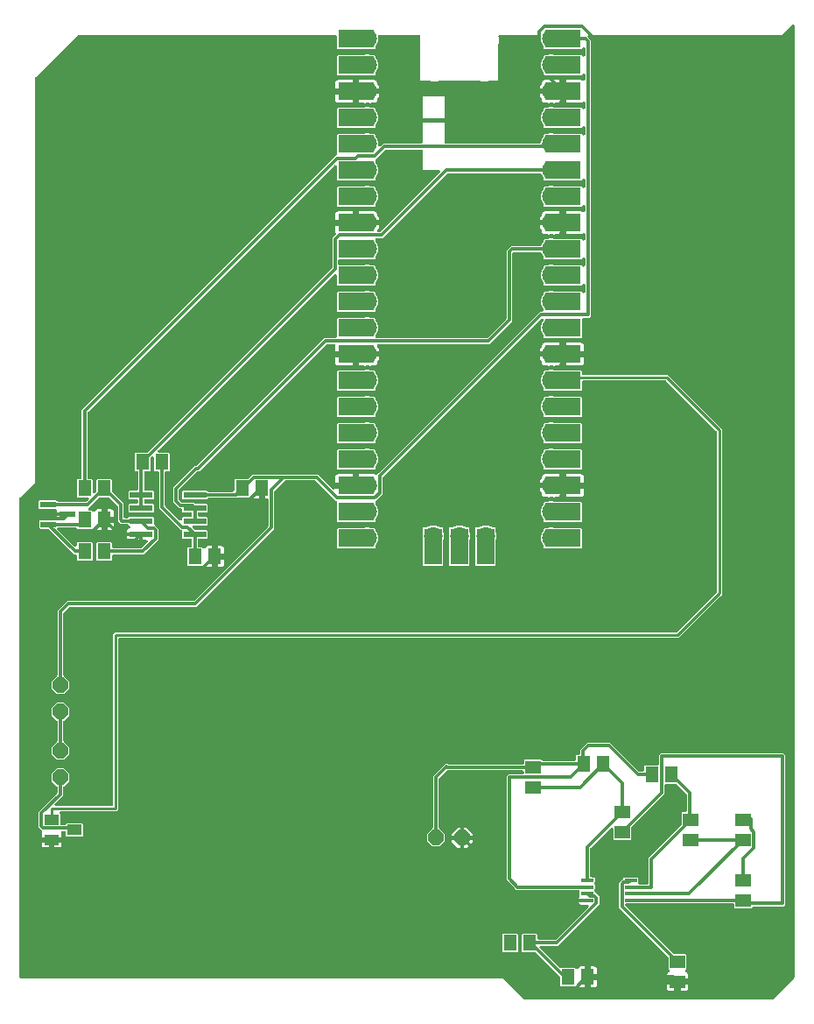
<source format=gtl>
G04 EAGLE Gerber RS-274X export*
G75*
%MOMM*%
%FSLAX34Y34*%
%LPD*%
%INTop Copper*%
%IPPOS*%
%AMOC8*
5,1,8,0,0,1.08239X$1,22.5*%
G01*
%ADD10R,1.300000X1.500000*%
%ADD11R,1.500000X1.300000*%
%ADD12R,1.200000X0.300000*%
%ADD13P,1.583577X8X292.500000*%
%ADD14P,1.583577X8X202.500000*%
%ADD15P,1.583577X8X112.500000*%
%ADD16C,1.800000*%
%ADD17R,3.500000X1.700000*%
%ADD18R,1.700000X3.500000*%
%ADD19R,1.400000X1.000000*%
%ADD20R,2.200000X0.600000*%
%ADD21R,1.500000X0.600000*%
%ADD22C,0.304800*%
%ADD23C,3.327400*%
%ADD24C,0.254000*%

G36*
X731646Y3571D02*
X731646Y3571D01*
X731772Y3578D01*
X731818Y3591D01*
X731866Y3597D01*
X731985Y3639D01*
X732107Y3674D01*
X732149Y3698D01*
X732194Y3714D01*
X732301Y3783D01*
X732411Y3844D01*
X732457Y3884D01*
X732487Y3903D01*
X732521Y3938D01*
X732597Y4003D01*
X752917Y24323D01*
X752996Y24422D01*
X753080Y24516D01*
X753104Y24558D01*
X753134Y24596D01*
X753188Y24710D01*
X753249Y24821D01*
X753262Y24867D01*
X753283Y24911D01*
X753309Y25034D01*
X753344Y25156D01*
X753349Y25217D01*
X753356Y25252D01*
X753355Y25300D01*
X753363Y25400D01*
X753363Y944880D01*
X753352Y944980D01*
X753350Y945080D01*
X753332Y945152D01*
X753323Y945226D01*
X753290Y945321D01*
X753265Y945418D01*
X753231Y945484D01*
X753206Y945554D01*
X753151Y945639D01*
X753105Y945728D01*
X753057Y945785D01*
X753017Y945847D01*
X752945Y945917D01*
X752880Y945993D01*
X752820Y946038D01*
X752766Y946089D01*
X752680Y946141D01*
X752599Y946201D01*
X752531Y946230D01*
X752467Y946268D01*
X752371Y946299D01*
X752279Y946339D01*
X752206Y946352D01*
X752135Y946374D01*
X752035Y946382D01*
X751936Y946400D01*
X751862Y946396D01*
X751788Y946402D01*
X751688Y946387D01*
X751588Y946382D01*
X751517Y946362D01*
X751443Y946351D01*
X751350Y946314D01*
X751253Y946286D01*
X751188Y946249D01*
X751119Y946222D01*
X751037Y946165D01*
X750949Y946116D01*
X750873Y946050D01*
X750833Y946023D01*
X750809Y945997D01*
X750763Y945957D01*
X741049Y936243D01*
X554747Y936243D01*
X554647Y936232D01*
X554546Y936230D01*
X554474Y936212D01*
X554400Y936203D01*
X554306Y936170D01*
X554208Y936145D01*
X554142Y936111D01*
X554072Y936086D01*
X553988Y936031D01*
X553899Y935985D01*
X553842Y935937D01*
X553779Y935897D01*
X553710Y935825D01*
X553633Y935760D01*
X553589Y935700D01*
X553537Y935646D01*
X553486Y935560D01*
X553426Y935479D01*
X553397Y935411D01*
X553358Y935347D01*
X553328Y935251D01*
X553288Y935159D01*
X553275Y935086D01*
X553252Y935015D01*
X553244Y934915D01*
X553226Y934816D01*
X553230Y934742D01*
X553224Y934668D01*
X553239Y934568D01*
X553244Y934468D01*
X553265Y934397D01*
X553276Y934323D01*
X553313Y934230D01*
X553341Y934133D01*
X553377Y934068D01*
X553405Y933999D01*
X553462Y933917D01*
X553511Y933829D01*
X553576Y933753D01*
X553604Y933713D01*
X553630Y933689D01*
X553669Y933643D01*
X556515Y930798D01*
X556515Y664322D01*
X554878Y662685D01*
X549554Y662685D01*
X549528Y662682D01*
X549502Y662684D01*
X549355Y662662D01*
X549208Y662645D01*
X549183Y662637D01*
X549157Y662633D01*
X549019Y662578D01*
X548880Y662528D01*
X548858Y662514D01*
X548833Y662504D01*
X548712Y662419D01*
X548587Y662339D01*
X548569Y662320D01*
X548547Y662305D01*
X548448Y662195D01*
X548345Y662088D01*
X548331Y662066D01*
X548314Y662046D01*
X548242Y661916D01*
X548166Y661789D01*
X548158Y661764D01*
X548145Y661741D01*
X548105Y661598D01*
X548060Y661457D01*
X548058Y661431D01*
X548050Y661406D01*
X548031Y661162D01*
X548031Y643754D01*
X547286Y643009D01*
X521713Y643009D01*
X521711Y643009D01*
X521709Y643009D01*
X521538Y642989D01*
X521367Y642969D01*
X521365Y642969D01*
X521363Y642968D01*
X521130Y642893D01*
X520203Y642509D01*
X516117Y642509D01*
X515190Y642893D01*
X515188Y642894D01*
X515186Y642895D01*
X515024Y642941D01*
X514855Y642989D01*
X514853Y642989D01*
X514851Y642990D01*
X514607Y643009D01*
X511234Y643009D01*
X510489Y643754D01*
X510489Y645295D01*
X510475Y645420D01*
X510468Y645547D01*
X510455Y645593D01*
X510449Y645641D01*
X510407Y645760D01*
X510372Y645881D01*
X510348Y645924D01*
X510332Y645969D01*
X510263Y646075D01*
X510202Y646186D01*
X510162Y646232D01*
X510143Y646262D01*
X510108Y646295D01*
X510043Y646372D01*
X509453Y646962D01*
X507889Y650737D01*
X507889Y654823D01*
X509453Y658598D01*
X510043Y659188D01*
X510122Y659287D01*
X510206Y659381D01*
X510230Y659423D01*
X510260Y659461D01*
X510314Y659575D01*
X510375Y659686D01*
X510388Y659733D01*
X510409Y659776D01*
X510435Y659900D01*
X510470Y660021D01*
X510475Y660082D01*
X510482Y660117D01*
X510481Y660165D01*
X510489Y660265D01*
X510489Y660339D01*
X510478Y660439D01*
X510476Y660540D01*
X510458Y660612D01*
X510449Y660686D01*
X510416Y660780D01*
X510391Y660878D01*
X510357Y660944D01*
X510332Y661014D01*
X510277Y661098D01*
X510231Y661187D01*
X510183Y661244D01*
X510143Y661307D01*
X510071Y661376D01*
X510006Y661453D01*
X509946Y661497D01*
X509892Y661549D01*
X509806Y661600D01*
X509725Y661660D01*
X509657Y661689D01*
X509593Y661728D01*
X509497Y661758D01*
X509405Y661798D01*
X509332Y661811D01*
X509261Y661834D01*
X509161Y661842D01*
X509062Y661860D01*
X508988Y661856D01*
X508914Y661862D01*
X508814Y661847D01*
X508714Y661842D01*
X508643Y661821D01*
X508569Y661810D01*
X508476Y661773D01*
X508379Y661745D01*
X508314Y661709D01*
X508245Y661681D01*
X508163Y661624D01*
X508075Y661575D01*
X507999Y661510D01*
X507959Y661482D01*
X507935Y661456D01*
X507889Y661417D01*
X355395Y508923D01*
X355316Y508824D01*
X355232Y508730D01*
X355208Y508687D01*
X355178Y508650D01*
X355124Y508535D01*
X355063Y508425D01*
X355050Y508378D01*
X355029Y508334D01*
X355003Y508211D01*
X354968Y508089D01*
X354963Y508028D01*
X354956Y507994D01*
X354957Y507946D01*
X354949Y507845D01*
X354949Y492165D01*
X348477Y485693D01*
X348398Y485594D01*
X348314Y485500D01*
X348290Y485458D01*
X348260Y485420D01*
X348206Y485306D01*
X348145Y485195D01*
X348132Y485149D01*
X348111Y485105D01*
X348085Y484982D01*
X348050Y484860D01*
X348045Y484799D01*
X348038Y484764D01*
X348039Y484716D01*
X348031Y484616D01*
X348031Y482465D01*
X348045Y482340D01*
X348052Y482213D01*
X348065Y482167D01*
X348071Y482119D01*
X348113Y482000D01*
X348148Y481879D01*
X348172Y481836D01*
X348188Y481791D01*
X348257Y481685D01*
X348318Y481574D01*
X348358Y481528D01*
X348377Y481498D01*
X348412Y481465D01*
X348477Y481388D01*
X349067Y480798D01*
X350631Y477023D01*
X350631Y472937D01*
X349067Y469162D01*
X348477Y468572D01*
X348398Y468473D01*
X348314Y468379D01*
X348290Y468337D01*
X348260Y468299D01*
X348206Y468185D01*
X348145Y468074D01*
X348132Y468027D01*
X348111Y467984D01*
X348085Y467860D01*
X348050Y467739D01*
X348045Y467678D01*
X348038Y467643D01*
X348039Y467595D01*
X348031Y467495D01*
X348031Y465954D01*
X347286Y465209D01*
X343913Y465209D01*
X343911Y465209D01*
X343909Y465209D01*
X343738Y465189D01*
X343567Y465169D01*
X343565Y465169D01*
X343563Y465168D01*
X343330Y465093D01*
X342403Y464709D01*
X338317Y464709D01*
X337390Y465093D01*
X337388Y465094D01*
X337386Y465095D01*
X337224Y465141D01*
X337055Y465189D01*
X337053Y465189D01*
X337051Y465190D01*
X336807Y465209D01*
X311234Y465209D01*
X310489Y465954D01*
X310489Y484616D01*
X310475Y484742D01*
X310468Y484868D01*
X310455Y484914D01*
X310449Y484962D01*
X310407Y485081D01*
X310372Y485203D01*
X310348Y485245D01*
X310332Y485290D01*
X310263Y485397D01*
X310202Y485507D01*
X310162Y485553D01*
X310143Y485583D01*
X310108Y485617D01*
X310043Y485693D01*
X290843Y504893D01*
X290744Y504972D01*
X290650Y505056D01*
X290608Y505080D01*
X290570Y505110D01*
X290456Y505164D01*
X290345Y505225D01*
X290299Y505238D01*
X290255Y505259D01*
X290132Y505285D01*
X290010Y505320D01*
X289949Y505325D01*
X289914Y505332D01*
X289866Y505331D01*
X289766Y505339D01*
X260869Y505339D01*
X260743Y505325D01*
X260617Y505318D01*
X260570Y505305D01*
X260522Y505299D01*
X260403Y505257D01*
X260282Y505222D01*
X260240Y505198D01*
X260194Y505182D01*
X260088Y505113D01*
X259978Y505052D01*
X259931Y505012D01*
X259901Y504993D01*
X259868Y504958D01*
X259791Y504893D01*
X250635Y495737D01*
X250556Y495638D01*
X250472Y495544D01*
X250448Y495501D01*
X250418Y495464D01*
X250364Y495349D01*
X250303Y495239D01*
X250290Y495192D01*
X250269Y495148D01*
X250243Y495025D01*
X250208Y494903D01*
X250203Y494842D01*
X250196Y494808D01*
X250197Y494760D01*
X250189Y494659D01*
X250189Y458570D01*
X174904Y383285D01*
X52589Y383285D01*
X52463Y383271D01*
X52337Y383264D01*
X52290Y383251D01*
X52242Y383245D01*
X52123Y383203D01*
X52002Y383168D01*
X51960Y383144D01*
X51914Y383128D01*
X51808Y383059D01*
X51698Y382998D01*
X51651Y382958D01*
X51621Y382939D01*
X51588Y382904D01*
X51511Y382839D01*
X46421Y377749D01*
X46342Y377650D01*
X46258Y377556D01*
X46234Y377513D01*
X46204Y377476D01*
X46150Y377361D01*
X46089Y377251D01*
X46076Y377204D01*
X46055Y377160D01*
X46029Y377037D01*
X45994Y376915D01*
X45989Y376854D01*
X45982Y376820D01*
X45983Y376772D01*
X45975Y376671D01*
X45975Y317319D01*
X45976Y317304D01*
X45976Y317294D01*
X45984Y317239D01*
X45989Y317193D01*
X45996Y317067D01*
X46009Y317020D01*
X46015Y316972D01*
X46057Y316853D01*
X46092Y316732D01*
X46116Y316690D01*
X46132Y316644D01*
X46201Y316538D01*
X46262Y316428D01*
X46302Y316381D01*
X46321Y316351D01*
X46356Y316318D01*
X46421Y316241D01*
X51766Y310896D01*
X51766Y303784D01*
X46736Y298754D01*
X39624Y298754D01*
X34594Y303784D01*
X34594Y310896D01*
X39939Y316241D01*
X40018Y316340D01*
X40102Y316434D01*
X40126Y316477D01*
X40156Y316514D01*
X40210Y316629D01*
X40271Y316739D01*
X40284Y316786D01*
X40305Y316830D01*
X40331Y316953D01*
X40366Y317075D01*
X40371Y317135D01*
X40378Y317170D01*
X40377Y317218D01*
X40385Y317319D01*
X40385Y379618D01*
X49642Y388875D01*
X171958Y388875D01*
X172084Y388889D01*
X172210Y388896D01*
X172256Y388909D01*
X172304Y388915D01*
X172423Y388957D01*
X172545Y388992D01*
X172587Y389016D01*
X172632Y389032D01*
X172739Y389101D01*
X172849Y389162D01*
X172895Y389202D01*
X172925Y389221D01*
X172959Y389256D01*
X173035Y389321D01*
X244153Y460439D01*
X244232Y460538D01*
X244316Y460632D01*
X244340Y460674D01*
X244370Y460712D01*
X244424Y460826D01*
X244485Y460937D01*
X244498Y460983D01*
X244519Y461027D01*
X244545Y461150D01*
X244580Y461272D01*
X244585Y461333D01*
X244592Y461368D01*
X244591Y461416D01*
X244599Y461516D01*
X244599Y486276D01*
X244596Y486302D01*
X244598Y486328D01*
X244576Y486475D01*
X244559Y486622D01*
X244551Y486647D01*
X244547Y486673D01*
X244492Y486811D01*
X244442Y486950D01*
X244428Y486972D01*
X244418Y486997D01*
X244334Y487118D01*
X244253Y487243D01*
X244234Y487261D01*
X244219Y487283D01*
X244109Y487382D01*
X244002Y487485D01*
X243980Y487499D01*
X243960Y487516D01*
X243830Y487588D01*
X243703Y487664D01*
X243678Y487672D01*
X243655Y487685D01*
X243512Y487725D01*
X243371Y487770D01*
X243345Y487772D01*
X243320Y487780D01*
X243076Y487799D01*
X241147Y487799D01*
X241147Y496316D01*
X241144Y496342D01*
X241146Y496368D01*
X241124Y496515D01*
X241107Y496662D01*
X241098Y496687D01*
X241095Y496713D01*
X241040Y496851D01*
X240990Y496990D01*
X240976Y497012D01*
X240966Y497037D01*
X240881Y497158D01*
X240801Y497283D01*
X240782Y497301D01*
X240767Y497323D01*
X240657Y497422D01*
X240550Y497525D01*
X240528Y497539D01*
X240508Y497556D01*
X240378Y497628D01*
X240251Y497704D01*
X240226Y497712D01*
X240203Y497725D01*
X240060Y497765D01*
X239919Y497810D01*
X239893Y497812D01*
X239868Y497820D01*
X239624Y497839D01*
X236576Y497839D01*
X236550Y497836D01*
X236524Y497838D01*
X236377Y497816D01*
X236230Y497799D01*
X236205Y497790D01*
X236179Y497787D01*
X236041Y497732D01*
X235902Y497682D01*
X235880Y497668D01*
X235855Y497658D01*
X235734Y497573D01*
X235609Y497493D01*
X235591Y497474D01*
X235569Y497459D01*
X235470Y497349D01*
X235367Y497242D01*
X235353Y497220D01*
X235336Y497200D01*
X235264Y497070D01*
X235188Y496943D01*
X235180Y496918D01*
X235167Y496895D01*
X235127Y496752D01*
X235082Y496611D01*
X235080Y496585D01*
X235072Y496560D01*
X235053Y496316D01*
X235053Y487799D01*
X231265Y487799D01*
X230619Y487972D01*
X230040Y488307D01*
X229567Y488780D01*
X229194Y489425D01*
X229164Y489466D01*
X229140Y489512D01*
X229060Y489606D01*
X228987Y489705D01*
X228948Y489738D01*
X228915Y489777D01*
X228815Y489851D01*
X228721Y489931D01*
X228675Y489954D01*
X228634Y489984D01*
X228521Y490033D01*
X228411Y490090D01*
X228361Y490102D01*
X228314Y490122D01*
X228193Y490144D01*
X228073Y490174D01*
X228022Y490175D01*
X227971Y490184D01*
X227848Y490178D01*
X227724Y490180D01*
X227674Y490169D01*
X227623Y490166D01*
X227505Y490132D01*
X227384Y490106D01*
X227337Y490084D01*
X227288Y490070D01*
X227181Y490009D01*
X227069Y489956D01*
X227029Y489924D01*
X226984Y489899D01*
X226798Y489741D01*
X226126Y489069D01*
X215961Y489069D01*
X215836Y489055D01*
X215709Y489048D01*
X215663Y489035D01*
X215615Y489029D01*
X215496Y488987D01*
X215375Y488952D01*
X215332Y488928D01*
X215287Y488912D01*
X215181Y488843D01*
X215070Y488782D01*
X215024Y488742D01*
X214994Y488723D01*
X214967Y488695D01*
X186953Y488695D01*
X186828Y488681D01*
X186702Y488674D01*
X186655Y488661D01*
X186607Y488655D01*
X186488Y488613D01*
X186367Y488578D01*
X186325Y488554D01*
X186279Y488538D01*
X186173Y488469D01*
X186062Y488408D01*
X186016Y488368D01*
X185986Y488349D01*
X185953Y488314D01*
X185876Y488249D01*
X184846Y487219D01*
X161794Y487219D01*
X161049Y487964D01*
X161049Y495016D01*
X161794Y495761D01*
X184846Y495761D01*
X185876Y494731D01*
X185975Y494652D01*
X186069Y494568D01*
X186111Y494544D01*
X186149Y494514D01*
X186263Y494460D01*
X186374Y494399D01*
X186421Y494386D01*
X186464Y494365D01*
X186588Y494339D01*
X186710Y494304D01*
X186770Y494299D01*
X186805Y494292D01*
X186853Y494293D01*
X186953Y494285D01*
X209806Y494285D01*
X209832Y494288D01*
X209858Y494286D01*
X210005Y494308D01*
X210152Y494325D01*
X210177Y494333D01*
X210203Y494337D01*
X210341Y494392D01*
X210480Y494442D01*
X210502Y494456D01*
X210527Y494466D01*
X210648Y494551D01*
X210773Y494631D01*
X210791Y494650D01*
X210813Y494665D01*
X210912Y494775D01*
X211015Y494882D01*
X211029Y494904D01*
X211046Y494924D01*
X211118Y495054D01*
X211194Y495181D01*
X211202Y495206D01*
X211215Y495229D01*
X211255Y495372D01*
X211300Y495513D01*
X211302Y495539D01*
X211310Y495564D01*
X211329Y495808D01*
X211329Y505866D01*
X212074Y506611D01*
X224336Y506611D01*
X224462Y506625D01*
X224588Y506632D01*
X224634Y506645D01*
X224682Y506651D01*
X224801Y506693D01*
X224923Y506728D01*
X224965Y506752D01*
X225010Y506768D01*
X225117Y506837D01*
X225227Y506898D01*
X225273Y506938D01*
X225303Y506957D01*
X225337Y506992D01*
X225413Y507057D01*
X229285Y510929D01*
X292712Y510929D01*
X306619Y497022D01*
X306697Y496960D01*
X306770Y496890D01*
X306834Y496852D01*
X306892Y496806D01*
X306983Y496763D01*
X307069Y496711D01*
X307140Y496688D01*
X307207Y496657D01*
X307305Y496635D01*
X307401Y496605D01*
X307475Y496599D01*
X307548Y496583D01*
X307648Y496585D01*
X307748Y496577D01*
X307822Y496588D01*
X307896Y496589D01*
X307994Y496614D01*
X308093Y496629D01*
X308162Y496656D01*
X308234Y496674D01*
X308324Y496720D01*
X308417Y496757D01*
X308478Y496800D01*
X308544Y496834D01*
X308621Y496899D01*
X308703Y496956D01*
X308753Y497011D01*
X308809Y497060D01*
X308869Y497140D01*
X308936Y497215D01*
X308972Y497280D01*
X309011Y497333D01*
X327375Y497333D01*
X327519Y497349D01*
X327664Y497361D01*
X327692Y497369D01*
X327721Y497373D01*
X327858Y497422D01*
X327997Y497466D01*
X328022Y497480D01*
X328049Y497490D01*
X328171Y497569D01*
X328296Y497643D01*
X328317Y497663D01*
X328342Y497679D01*
X328443Y497784D01*
X328548Y497885D01*
X328564Y497909D01*
X328584Y497930D01*
X328658Y498055D01*
X328738Y498177D01*
X328748Y498204D01*
X328763Y498229D01*
X328790Y498313D01*
X328842Y498371D01*
X328945Y498478D01*
X328959Y498500D01*
X328976Y498520D01*
X329048Y498650D01*
X329124Y498777D01*
X329132Y498802D01*
X329145Y498825D01*
X329185Y498968D01*
X329230Y499109D01*
X329232Y499135D01*
X329240Y499160D01*
X329259Y499404D01*
X329259Y501356D01*
X329256Y501382D01*
X329258Y501408D01*
X329236Y501555D01*
X329219Y501702D01*
X329210Y501727D01*
X329207Y501753D01*
X329152Y501891D01*
X329102Y502030D01*
X329088Y502052D01*
X329078Y502077D01*
X328993Y502198D01*
X328913Y502323D01*
X328894Y502341D01*
X328879Y502363D01*
X328791Y502442D01*
X328770Y502489D01*
X328716Y502625D01*
X328708Y502636D01*
X328743Y502660D01*
X328817Y502742D01*
X328897Y502817D01*
X328933Y502871D01*
X328976Y502919D01*
X329030Y503016D01*
X329091Y503107D01*
X329123Y503185D01*
X329145Y503224D01*
X329156Y503264D01*
X329185Y503333D01*
X329665Y504810D01*
X330489Y506429D01*
X331557Y507898D01*
X331861Y508202D01*
X331924Y508281D01*
X331990Y508350D01*
X332003Y508371D01*
X332024Y508395D01*
X332048Y508437D01*
X332078Y508475D01*
X332126Y508577D01*
X332169Y508649D01*
X332175Y508667D01*
X332193Y508700D01*
X332206Y508747D01*
X332227Y508790D01*
X332252Y508910D01*
X332275Y508981D01*
X332276Y508995D01*
X332288Y509035D01*
X332292Y509096D01*
X332300Y509131D01*
X332299Y509179D01*
X332307Y509279D01*
X332307Y511421D01*
X336752Y511421D01*
X336868Y511434D01*
X336985Y511439D01*
X337057Y511456D01*
X337098Y511461D01*
X337140Y511476D01*
X337223Y511495D01*
X337657Y511637D01*
X338432Y511759D01*
X338458Y511735D01*
X338480Y511721D01*
X338500Y511704D01*
X338630Y511632D01*
X338757Y511556D01*
X338782Y511548D01*
X338805Y511535D01*
X338948Y511495D01*
X339089Y511450D01*
X339115Y511448D01*
X339140Y511440D01*
X339384Y511421D01*
X341336Y511421D01*
X341362Y511424D01*
X341388Y511422D01*
X341535Y511444D01*
X341682Y511461D01*
X341707Y511469D01*
X341733Y511473D01*
X341871Y511528D01*
X342010Y511578D01*
X342032Y511592D01*
X342057Y511602D01*
X342178Y511687D01*
X342290Y511759D01*
X343063Y511637D01*
X343497Y511495D01*
X343612Y511472D01*
X343724Y511440D01*
X343798Y511434D01*
X343839Y511426D01*
X343883Y511428D01*
X343968Y511421D01*
X347095Y511421D01*
X347741Y511248D01*
X348044Y511073D01*
X348045Y511072D01*
X348046Y511071D01*
X348205Y511003D01*
X348363Y510934D01*
X348365Y510934D01*
X348366Y510933D01*
X348539Y510902D01*
X348706Y510872D01*
X348708Y510872D01*
X348709Y510872D01*
X348882Y510881D01*
X349054Y510889D01*
X349056Y510889D01*
X349057Y510890D01*
X349224Y510938D01*
X349389Y510985D01*
X349391Y510986D01*
X349392Y510986D01*
X349540Y511069D01*
X349694Y511155D01*
X349695Y511156D01*
X349696Y511156D01*
X349882Y511315D01*
X351442Y512875D01*
X351443Y512875D01*
X506842Y668275D01*
X508966Y668275D01*
X508992Y668278D01*
X509018Y668276D01*
X509165Y668298D01*
X509312Y668315D01*
X509337Y668323D01*
X509363Y668327D01*
X509501Y668382D01*
X509640Y668432D01*
X509662Y668446D01*
X509687Y668456D01*
X509808Y668541D01*
X509933Y668621D01*
X509951Y668640D01*
X509973Y668655D01*
X510072Y668765D01*
X510175Y668872D01*
X510189Y668894D01*
X510206Y668914D01*
X510278Y669044D01*
X510354Y669171D01*
X510362Y669196D01*
X510375Y669219D01*
X510415Y669362D01*
X510460Y669503D01*
X510462Y669529D01*
X510470Y669554D01*
X510489Y669798D01*
X510489Y670695D01*
X510475Y670820D01*
X510468Y670947D01*
X510455Y670993D01*
X510449Y671041D01*
X510407Y671160D01*
X510372Y671281D01*
X510348Y671324D01*
X510332Y671369D01*
X510263Y671475D01*
X510202Y671586D01*
X510162Y671632D01*
X510143Y671662D01*
X510108Y671695D01*
X510043Y671772D01*
X509453Y672362D01*
X507889Y676137D01*
X507889Y680223D01*
X509453Y683998D01*
X510043Y684588D01*
X510122Y684687D01*
X510206Y684781D01*
X510230Y684823D01*
X510260Y684861D01*
X510314Y684975D01*
X510375Y685086D01*
X510388Y685133D01*
X510409Y685176D01*
X510435Y685300D01*
X510470Y685421D01*
X510475Y685482D01*
X510482Y685517D01*
X510481Y685565D01*
X510489Y685665D01*
X510489Y687206D01*
X511234Y687951D01*
X514607Y687951D01*
X514609Y687951D01*
X514611Y687951D01*
X514782Y687971D01*
X514953Y687991D01*
X514955Y687991D01*
X514957Y687992D01*
X515190Y688067D01*
X516117Y688451D01*
X520203Y688451D01*
X521130Y688067D01*
X521132Y688066D01*
X521134Y688065D01*
X521296Y688019D01*
X521465Y687971D01*
X521467Y687971D01*
X521469Y687970D01*
X521713Y687951D01*
X547286Y687951D01*
X548325Y686912D01*
X548404Y686850D01*
X548476Y686780D01*
X548540Y686742D01*
X548598Y686696D01*
X548689Y686653D01*
X548775Y686601D01*
X548846Y686578D01*
X548913Y686547D01*
X549011Y686526D01*
X549107Y686495D01*
X549181Y686489D01*
X549254Y686473D01*
X549354Y686475D01*
X549454Y686467D01*
X549528Y686478D01*
X549602Y686479D01*
X549699Y686504D01*
X549799Y686519D01*
X549868Y686546D01*
X549940Y686564D01*
X550029Y686610D01*
X550123Y686647D01*
X550184Y686690D01*
X550250Y686724D01*
X550326Y686789D01*
X550409Y686846D01*
X550459Y686901D01*
X550515Y686950D01*
X550575Y687030D01*
X550642Y687105D01*
X550678Y687170D01*
X550723Y687230D01*
X550762Y687322D01*
X550811Y687410D01*
X550831Y687482D01*
X550861Y687550D01*
X550878Y687649D01*
X550906Y687745D01*
X550914Y687845D01*
X550922Y687893D01*
X550920Y687929D01*
X550925Y687989D01*
X550925Y693771D01*
X550914Y693870D01*
X550912Y693971D01*
X550894Y694043D01*
X550885Y694117D01*
X550852Y694211D01*
X550827Y694309D01*
X550793Y694375D01*
X550768Y694445D01*
X550713Y694529D01*
X550667Y694619D01*
X550619Y694675D01*
X550579Y694738D01*
X550507Y694808D01*
X550442Y694884D01*
X550382Y694928D01*
X550328Y694980D01*
X550242Y695032D01*
X550161Y695091D01*
X550093Y695121D01*
X550029Y695159D01*
X549933Y695190D01*
X549841Y695229D01*
X549768Y695242D01*
X549697Y695265D01*
X549597Y695273D01*
X549498Y695291D01*
X549424Y695287D01*
X549350Y695293D01*
X549250Y695278D01*
X549150Y695273D01*
X549079Y695252D01*
X549005Y695241D01*
X548912Y695204D01*
X548815Y695176D01*
X548750Y695140D01*
X548681Y695113D01*
X548599Y695055D01*
X548511Y695006D01*
X548435Y694941D01*
X548395Y694914D01*
X548371Y694887D01*
X548325Y694848D01*
X547286Y693809D01*
X521713Y693809D01*
X521711Y693809D01*
X521709Y693809D01*
X521538Y693789D01*
X521367Y693769D01*
X521365Y693769D01*
X521363Y693768D01*
X521130Y693693D01*
X520203Y693309D01*
X516117Y693309D01*
X515190Y693693D01*
X515188Y693694D01*
X515186Y693695D01*
X515024Y693741D01*
X514855Y693789D01*
X514853Y693789D01*
X514851Y693790D01*
X514607Y693809D01*
X511234Y693809D01*
X510489Y694554D01*
X510489Y696095D01*
X510475Y696220D01*
X510468Y696347D01*
X510455Y696393D01*
X510449Y696441D01*
X510407Y696560D01*
X510372Y696681D01*
X510348Y696724D01*
X510332Y696769D01*
X510263Y696875D01*
X510202Y696986D01*
X510162Y697032D01*
X510143Y697062D01*
X510108Y697095D01*
X510043Y697172D01*
X509453Y697762D01*
X507889Y701537D01*
X507889Y705623D01*
X509453Y709398D01*
X510043Y709988D01*
X510122Y710087D01*
X510206Y710181D01*
X510230Y710223D01*
X510260Y710261D01*
X510314Y710375D01*
X510375Y710486D01*
X510388Y710533D01*
X510409Y710576D01*
X510435Y710700D01*
X510470Y710821D01*
X510475Y710882D01*
X510482Y710917D01*
X510481Y710965D01*
X510489Y711065D01*
X510489Y712606D01*
X511234Y713351D01*
X514607Y713351D01*
X514609Y713351D01*
X514611Y713351D01*
X514782Y713371D01*
X514953Y713391D01*
X514955Y713391D01*
X514957Y713392D01*
X515190Y713467D01*
X516117Y713851D01*
X520203Y713851D01*
X521130Y713467D01*
X521132Y713466D01*
X521134Y713465D01*
X521296Y713419D01*
X521465Y713371D01*
X521467Y713371D01*
X521469Y713370D01*
X521713Y713351D01*
X547286Y713351D01*
X548325Y712312D01*
X548404Y712250D01*
X548476Y712180D01*
X548499Y712166D01*
X548516Y712151D01*
X548556Y712129D01*
X548598Y712096D01*
X548689Y712053D01*
X548775Y712001D01*
X548804Y711992D01*
X548821Y711982D01*
X548862Y711971D01*
X548913Y711947D01*
X549011Y711926D01*
X549107Y711895D01*
X549140Y711892D01*
X549156Y711888D01*
X549205Y711884D01*
X549254Y711873D01*
X549321Y711874D01*
X549400Y711868D01*
X549402Y711868D01*
X549418Y711870D01*
X549454Y711867D01*
X549528Y711878D01*
X549602Y711879D01*
X549689Y711901D01*
X549748Y711908D01*
X549763Y711913D01*
X549799Y711919D01*
X549868Y711946D01*
X549940Y711964D01*
X550019Y712005D01*
X550076Y712025D01*
X550090Y712034D01*
X550123Y712047D01*
X550184Y712090D01*
X550250Y712124D01*
X550316Y712180D01*
X550369Y712214D01*
X550382Y712227D01*
X550409Y712246D01*
X550459Y712301D01*
X550515Y712350D01*
X550566Y712418D01*
X550611Y712465D01*
X550621Y712482D01*
X550642Y712505D01*
X550678Y712570D01*
X550723Y712630D01*
X550755Y712705D01*
X550790Y712764D01*
X550797Y712784D01*
X550811Y712810D01*
X550831Y712882D01*
X550861Y712950D01*
X550875Y713028D01*
X550896Y713096D01*
X550898Y713119D01*
X550906Y713145D01*
X550914Y713245D01*
X550922Y713293D01*
X550920Y713329D01*
X550925Y713389D01*
X550925Y719171D01*
X550914Y719270D01*
X550912Y719371D01*
X550894Y719443D01*
X550885Y719517D01*
X550852Y719611D01*
X550827Y719709D01*
X550793Y719775D01*
X550768Y719845D01*
X550713Y719929D01*
X550667Y720019D01*
X550619Y720075D01*
X550579Y720138D01*
X550507Y720208D01*
X550442Y720284D01*
X550382Y720328D01*
X550328Y720380D01*
X550242Y720432D01*
X550161Y720491D01*
X550093Y720521D01*
X550029Y720559D01*
X549933Y720590D01*
X549841Y720629D01*
X549768Y720642D01*
X549697Y720665D01*
X549597Y720673D01*
X549498Y720691D01*
X549424Y720687D01*
X549350Y720693D01*
X549250Y720678D01*
X549150Y720673D01*
X549079Y720652D01*
X549005Y720641D01*
X548912Y720604D01*
X548815Y720576D01*
X548750Y720540D01*
X548681Y720513D01*
X548599Y720455D01*
X548511Y720406D01*
X548435Y720341D01*
X548395Y720314D01*
X548371Y720287D01*
X548325Y720248D01*
X547286Y719209D01*
X521713Y719209D01*
X521711Y719209D01*
X521709Y719209D01*
X521538Y719189D01*
X521367Y719169D01*
X521365Y719169D01*
X521363Y719168D01*
X521130Y719093D01*
X520203Y718709D01*
X516117Y718709D01*
X515190Y719093D01*
X515188Y719094D01*
X515186Y719095D01*
X515024Y719141D01*
X514855Y719189D01*
X514853Y719189D01*
X514851Y719190D01*
X514607Y719209D01*
X511234Y719209D01*
X510489Y719954D01*
X510489Y721495D01*
X510475Y721620D01*
X510468Y721747D01*
X510455Y721793D01*
X510449Y721841D01*
X510407Y721960D01*
X510372Y722081D01*
X510348Y722124D01*
X510332Y722169D01*
X510263Y722275D01*
X510202Y722386D01*
X510162Y722432D01*
X510143Y722462D01*
X510108Y722495D01*
X510043Y722572D01*
X509453Y723162D01*
X508590Y725245D01*
X508553Y725312D01*
X508525Y725383D01*
X508469Y725464D01*
X508421Y725550D01*
X508369Y725606D01*
X508326Y725669D01*
X508253Y725735D01*
X508187Y725808D01*
X508124Y725851D01*
X508067Y725902D01*
X507981Y725950D01*
X507900Y726006D01*
X507829Y726034D01*
X507762Y726071D01*
X507667Y726098D01*
X507576Y726134D01*
X507500Y726145D01*
X507427Y726166D01*
X507278Y726178D01*
X507231Y726185D01*
X507212Y726183D01*
X507183Y726185D01*
X481849Y726185D01*
X481723Y726171D01*
X481597Y726164D01*
X481550Y726151D01*
X481502Y726145D01*
X481383Y726103D01*
X481262Y726068D01*
X481220Y726044D01*
X481174Y726028D01*
X481126Y725997D01*
X481117Y725993D01*
X481071Y725961D01*
X481068Y725959D01*
X480958Y725898D01*
X480911Y725858D01*
X480881Y725839D01*
X480854Y725810D01*
X480831Y725794D01*
X480813Y725775D01*
X480771Y725739D01*
X480761Y725729D01*
X480697Y725648D01*
X480639Y725588D01*
X480628Y725569D01*
X480598Y725536D01*
X480574Y725493D01*
X480544Y725456D01*
X480490Y725341D01*
X480474Y725312D01*
X480460Y725289D01*
X480459Y725285D01*
X480429Y725231D01*
X480416Y725184D01*
X480395Y725140D01*
X480369Y725017D01*
X480334Y724895D01*
X480329Y724834D01*
X480322Y724800D01*
X480323Y724752D01*
X480315Y724651D01*
X480315Y659242D01*
X458358Y637285D01*
X350824Y637285D01*
X350798Y637282D01*
X350772Y637284D01*
X350625Y637262D01*
X350478Y637245D01*
X350453Y637237D01*
X350427Y637233D01*
X350289Y637178D01*
X350150Y637128D01*
X350128Y637114D01*
X350103Y637104D01*
X349982Y637019D01*
X349857Y636939D01*
X349839Y636920D01*
X349817Y636905D01*
X349718Y636795D01*
X349615Y636688D01*
X349601Y636666D01*
X349584Y636646D01*
X349512Y636516D01*
X349436Y636389D01*
X349428Y636364D01*
X349415Y636341D01*
X349375Y636198D01*
X349330Y636057D01*
X349328Y636031D01*
X349320Y636006D01*
X349301Y635762D01*
X349301Y635203D01*
X349302Y635196D01*
X349301Y635190D01*
X349322Y635023D01*
X349341Y634857D01*
X349343Y634851D01*
X349344Y634844D01*
X349402Y634685D01*
X349458Y634529D01*
X349462Y634523D01*
X349464Y634517D01*
X349592Y634308D01*
X350231Y633429D01*
X351055Y631810D01*
X351617Y630083D01*
X351649Y629879D01*
X341336Y629879D01*
X341310Y629876D01*
X341284Y629878D01*
X341137Y629856D01*
X340990Y629839D01*
X340965Y629831D01*
X340939Y629827D01*
X340802Y629772D01*
X340662Y629722D01*
X340640Y629708D01*
X340615Y629698D01*
X340494Y629613D01*
X340369Y629533D01*
X340357Y629520D01*
X340310Y629565D01*
X340287Y629579D01*
X340268Y629596D01*
X340138Y629668D01*
X340011Y629744D01*
X339986Y629752D01*
X339963Y629765D01*
X339820Y629805D01*
X339679Y629850D01*
X339653Y629852D01*
X339628Y629860D01*
X339384Y629879D01*
X330784Y629879D01*
X330758Y629876D01*
X330732Y629878D01*
X330585Y629856D01*
X330438Y629839D01*
X330413Y629831D01*
X330387Y629827D01*
X330249Y629772D01*
X330110Y629722D01*
X330088Y629708D01*
X330063Y629698D01*
X329942Y629613D01*
X329817Y629533D01*
X329799Y629514D01*
X329777Y629499D01*
X329678Y629389D01*
X329575Y629282D01*
X329561Y629260D01*
X329544Y629240D01*
X329472Y629110D01*
X329396Y628983D01*
X329388Y628958D01*
X329375Y628935D01*
X329335Y628792D01*
X329290Y628651D01*
X329288Y628625D01*
X329280Y628600D01*
X329261Y628356D01*
X329261Y626404D01*
X329264Y626378D01*
X329262Y626352D01*
X329284Y626205D01*
X329301Y626058D01*
X329310Y626033D01*
X329313Y626007D01*
X329368Y625869D01*
X329418Y625730D01*
X329432Y625708D01*
X329442Y625683D01*
X329527Y625562D01*
X329607Y625437D01*
X329626Y625419D01*
X329641Y625397D01*
X329751Y625298D01*
X329858Y625195D01*
X329880Y625181D01*
X329900Y625164D01*
X330030Y625092D01*
X330157Y625016D01*
X330182Y625008D01*
X330205Y624995D01*
X330348Y624955D01*
X330489Y624910D01*
X330515Y624907D01*
X330540Y624900D01*
X330784Y624881D01*
X339384Y624881D01*
X339410Y624884D01*
X339436Y624882D01*
X339583Y624904D01*
X339730Y624921D01*
X339755Y624929D01*
X339781Y624933D01*
X339918Y624988D01*
X340058Y625038D01*
X340080Y625052D01*
X340105Y625062D01*
X340226Y625147D01*
X340351Y625227D01*
X340363Y625240D01*
X340410Y625195D01*
X340433Y625181D01*
X340452Y625164D01*
X340582Y625092D01*
X340709Y625016D01*
X340734Y625008D01*
X340757Y624995D01*
X340900Y624955D01*
X341041Y624910D01*
X341067Y624907D01*
X341092Y624900D01*
X341336Y624881D01*
X351649Y624881D01*
X351617Y624677D01*
X351055Y622950D01*
X350231Y621331D01*
X349592Y620452D01*
X349588Y620446D01*
X349584Y620441D01*
X349503Y620294D01*
X349420Y620149D01*
X349418Y620142D01*
X349415Y620136D01*
X349369Y619972D01*
X349323Y619814D01*
X349322Y619807D01*
X349320Y619800D01*
X349301Y619557D01*
X349301Y618545D01*
X349128Y617899D01*
X348793Y617320D01*
X348320Y616847D01*
X347741Y616512D01*
X347095Y616339D01*
X343968Y616339D01*
X343852Y616326D01*
X343735Y616321D01*
X343663Y616304D01*
X343622Y616299D01*
X343580Y616284D01*
X343497Y616265D01*
X343063Y616123D01*
X342288Y616001D01*
X342262Y616025D01*
X342240Y616039D01*
X342220Y616056D01*
X342090Y616128D01*
X341963Y616204D01*
X341938Y616212D01*
X341915Y616225D01*
X341772Y616265D01*
X341631Y616310D01*
X341605Y616312D01*
X341580Y616320D01*
X341336Y616339D01*
X339384Y616339D01*
X339358Y616336D01*
X339332Y616338D01*
X339185Y616316D01*
X339038Y616299D01*
X339013Y616291D01*
X338987Y616287D01*
X338849Y616232D01*
X338710Y616182D01*
X338688Y616168D01*
X338663Y616158D01*
X338542Y616073D01*
X338430Y616001D01*
X337657Y616123D01*
X337223Y616265D01*
X337108Y616288D01*
X336996Y616320D01*
X336922Y616326D01*
X336881Y616334D01*
X336837Y616332D01*
X336752Y616339D01*
X332307Y616339D01*
X332307Y618481D01*
X332293Y618606D01*
X332286Y618733D01*
X332273Y618779D01*
X332267Y618827D01*
X332225Y618946D01*
X332190Y619068D01*
X332166Y619110D01*
X332150Y619155D01*
X332081Y619262D01*
X332019Y619372D01*
X331980Y619418D01*
X331961Y619448D01*
X331926Y619481D01*
X331861Y619558D01*
X331557Y619862D01*
X330489Y621331D01*
X329665Y622950D01*
X329185Y624427D01*
X329139Y624528D01*
X329102Y624631D01*
X329067Y624685D01*
X329040Y624744D01*
X328973Y624831D01*
X328913Y624924D01*
X328866Y624969D01*
X328827Y625020D01*
X328741Y625090D01*
X328704Y625125D01*
X328738Y625177D01*
X328748Y625204D01*
X328763Y625229D01*
X328790Y625313D01*
X328842Y625371D01*
X328945Y625478D01*
X328959Y625500D01*
X328976Y625520D01*
X329048Y625650D01*
X329124Y625777D01*
X329132Y625802D01*
X329145Y625825D01*
X329185Y625968D01*
X329230Y626109D01*
X329232Y626135D01*
X329240Y626160D01*
X329259Y626404D01*
X329259Y628356D01*
X329256Y628382D01*
X329258Y628408D01*
X329236Y628555D01*
X329219Y628702D01*
X329210Y628727D01*
X329207Y628753D01*
X329152Y628891D01*
X329102Y629030D01*
X329088Y629052D01*
X329078Y629077D01*
X328993Y629198D01*
X328913Y629323D01*
X328894Y629341D01*
X328879Y629363D01*
X328791Y629442D01*
X328770Y629489D01*
X328716Y629625D01*
X328700Y629648D01*
X328688Y629675D01*
X328600Y629792D01*
X328518Y629911D01*
X328496Y629930D01*
X328479Y629953D01*
X328366Y630047D01*
X328259Y630144D01*
X328233Y630158D01*
X328211Y630177D01*
X328081Y630242D01*
X327954Y630313D01*
X327926Y630321D01*
X327900Y630334D01*
X327759Y630368D01*
X327618Y630408D01*
X327583Y630410D01*
X327561Y630416D01*
X327512Y630416D01*
X327375Y630427D01*
X309219Y630427D01*
X309219Y635762D01*
X309216Y635788D01*
X309218Y635814D01*
X309196Y635961D01*
X309179Y636108D01*
X309171Y636133D01*
X309167Y636159D01*
X309112Y636297D01*
X309062Y636436D01*
X309048Y636458D01*
X309038Y636483D01*
X308953Y636604D01*
X308873Y636729D01*
X308854Y636747D01*
X308839Y636769D01*
X308729Y636868D01*
X308622Y636971D01*
X308600Y636985D01*
X308580Y637002D01*
X308450Y637074D01*
X308323Y637150D01*
X308298Y637158D01*
X308275Y637171D01*
X308132Y637211D01*
X307991Y637256D01*
X307965Y637258D01*
X307940Y637266D01*
X307696Y637285D01*
X301509Y637285D01*
X301383Y637271D01*
X301257Y637264D01*
X301210Y637251D01*
X301162Y637245D01*
X301043Y637203D01*
X300922Y637168D01*
X300880Y637144D01*
X300834Y637128D01*
X300728Y637059D01*
X300618Y636998D01*
X300571Y636958D01*
X300541Y636939D01*
X300508Y636904D01*
X300431Y636839D01*
X177568Y513975D01*
X176331Y513975D01*
X176205Y513961D01*
X176079Y513954D01*
X176032Y513941D01*
X175984Y513935D01*
X175865Y513893D01*
X175744Y513858D01*
X175702Y513834D01*
X175656Y513818D01*
X175550Y513749D01*
X175440Y513688D01*
X175394Y513648D01*
X175364Y513629D01*
X175330Y513594D01*
X175254Y513529D01*
X158449Y496724D01*
X158370Y496625D01*
X158286Y496532D01*
X158262Y496489D01*
X158232Y496451D01*
X158178Y496337D01*
X158117Y496227D01*
X158104Y496180D01*
X158083Y496136D01*
X158057Y496013D01*
X158022Y495891D01*
X158017Y495830D01*
X158010Y495796D01*
X158011Y495748D01*
X158003Y495647D01*
X158003Y487333D01*
X158017Y487207D01*
X158024Y487081D01*
X158037Y487034D01*
X158043Y486986D01*
X158085Y486867D01*
X158120Y486746D01*
X158144Y486704D01*
X158160Y486658D01*
X158229Y486552D01*
X158290Y486442D01*
X158330Y486396D01*
X158349Y486366D01*
X158384Y486332D01*
X158449Y486256D01*
X160086Y484619D01*
X160185Y484540D01*
X160278Y484456D01*
X160321Y484432D01*
X160359Y484402D01*
X160473Y484348D01*
X160583Y484287D01*
X160630Y484274D01*
X160674Y484253D01*
X160797Y484227D01*
X160919Y484192D01*
X160980Y484187D01*
X161014Y484180D01*
X161062Y484181D01*
X161163Y484173D01*
X171890Y484173D01*
X172555Y483507D01*
X172654Y483428D01*
X172748Y483344D01*
X172791Y483320D01*
X172828Y483290D01*
X172943Y483236D01*
X173053Y483175D01*
X173100Y483162D01*
X173144Y483141D01*
X173267Y483115D01*
X173389Y483080D01*
X173450Y483075D01*
X173484Y483068D01*
X173532Y483069D01*
X173633Y483061D01*
X184846Y483061D01*
X185591Y482316D01*
X185591Y475264D01*
X184846Y474519D01*
X177638Y474519D01*
X177612Y474516D01*
X177586Y474518D01*
X177439Y474496D01*
X177292Y474479D01*
X177267Y474471D01*
X177241Y474467D01*
X177103Y474412D01*
X176964Y474362D01*
X176942Y474348D01*
X176917Y474338D01*
X176796Y474253D01*
X176671Y474173D01*
X176653Y474154D01*
X176631Y474139D01*
X176532Y474029D01*
X176429Y473922D01*
X176415Y473900D01*
X176398Y473880D01*
X176326Y473750D01*
X176250Y473623D01*
X176242Y473598D01*
X176229Y473575D01*
X176189Y473432D01*
X176144Y473291D01*
X176142Y473265D01*
X176134Y473240D01*
X176115Y472996D01*
X176115Y471884D01*
X176118Y471858D01*
X176116Y471832D01*
X176138Y471685D01*
X176155Y471538D01*
X176163Y471513D01*
X176167Y471487D01*
X176222Y471349D01*
X176272Y471210D01*
X176286Y471188D01*
X176296Y471163D01*
X176381Y471042D01*
X176461Y470917D01*
X176480Y470899D01*
X176495Y470877D01*
X176605Y470778D01*
X176712Y470675D01*
X176734Y470661D01*
X176754Y470644D01*
X176884Y470572D01*
X177011Y470496D01*
X177036Y470488D01*
X177059Y470475D01*
X177202Y470435D01*
X177343Y470390D01*
X177369Y470388D01*
X177394Y470380D01*
X177638Y470361D01*
X184846Y470361D01*
X185591Y469616D01*
X185591Y462564D01*
X184846Y461819D01*
X172521Y461819D01*
X172421Y461808D01*
X172320Y461806D01*
X172248Y461788D01*
X172174Y461779D01*
X172080Y461745D01*
X171982Y461721D01*
X171916Y461687D01*
X171846Y461662D01*
X171762Y461607D01*
X171673Y461561D01*
X171616Y461513D01*
X171553Y461473D01*
X171484Y461401D01*
X171407Y461336D01*
X171363Y461276D01*
X171311Y461222D01*
X171260Y461136D01*
X171200Y461055D01*
X171171Y460987D01*
X171132Y460923D01*
X171102Y460827D01*
X171062Y460735D01*
X171049Y460662D01*
X171026Y460591D01*
X171018Y460491D01*
X171000Y460392D01*
X171004Y460318D01*
X170998Y460244D01*
X171013Y460144D01*
X171018Y460044D01*
X171039Y459973D01*
X171050Y459899D01*
X171087Y459806D01*
X171115Y459709D01*
X171151Y459644D01*
X171179Y459575D01*
X171236Y459493D01*
X171285Y459405D01*
X171350Y459329D01*
X171378Y459289D01*
X171404Y459265D01*
X171443Y459219D01*
X172555Y458107D01*
X172655Y458028D01*
X172748Y457944D01*
X172791Y457920D01*
X172829Y457890D01*
X172943Y457836D01*
X173053Y457775D01*
X173100Y457762D01*
X173144Y457741D01*
X173267Y457715D01*
X173389Y457680D01*
X173449Y457675D01*
X173484Y457668D01*
X173533Y457669D01*
X173633Y457661D01*
X184846Y457661D01*
X185591Y456916D01*
X185591Y449864D01*
X184846Y449119D01*
X177638Y449119D01*
X177612Y449116D01*
X177586Y449118D01*
X177439Y449096D01*
X177292Y449079D01*
X177267Y449071D01*
X177241Y449067D01*
X177103Y449012D01*
X176964Y448962D01*
X176942Y448948D01*
X176917Y448938D01*
X176796Y448853D01*
X176671Y448773D01*
X176653Y448754D01*
X176631Y448739D01*
X176532Y448629D01*
X176429Y448522D01*
X176415Y448500D01*
X176398Y448480D01*
X176326Y448350D01*
X176250Y448223D01*
X176242Y448198D01*
X176229Y448175D01*
X176189Y448032D01*
X176144Y447891D01*
X176142Y447865D01*
X176134Y447840D01*
X176115Y447596D01*
X176115Y442094D01*
X176118Y442068D01*
X176116Y442042D01*
X176138Y441895D01*
X176155Y441748D01*
X176163Y441723D01*
X176167Y441697D01*
X176222Y441559D01*
X176272Y441420D01*
X176286Y441398D01*
X176296Y441373D01*
X176381Y441252D01*
X176461Y441127D01*
X176480Y441109D01*
X176495Y441087D01*
X176605Y440988D01*
X176712Y440885D01*
X176734Y440871D01*
X176754Y440854D01*
X176884Y440782D01*
X177011Y440706D01*
X177036Y440698D01*
X177059Y440685D01*
X177202Y440645D01*
X177343Y440600D01*
X177369Y440598D01*
X177394Y440590D01*
X177638Y440571D01*
X180406Y440571D01*
X181078Y439899D01*
X181118Y439867D01*
X181152Y439830D01*
X181254Y439759D01*
X181351Y439682D01*
X181397Y439661D01*
X181439Y439632D01*
X181554Y439586D01*
X181666Y439534D01*
X181716Y439523D01*
X181763Y439504D01*
X181886Y439486D01*
X182007Y439460D01*
X182058Y439461D01*
X182108Y439454D01*
X182232Y439464D01*
X182355Y439466D01*
X182405Y439479D01*
X182456Y439483D01*
X182573Y439521D01*
X182693Y439551D01*
X182739Y439575D01*
X182787Y439590D01*
X182893Y439654D01*
X183003Y439711D01*
X183042Y439744D01*
X183086Y439770D01*
X183174Y439856D01*
X183268Y439937D01*
X183299Y439978D01*
X183335Y440013D01*
X183474Y440215D01*
X183847Y440860D01*
X184320Y441333D01*
X184899Y441668D01*
X185545Y441841D01*
X189333Y441841D01*
X189333Y433324D01*
X189336Y433298D01*
X189334Y433272D01*
X189356Y433125D01*
X189373Y432978D01*
X189381Y432953D01*
X189385Y432927D01*
X189440Y432789D01*
X189490Y432650D01*
X189504Y432628D01*
X189514Y432603D01*
X189599Y432482D01*
X189679Y432357D01*
X189698Y432339D01*
X189713Y432317D01*
X189823Y432218D01*
X189930Y432115D01*
X189952Y432101D01*
X189972Y432084D01*
X190102Y432012D01*
X190229Y431936D01*
X190254Y431928D01*
X190277Y431915D01*
X190420Y431875D01*
X190561Y431830D01*
X190587Y431828D01*
X190612Y431820D01*
X190856Y431801D01*
X192381Y431801D01*
X192381Y431799D01*
X190856Y431799D01*
X190830Y431796D01*
X190804Y431798D01*
X190657Y431776D01*
X190510Y431759D01*
X190485Y431750D01*
X190459Y431747D01*
X190321Y431692D01*
X190182Y431642D01*
X190160Y431628D01*
X190135Y431618D01*
X190014Y431533D01*
X189889Y431453D01*
X189871Y431434D01*
X189849Y431419D01*
X189750Y431309D01*
X189647Y431202D01*
X189633Y431180D01*
X189616Y431160D01*
X189544Y431030D01*
X189468Y430903D01*
X189460Y430878D01*
X189447Y430855D01*
X189407Y430712D01*
X189362Y430571D01*
X189360Y430545D01*
X189352Y430520D01*
X189333Y430276D01*
X189333Y421759D01*
X185545Y421759D01*
X184899Y421932D01*
X184320Y422267D01*
X183847Y422740D01*
X183474Y423385D01*
X183444Y423426D01*
X183420Y423472D01*
X183340Y423566D01*
X183267Y423665D01*
X183228Y423698D01*
X183195Y423737D01*
X183095Y423811D01*
X183001Y423891D01*
X182955Y423914D01*
X182914Y423944D01*
X182801Y423993D01*
X182691Y424050D01*
X182641Y424062D01*
X182594Y424082D01*
X182473Y424104D01*
X182353Y424134D01*
X182302Y424135D01*
X182251Y424144D01*
X182128Y424138D01*
X182004Y424140D01*
X181954Y424129D01*
X181903Y424126D01*
X181785Y424092D01*
X181664Y424066D01*
X181617Y424044D01*
X181568Y424030D01*
X181461Y423969D01*
X181349Y423916D01*
X181309Y423884D01*
X181264Y423859D01*
X181078Y423701D01*
X180406Y423029D01*
X166354Y423029D01*
X165609Y423774D01*
X165609Y439826D01*
X166354Y440571D01*
X169002Y440571D01*
X169028Y440574D01*
X169054Y440572D01*
X169201Y440594D01*
X169348Y440611D01*
X169373Y440619D01*
X169399Y440623D01*
X169537Y440678D01*
X169676Y440728D01*
X169698Y440742D01*
X169723Y440752D01*
X169844Y440837D01*
X169969Y440917D01*
X169987Y440936D01*
X170009Y440951D01*
X170108Y441061D01*
X170211Y441168D01*
X170225Y441190D01*
X170242Y441210D01*
X170314Y441340D01*
X170390Y441467D01*
X170398Y441492D01*
X170411Y441515D01*
X170451Y441658D01*
X170496Y441799D01*
X170498Y441825D01*
X170506Y441850D01*
X170525Y442094D01*
X170525Y447596D01*
X170522Y447622D01*
X170524Y447648D01*
X170502Y447795D01*
X170485Y447942D01*
X170477Y447967D01*
X170473Y447993D01*
X170418Y448131D01*
X170368Y448270D01*
X170354Y448292D01*
X170344Y448317D01*
X170259Y448438D01*
X170179Y448563D01*
X170160Y448581D01*
X170145Y448603D01*
X170035Y448702D01*
X169928Y448805D01*
X169906Y448819D01*
X169886Y448836D01*
X169756Y448908D01*
X169629Y448984D01*
X169604Y448992D01*
X169581Y449005D01*
X169438Y449045D01*
X169297Y449090D01*
X169271Y449092D01*
X169246Y449100D01*
X169002Y449119D01*
X161794Y449119D01*
X161049Y449864D01*
X161049Y455978D01*
X161047Y455998D01*
X161048Y456014D01*
X161048Y456020D01*
X161048Y456030D01*
X161026Y456177D01*
X161009Y456324D01*
X161001Y456349D01*
X160997Y456375D01*
X160942Y456513D01*
X160892Y456652D01*
X160878Y456674D01*
X160868Y456699D01*
X160783Y456820D01*
X160703Y456945D01*
X160684Y456963D01*
X160669Y456985D01*
X160559Y457084D01*
X160452Y457187D01*
X160430Y457201D01*
X160410Y457218D01*
X160280Y457290D01*
X160153Y457366D01*
X160134Y457372D01*
X138785Y478721D01*
X138785Y512946D01*
X138782Y512972D01*
X138784Y512998D01*
X138762Y513145D01*
X138745Y513292D01*
X138737Y513317D01*
X138733Y513343D01*
X138678Y513481D01*
X138628Y513620D01*
X138614Y513642D01*
X138604Y513667D01*
X138519Y513788D01*
X138439Y513913D01*
X138420Y513931D01*
X138405Y513953D01*
X138295Y514052D01*
X138188Y514155D01*
X138166Y514169D01*
X138146Y514186D01*
X138016Y514258D01*
X137889Y514334D01*
X137864Y514342D01*
X137841Y514355D01*
X137698Y514395D01*
X137557Y514440D01*
X137531Y514442D01*
X137506Y514450D01*
X137262Y514469D01*
X134554Y514469D01*
X133809Y515214D01*
X133809Y526839D01*
X133798Y526939D01*
X133796Y527040D01*
X133778Y527112D01*
X133769Y527186D01*
X133736Y527280D01*
X133711Y527378D01*
X133677Y527444D01*
X133652Y527514D01*
X133597Y527598D01*
X133551Y527687D01*
X133503Y527744D01*
X133463Y527807D01*
X133391Y527877D01*
X133326Y527953D01*
X133266Y527997D01*
X133212Y528049D01*
X133126Y528100D01*
X133045Y528160D01*
X132977Y528190D01*
X132913Y528228D01*
X132818Y528258D01*
X132725Y528298D01*
X132652Y528311D01*
X132581Y528334D01*
X132481Y528342D01*
X132382Y528360D01*
X132308Y528356D01*
X132234Y528362D01*
X132135Y528347D01*
X132034Y528342D01*
X131963Y528321D01*
X131889Y528310D01*
X131796Y528273D01*
X131699Y528245D01*
X131634Y528209D01*
X131565Y528181D01*
X131483Y528124D01*
X131395Y528075D01*
X131319Y528010D01*
X131279Y527982D01*
X131255Y527956D01*
X131209Y527917D01*
X130797Y527504D01*
X130718Y527405D01*
X130634Y527312D01*
X130610Y527269D01*
X130580Y527231D01*
X130526Y527117D01*
X130465Y527007D01*
X130452Y526960D01*
X130431Y526916D01*
X130405Y526793D01*
X130370Y526671D01*
X130365Y526611D01*
X130358Y526576D01*
X130359Y526527D01*
X130351Y526427D01*
X130351Y515214D01*
X129606Y514469D01*
X125638Y514469D01*
X125612Y514466D01*
X125586Y514468D01*
X125439Y514446D01*
X125292Y514429D01*
X125267Y514421D01*
X125241Y514417D01*
X125103Y514362D01*
X124964Y514312D01*
X124942Y514298D01*
X124917Y514288D01*
X124796Y514203D01*
X124671Y514123D01*
X124653Y514104D01*
X124631Y514089D01*
X124532Y513979D01*
X124429Y513872D01*
X124415Y513850D01*
X124398Y513830D01*
X124326Y513700D01*
X124250Y513573D01*
X124242Y513548D01*
X124229Y513525D01*
X124189Y513382D01*
X124144Y513241D01*
X124142Y513215D01*
X124134Y513190D01*
X124115Y512946D01*
X124115Y497284D01*
X124118Y497258D01*
X124116Y497232D01*
X124138Y497085D01*
X124155Y496938D01*
X124163Y496913D01*
X124167Y496887D01*
X124222Y496749D01*
X124272Y496610D01*
X124286Y496588D01*
X124296Y496563D01*
X124381Y496441D01*
X124461Y496317D01*
X124480Y496299D01*
X124495Y496277D01*
X124605Y496178D01*
X124712Y496075D01*
X124734Y496061D01*
X124754Y496044D01*
X124884Y495972D01*
X125011Y495896D01*
X125036Y495888D01*
X125059Y495875D01*
X125202Y495835D01*
X125343Y495790D01*
X125369Y495788D01*
X125394Y495780D01*
X125638Y495761D01*
X132846Y495761D01*
X133591Y495016D01*
X133591Y487964D01*
X132846Y487219D01*
X125638Y487219D01*
X125612Y487216D01*
X125586Y487218D01*
X125439Y487196D01*
X125292Y487179D01*
X125267Y487171D01*
X125241Y487167D01*
X125103Y487112D01*
X124964Y487062D01*
X124942Y487048D01*
X124917Y487038D01*
X124796Y486953D01*
X124671Y486873D01*
X124653Y486854D01*
X124631Y486839D01*
X124532Y486729D01*
X124429Y486622D01*
X124415Y486600D01*
X124398Y486580D01*
X124326Y486450D01*
X124250Y486323D01*
X124242Y486298D01*
X124229Y486275D01*
X124189Y486132D01*
X124144Y485991D01*
X124142Y485965D01*
X124134Y485940D01*
X124115Y485696D01*
X124115Y484584D01*
X124118Y484558D01*
X124116Y484532D01*
X124138Y484385D01*
X124155Y484238D01*
X124163Y484213D01*
X124167Y484187D01*
X124222Y484049D01*
X124272Y483910D01*
X124286Y483888D01*
X124296Y483863D01*
X124381Y483742D01*
X124461Y483617D01*
X124480Y483599D01*
X124495Y483577D01*
X124605Y483478D01*
X124712Y483375D01*
X124734Y483361D01*
X124754Y483344D01*
X124884Y483272D01*
X125011Y483196D01*
X125036Y483188D01*
X125059Y483175D01*
X125202Y483135D01*
X125343Y483090D01*
X125369Y483088D01*
X125394Y483080D01*
X125638Y483061D01*
X132846Y483061D01*
X133591Y482316D01*
X133591Y475264D01*
X132846Y474519D01*
X109794Y474519D01*
X109049Y475264D01*
X109049Y482316D01*
X109794Y483061D01*
X117002Y483061D01*
X117028Y483064D01*
X117054Y483062D01*
X117201Y483084D01*
X117348Y483101D01*
X117373Y483109D01*
X117399Y483113D01*
X117537Y483168D01*
X117676Y483218D01*
X117698Y483232D01*
X117723Y483242D01*
X117844Y483327D01*
X117969Y483407D01*
X117987Y483426D01*
X118009Y483441D01*
X118108Y483551D01*
X118211Y483658D01*
X118225Y483680D01*
X118242Y483700D01*
X118314Y483830D01*
X118390Y483957D01*
X118398Y483982D01*
X118411Y484005D01*
X118451Y484148D01*
X118496Y484289D01*
X118498Y484315D01*
X118506Y484340D01*
X118525Y484584D01*
X118525Y485696D01*
X118522Y485722D01*
X118524Y485748D01*
X118502Y485895D01*
X118485Y486042D01*
X118477Y486067D01*
X118473Y486093D01*
X118418Y486230D01*
X118368Y486370D01*
X118354Y486392D01*
X118344Y486417D01*
X118259Y486538D01*
X118179Y486663D01*
X118160Y486681D01*
X118145Y486703D01*
X118035Y486802D01*
X117928Y486905D01*
X117906Y486919D01*
X117886Y486936D01*
X117756Y487008D01*
X117629Y487084D01*
X117604Y487092D01*
X117581Y487105D01*
X117438Y487145D01*
X117297Y487190D01*
X117271Y487192D01*
X117246Y487200D01*
X117002Y487219D01*
X109794Y487219D01*
X109049Y487964D01*
X109049Y495016D01*
X109794Y495761D01*
X117002Y495761D01*
X117028Y495764D01*
X117054Y495762D01*
X117201Y495784D01*
X117348Y495801D01*
X117373Y495809D01*
X117399Y495813D01*
X117537Y495868D01*
X117676Y495918D01*
X117698Y495932D01*
X117723Y495942D01*
X117844Y496027D01*
X117969Y496107D01*
X117987Y496126D01*
X118009Y496141D01*
X118108Y496251D01*
X118211Y496358D01*
X118225Y496380D01*
X118242Y496400D01*
X118314Y496530D01*
X118390Y496657D01*
X118398Y496682D01*
X118411Y496705D01*
X118451Y496848D01*
X118496Y496989D01*
X118498Y497015D01*
X118506Y497040D01*
X118525Y497284D01*
X118525Y512946D01*
X118522Y512972D01*
X118524Y512998D01*
X118502Y513145D01*
X118485Y513292D01*
X118477Y513317D01*
X118473Y513343D01*
X118418Y513481D01*
X118368Y513620D01*
X118354Y513642D01*
X118344Y513667D01*
X118259Y513788D01*
X118179Y513913D01*
X118160Y513931D01*
X118145Y513953D01*
X118035Y514052D01*
X117928Y514155D01*
X117906Y514169D01*
X117886Y514186D01*
X117756Y514258D01*
X117629Y514334D01*
X117604Y514342D01*
X117581Y514355D01*
X117438Y514395D01*
X117297Y514440D01*
X117271Y514442D01*
X117246Y514450D01*
X117002Y514469D01*
X115554Y514469D01*
X114809Y515214D01*
X114809Y531266D01*
X115554Y532011D01*
X126767Y532011D01*
X126893Y532025D01*
X127019Y532032D01*
X127066Y532045D01*
X127114Y532051D01*
X127233Y532093D01*
X127354Y532128D01*
X127396Y532152D01*
X127442Y532168D01*
X127548Y532237D01*
X127658Y532298D01*
X127705Y532338D01*
X127735Y532357D01*
X127768Y532392D01*
X127845Y532457D01*
X305725Y710337D01*
X305804Y710436D01*
X305888Y710530D01*
X305912Y710573D01*
X305942Y710610D01*
X305996Y710725D01*
X306057Y710835D01*
X306070Y710882D01*
X306091Y710926D01*
X306117Y711049D01*
X306152Y711171D01*
X306157Y711232D01*
X306164Y711266D01*
X306163Y711314D01*
X306171Y711415D01*
X306171Y739795D01*
X308254Y741878D01*
X308255Y741878D01*
X309255Y742879D01*
X309256Y742880D01*
X309257Y742881D01*
X309356Y743006D01*
X309472Y743152D01*
X309473Y743153D01*
X309473Y743154D01*
X309542Y743299D01*
X309621Y743467D01*
X309621Y743468D01*
X309622Y743470D01*
X309658Y743641D01*
X309694Y743808D01*
X309694Y743809D01*
X309694Y743810D01*
X309691Y743993D01*
X309688Y744156D01*
X309688Y744157D01*
X309688Y744159D01*
X309643Y744334D01*
X309603Y744494D01*
X309603Y744495D01*
X309602Y744497D01*
X309497Y744718D01*
X309392Y744899D01*
X309219Y745545D01*
X309219Y751333D01*
X327375Y751333D01*
X327519Y751349D01*
X327664Y751361D01*
X327692Y751369D01*
X327721Y751373D01*
X327858Y751422D01*
X327997Y751466D01*
X328022Y751480D01*
X328049Y751490D01*
X328171Y751569D01*
X328296Y751643D01*
X328317Y751663D01*
X328342Y751679D01*
X328443Y751784D01*
X328548Y751885D01*
X328564Y751909D01*
X328584Y751930D01*
X328658Y752055D01*
X328738Y752177D01*
X328748Y752204D01*
X328763Y752229D01*
X328790Y752313D01*
X328842Y752371D01*
X328945Y752478D01*
X328959Y752500D01*
X328976Y752520D01*
X329048Y752649D01*
X329124Y752777D01*
X329132Y752802D01*
X329145Y752825D01*
X329185Y752968D01*
X329230Y753109D01*
X329232Y753135D01*
X329240Y753160D01*
X329259Y753404D01*
X329259Y755356D01*
X329256Y755382D01*
X329258Y755408D01*
X329236Y755555D01*
X329219Y755702D01*
X329210Y755727D01*
X329207Y755753D01*
X329152Y755891D01*
X329102Y756030D01*
X329088Y756052D01*
X329078Y756077D01*
X328993Y756198D01*
X328913Y756323D01*
X328894Y756341D01*
X328879Y756363D01*
X328791Y756442D01*
X328770Y756489D01*
X328716Y756625D01*
X328708Y756636D01*
X328743Y756660D01*
X328816Y756742D01*
X328897Y756817D01*
X328933Y756871D01*
X328976Y756919D01*
X329030Y757015D01*
X329091Y757107D01*
X329123Y757185D01*
X329145Y757224D01*
X329156Y757264D01*
X329185Y757333D01*
X329665Y758810D01*
X330489Y760429D01*
X331557Y761898D01*
X331861Y762202D01*
X331940Y762301D01*
X332024Y762395D01*
X332048Y762437D01*
X332078Y762475D01*
X332132Y762589D01*
X332193Y762700D01*
X332206Y762747D01*
X332227Y762790D01*
X332253Y762914D01*
X332288Y763035D01*
X332292Y763096D01*
X332300Y763131D01*
X332299Y763179D01*
X332307Y763279D01*
X332307Y765421D01*
X336752Y765421D01*
X336868Y765434D01*
X336985Y765439D01*
X337057Y765456D01*
X337098Y765461D01*
X337140Y765476D01*
X337223Y765495D01*
X337658Y765637D01*
X338432Y765759D01*
X338458Y765735D01*
X338480Y765721D01*
X338500Y765704D01*
X338630Y765632D01*
X338757Y765556D01*
X338782Y765548D01*
X338805Y765535D01*
X338948Y765495D01*
X339089Y765450D01*
X339115Y765448D01*
X339140Y765440D01*
X339384Y765421D01*
X341336Y765421D01*
X341362Y765424D01*
X341388Y765422D01*
X341535Y765444D01*
X341682Y765461D01*
X341707Y765469D01*
X341733Y765473D01*
X341871Y765528D01*
X342010Y765578D01*
X342032Y765592D01*
X342057Y765602D01*
X342178Y765687D01*
X342290Y765759D01*
X343062Y765637D01*
X343497Y765495D01*
X343612Y765472D01*
X343724Y765440D01*
X343799Y765434D01*
X343839Y765426D01*
X343883Y765428D01*
X343968Y765421D01*
X347095Y765421D01*
X347741Y765248D01*
X348320Y764913D01*
X348793Y764440D01*
X349128Y763861D01*
X349301Y763215D01*
X349301Y762203D01*
X349302Y762196D01*
X349301Y762190D01*
X349322Y762023D01*
X349341Y761857D01*
X349343Y761851D01*
X349344Y761844D01*
X349402Y761685D01*
X349458Y761529D01*
X349462Y761523D01*
X349464Y761517D01*
X349592Y761308D01*
X350231Y760429D01*
X351055Y758810D01*
X351617Y757083D01*
X351649Y756879D01*
X341336Y756879D01*
X341310Y756876D01*
X341284Y756878D01*
X341137Y756856D01*
X340990Y756839D01*
X340965Y756831D01*
X340939Y756827D01*
X340802Y756772D01*
X340662Y756722D01*
X340640Y756708D01*
X340615Y756698D01*
X340494Y756613D01*
X340369Y756533D01*
X340357Y756520D01*
X340310Y756565D01*
X340287Y756579D01*
X340268Y756596D01*
X340138Y756668D01*
X340011Y756744D01*
X339986Y756752D01*
X339963Y756765D01*
X339820Y756805D01*
X339679Y756850D01*
X339653Y756852D01*
X339628Y756860D01*
X339384Y756879D01*
X330784Y756879D01*
X330758Y756876D01*
X330732Y756878D01*
X330585Y756856D01*
X330438Y756839D01*
X330413Y756831D01*
X330387Y756827D01*
X330249Y756772D01*
X330110Y756722D01*
X330088Y756708D01*
X330063Y756698D01*
X329942Y756613D01*
X329817Y756533D01*
X329799Y756514D01*
X329777Y756499D01*
X329678Y756389D01*
X329575Y756282D01*
X329561Y756260D01*
X329544Y756240D01*
X329472Y756110D01*
X329396Y755983D01*
X329388Y755958D01*
X329375Y755935D01*
X329335Y755792D01*
X329290Y755651D01*
X329288Y755625D01*
X329280Y755600D01*
X329261Y755356D01*
X329261Y753404D01*
X329264Y753378D01*
X329262Y753352D01*
X329284Y753205D01*
X329301Y753058D01*
X329310Y753033D01*
X329313Y753007D01*
X329368Y752869D01*
X329418Y752730D01*
X329432Y752708D01*
X329442Y752683D01*
X329527Y752562D01*
X329607Y752437D01*
X329626Y752419D01*
X329641Y752397D01*
X329751Y752298D01*
X329858Y752195D01*
X329880Y752181D01*
X329900Y752164D01*
X330030Y752092D01*
X330157Y752016D01*
X330182Y752008D01*
X330205Y751995D01*
X330348Y751955D01*
X330489Y751910D01*
X330515Y751907D01*
X330540Y751900D01*
X330784Y751881D01*
X339384Y751881D01*
X339410Y751884D01*
X339436Y751882D01*
X339583Y751904D01*
X339730Y751921D01*
X339755Y751929D01*
X339781Y751933D01*
X339918Y751988D01*
X340058Y752038D01*
X340080Y752052D01*
X340105Y752062D01*
X340226Y752147D01*
X340351Y752227D01*
X340363Y752240D01*
X340410Y752195D01*
X340433Y752181D01*
X340452Y752164D01*
X340582Y752092D01*
X340709Y752016D01*
X340734Y752008D01*
X340757Y751995D01*
X340900Y751955D01*
X341041Y751910D01*
X341067Y751907D01*
X341092Y751900D01*
X341336Y751881D01*
X351649Y751881D01*
X351617Y751677D01*
X351055Y749950D01*
X350231Y748331D01*
X349844Y747799D01*
X349768Y747664D01*
X349688Y747531D01*
X349682Y747513D01*
X349673Y747496D01*
X349629Y747347D01*
X349582Y747199D01*
X349580Y747180D01*
X349575Y747161D01*
X349566Y747006D01*
X349554Y746852D01*
X349557Y746833D01*
X349556Y746813D01*
X349583Y746660D01*
X349606Y746507D01*
X349613Y746489D01*
X349616Y746470D01*
X349677Y746327D01*
X349734Y746183D01*
X349745Y746167D01*
X349753Y746150D01*
X349845Y746024D01*
X349933Y745897D01*
X349948Y745884D01*
X349959Y745869D01*
X350077Y745767D01*
X350192Y745664D01*
X350209Y745654D01*
X350224Y745642D01*
X350361Y745570D01*
X350497Y745495D01*
X350516Y745490D01*
X350533Y745481D01*
X350683Y745443D01*
X350833Y745400D01*
X350856Y745398D01*
X350871Y745395D01*
X350914Y745394D01*
X351076Y745381D01*
X352231Y745381D01*
X352356Y745395D01*
X352483Y745402D01*
X352529Y745415D01*
X352577Y745421D01*
X352696Y745463D01*
X352817Y745498D01*
X352860Y745522D01*
X352905Y745538D01*
X353011Y745607D01*
X353122Y745668D01*
X353168Y745708D01*
X353198Y745727D01*
X353231Y745762D01*
X353308Y745827D01*
X410125Y802644D01*
X410187Y802722D01*
X410257Y802795D01*
X410295Y802859D01*
X410342Y802917D01*
X410384Y803008D01*
X410436Y803094D01*
X410459Y803165D01*
X410490Y803232D01*
X410512Y803330D01*
X410542Y803426D01*
X410548Y803500D01*
X410564Y803573D01*
X410562Y803673D01*
X410570Y803773D01*
X410559Y803847D01*
X410558Y803921D01*
X410533Y804018D01*
X410518Y804118D01*
X410491Y804187D01*
X410473Y804259D01*
X410427Y804349D01*
X410390Y804442D01*
X410347Y804503D01*
X410313Y804569D01*
X410248Y804646D01*
X410191Y804728D01*
X410136Y804778D01*
X410087Y804834D01*
X410007Y804894D01*
X409932Y804961D01*
X409867Y804997D01*
X409807Y805042D01*
X409715Y805081D01*
X409627Y805130D01*
X409555Y805150D01*
X409487Y805180D01*
X409388Y805197D01*
X409292Y805225D01*
X409192Y805233D01*
X409144Y805241D01*
X409108Y805239D01*
X409048Y805244D01*
X393997Y805244D01*
X393624Y805617D01*
X393624Y823722D01*
X393621Y823748D01*
X393623Y823774D01*
X393601Y823921D01*
X393584Y824068D01*
X393576Y824093D01*
X393572Y824119D01*
X393517Y824257D01*
X393467Y824396D01*
X393453Y824418D01*
X393443Y824443D01*
X393358Y824564D01*
X393278Y824689D01*
X393259Y824707D01*
X393244Y824729D01*
X393134Y824828D01*
X393027Y824931D01*
X393005Y824945D01*
X392985Y824962D01*
X392855Y825034D01*
X392728Y825110D01*
X392703Y825118D01*
X392680Y825131D01*
X392537Y825171D01*
X392396Y825216D01*
X392370Y825218D01*
X392345Y825226D01*
X392101Y825245D01*
X358460Y825245D01*
X358334Y825231D01*
X358208Y825224D01*
X358162Y825211D01*
X358114Y825205D01*
X357995Y825163D01*
X357873Y825128D01*
X357831Y825104D01*
X357786Y825088D01*
X357679Y825019D01*
X357569Y824958D01*
X357523Y824918D01*
X357493Y824899D01*
X357459Y824864D01*
X357383Y824799D01*
X348477Y815893D01*
X348398Y815794D01*
X348314Y815700D01*
X348290Y815658D01*
X348260Y815620D01*
X348206Y815506D01*
X348145Y815395D01*
X348132Y815349D01*
X348111Y815305D01*
X348085Y815182D01*
X348050Y815060D01*
X348045Y814999D01*
X348038Y814964D01*
X348039Y814916D01*
X348031Y814816D01*
X348031Y812665D01*
X348045Y812540D01*
X348052Y812413D01*
X348065Y812367D01*
X348071Y812319D01*
X348113Y812200D01*
X348148Y812079D01*
X348172Y812036D01*
X348188Y811991D01*
X348257Y811885D01*
X348318Y811774D01*
X348358Y811728D01*
X348377Y811698D01*
X348412Y811665D01*
X348477Y811588D01*
X349067Y810998D01*
X350631Y807223D01*
X350631Y803137D01*
X349067Y799362D01*
X348477Y798772D01*
X348398Y798673D01*
X348314Y798579D01*
X348290Y798537D01*
X348260Y798499D01*
X348206Y798385D01*
X348145Y798274D01*
X348132Y798227D01*
X348111Y798184D01*
X348085Y798060D01*
X348050Y797939D01*
X348045Y797878D01*
X348038Y797843D01*
X348039Y797795D01*
X348031Y797695D01*
X348031Y796154D01*
X347286Y795409D01*
X343913Y795409D01*
X343911Y795409D01*
X343909Y795409D01*
X343738Y795389D01*
X343567Y795369D01*
X343565Y795369D01*
X343563Y795368D01*
X343330Y795293D01*
X342403Y794909D01*
X338317Y794909D01*
X337390Y795293D01*
X337388Y795294D01*
X337386Y795295D01*
X337224Y795341D01*
X337055Y795389D01*
X337053Y795389D01*
X337051Y795390D01*
X336807Y795409D01*
X311234Y795409D01*
X310489Y796154D01*
X310489Y808731D01*
X310478Y808831D01*
X310476Y808931D01*
X310458Y809003D01*
X310449Y809077D01*
X310416Y809171D01*
X310391Y809269D01*
X310357Y809335D01*
X310332Y809405D01*
X310277Y809489D01*
X310231Y809579D01*
X310183Y809635D01*
X310143Y809698D01*
X310071Y809768D01*
X310006Y809844D01*
X309946Y809888D01*
X309892Y809940D01*
X309806Y809992D01*
X309725Y810051D01*
X309657Y810081D01*
X309593Y810119D01*
X309497Y810150D01*
X309405Y810189D01*
X309332Y810202D01*
X309261Y810225D01*
X309161Y810233D01*
X309062Y810251D01*
X308988Y810247D01*
X308914Y810253D01*
X308814Y810238D01*
X308714Y810233D01*
X308643Y810212D01*
X308569Y810201D01*
X308476Y810164D01*
X308379Y810137D01*
X308314Y810100D01*
X308245Y810073D01*
X308163Y810015D01*
X308075Y809966D01*
X307999Y809901D01*
X307959Y809874D01*
X307935Y809847D01*
X307889Y809808D01*
X69941Y571860D01*
X69862Y571761D01*
X69778Y571667D01*
X69754Y571625D01*
X69724Y571587D01*
X69670Y571473D01*
X69609Y571362D01*
X69596Y571315D01*
X69575Y571272D01*
X69549Y571148D01*
X69514Y571027D01*
X69509Y570966D01*
X69502Y570931D01*
X69503Y570883D01*
X69495Y570783D01*
X69495Y508134D01*
X69498Y508108D01*
X69496Y508082D01*
X69518Y507935D01*
X69535Y507788D01*
X69543Y507763D01*
X69547Y507737D01*
X69602Y507599D01*
X69652Y507460D01*
X69666Y507438D01*
X69676Y507413D01*
X69761Y507292D01*
X69841Y507167D01*
X69860Y507149D01*
X69875Y507127D01*
X69985Y507028D01*
X70092Y506925D01*
X70114Y506911D01*
X70134Y506894D01*
X70264Y506822D01*
X70391Y506746D01*
X70416Y506738D01*
X70439Y506725D01*
X70582Y506685D01*
X70723Y506640D01*
X70749Y506638D01*
X70774Y506630D01*
X71018Y506611D01*
X73726Y506611D01*
X74471Y505866D01*
X74471Y494241D01*
X74482Y494141D01*
X74484Y494040D01*
X74502Y493968D01*
X74511Y493894D01*
X74544Y493800D01*
X74569Y493702D01*
X74603Y493636D01*
X74628Y493566D01*
X74683Y493482D01*
X74729Y493393D01*
X74777Y493336D01*
X74817Y493273D01*
X74889Y493204D01*
X74954Y493127D01*
X75014Y493083D01*
X75068Y493031D01*
X75154Y492980D01*
X75235Y492920D01*
X75303Y492891D01*
X75367Y492852D01*
X75463Y492822D01*
X75555Y492782D01*
X75628Y492769D01*
X75699Y492746D01*
X75799Y492738D01*
X75898Y492720D01*
X75972Y492724D01*
X76046Y492718D01*
X76146Y492733D01*
X76246Y492738D01*
X76317Y492759D01*
X76391Y492770D01*
X76484Y492807D01*
X76581Y492835D01*
X76646Y492871D01*
X76715Y492899D01*
X76797Y492956D01*
X76885Y493005D01*
X76961Y493070D01*
X77001Y493098D01*
X77025Y493124D01*
X77071Y493163D01*
X77483Y493575D01*
X77562Y493674D01*
X77646Y493768D01*
X77670Y493811D01*
X77700Y493848D01*
X77754Y493963D01*
X77815Y494073D01*
X77828Y494120D01*
X77849Y494164D01*
X77875Y494287D01*
X77910Y494409D01*
X77915Y494470D01*
X77922Y494504D01*
X77921Y494552D01*
X77929Y494653D01*
X77929Y505866D01*
X78674Y506611D01*
X92726Y506611D01*
X93471Y505866D01*
X93471Y494653D01*
X93485Y494527D01*
X93492Y494401D01*
X93505Y494354D01*
X93511Y494306D01*
X93553Y494187D01*
X93588Y494066D01*
X93612Y494024D01*
X93628Y493978D01*
X93697Y493872D01*
X93758Y493762D01*
X93798Y493715D01*
X93817Y493685D01*
X93852Y493652D01*
X93917Y493575D01*
X104395Y483098D01*
X104395Y470408D01*
X104398Y470382D01*
X104396Y470356D01*
X104418Y470209D01*
X104435Y470062D01*
X104443Y470037D01*
X104447Y470011D01*
X104502Y469873D01*
X104552Y469734D01*
X104566Y469712D01*
X104576Y469687D01*
X104661Y469566D01*
X104741Y469441D01*
X104760Y469423D01*
X104775Y469401D01*
X104885Y469302D01*
X104992Y469199D01*
X105014Y469185D01*
X105034Y469168D01*
X105164Y469096D01*
X105291Y469020D01*
X105316Y469012D01*
X105339Y468999D01*
X105482Y468959D01*
X105623Y468914D01*
X105649Y468912D01*
X105674Y468904D01*
X105918Y468885D01*
X107687Y468885D01*
X107812Y468899D01*
X107938Y468906D01*
X107985Y468919D01*
X108033Y468925D01*
X108152Y468967D01*
X108273Y469002D01*
X108315Y469026D01*
X108361Y469042D01*
X108467Y469111D01*
X108578Y469172D01*
X108624Y469212D01*
X108654Y469231D01*
X108687Y469266D01*
X108764Y469331D01*
X109794Y470361D01*
X132846Y470361D01*
X133591Y469616D01*
X133591Y463502D01*
X133594Y463476D01*
X133592Y463450D01*
X133614Y463303D01*
X133631Y463156D01*
X133639Y463131D01*
X133643Y463105D01*
X133698Y462967D01*
X133748Y462828D01*
X133762Y462806D01*
X133772Y462781D01*
X133857Y462660D01*
X133937Y462535D01*
X133956Y462517D01*
X133971Y462495D01*
X134081Y462396D01*
X134188Y462293D01*
X134210Y462279D01*
X134230Y462262D01*
X134360Y462190D01*
X134487Y462114D01*
X134506Y462108D01*
X137909Y458705D01*
X137909Y448075D01*
X123919Y434085D01*
X94994Y434085D01*
X94968Y434082D01*
X94942Y434084D01*
X94795Y434062D01*
X94648Y434045D01*
X94623Y434037D01*
X94597Y434033D01*
X94459Y433978D01*
X94320Y433928D01*
X94298Y433914D01*
X94273Y433904D01*
X94152Y433819D01*
X94027Y433739D01*
X94009Y433720D01*
X93987Y433705D01*
X93888Y433595D01*
X93785Y433488D01*
X93771Y433466D01*
X93754Y433446D01*
X93682Y433316D01*
X93606Y433189D01*
X93598Y433164D01*
X93585Y433141D01*
X93545Y432998D01*
X93500Y432857D01*
X93498Y432831D01*
X93490Y432806D01*
X93471Y432562D01*
X93471Y428854D01*
X92726Y428109D01*
X78674Y428109D01*
X77929Y428854D01*
X77929Y444906D01*
X78674Y445651D01*
X92726Y445651D01*
X93471Y444906D01*
X93471Y441198D01*
X93474Y441172D01*
X93472Y441146D01*
X93494Y440999D01*
X93511Y440852D01*
X93519Y440827D01*
X93523Y440801D01*
X93578Y440663D01*
X93628Y440524D01*
X93642Y440502D01*
X93652Y440477D01*
X93737Y440356D01*
X93817Y440231D01*
X93836Y440213D01*
X93851Y440191D01*
X93961Y440092D01*
X94068Y439989D01*
X94090Y439975D01*
X94110Y439958D01*
X94240Y439886D01*
X94367Y439810D01*
X94392Y439802D01*
X94415Y439789D01*
X94558Y439749D01*
X94699Y439704D01*
X94725Y439702D01*
X94750Y439694D01*
X94994Y439675D01*
X120973Y439675D01*
X121098Y439689D01*
X121225Y439696D01*
X121271Y439709D01*
X121319Y439715D01*
X121438Y439757D01*
X121559Y439792D01*
X121602Y439816D01*
X121647Y439832D01*
X121753Y439901D01*
X121864Y439962D01*
X121910Y440002D01*
X121940Y440021D01*
X121973Y440056D01*
X122050Y440121D01*
X127178Y445249D01*
X127240Y445327D01*
X127310Y445400D01*
X127348Y445464D01*
X127394Y445522D01*
X127437Y445613D01*
X127489Y445699D01*
X127512Y445770D01*
X127543Y445837D01*
X127565Y445935D01*
X127595Y446031D01*
X127601Y446105D01*
X127617Y446178D01*
X127615Y446278D01*
X127623Y446378D01*
X127612Y446452D01*
X127611Y446526D01*
X127586Y446623D01*
X127571Y446723D01*
X127544Y446792D01*
X127526Y446864D01*
X127480Y446954D01*
X127443Y447047D01*
X127400Y447108D01*
X127366Y447174D01*
X127301Y447250D01*
X127244Y447333D01*
X127189Y447383D01*
X127140Y447439D01*
X127060Y447499D01*
X126985Y447566D01*
X126920Y447602D01*
X126860Y447647D01*
X126768Y447686D01*
X126680Y447735D01*
X126608Y447755D01*
X126540Y447785D01*
X126441Y447802D01*
X126345Y447830D01*
X126244Y447838D01*
X126197Y447846D01*
X126161Y447844D01*
X126101Y447849D01*
X122843Y447849D01*
X122843Y453390D01*
X122840Y453416D01*
X122842Y453442D01*
X122820Y453589D01*
X122804Y453736D01*
X122795Y453761D01*
X122791Y453787D01*
X122736Y453924D01*
X122686Y454064D01*
X122672Y454086D01*
X122662Y454110D01*
X122578Y454232D01*
X122497Y454357D01*
X122478Y454375D01*
X122463Y454397D01*
X122353Y454496D01*
X122246Y454599D01*
X122223Y454613D01*
X122204Y454630D01*
X122074Y454702D01*
X121947Y454778D01*
X121922Y454786D01*
X121899Y454799D01*
X121756Y454839D01*
X121615Y454885D01*
X121589Y454887D01*
X121563Y454894D01*
X121320Y454913D01*
X107779Y454913D01*
X107779Y456725D01*
X107952Y457371D01*
X108287Y457950D01*
X108760Y458423D01*
X109339Y458758D01*
X109590Y458825D01*
X109729Y458880D01*
X109870Y458930D01*
X109891Y458944D01*
X109914Y458953D01*
X110037Y459038D01*
X110163Y459119D01*
X110180Y459137D01*
X110200Y459151D01*
X110301Y459262D01*
X110405Y459370D01*
X110418Y459391D01*
X110434Y459410D01*
X110507Y459540D01*
X110584Y459669D01*
X110591Y459693D01*
X110603Y459714D01*
X110644Y459858D01*
X110690Y460001D01*
X110692Y460026D01*
X110699Y460049D01*
X110706Y460199D01*
X110718Y460348D01*
X110714Y460373D01*
X110715Y460398D01*
X110688Y460545D01*
X110666Y460693D01*
X110657Y460716D01*
X110652Y460740D01*
X110593Y460878D01*
X110537Y461017D01*
X110523Y461037D01*
X110513Y461060D01*
X110424Y461181D01*
X110338Y461303D01*
X110320Y461319D01*
X110305Y461339D01*
X110191Y461436D01*
X110080Y461536D01*
X110073Y461540D01*
X108764Y462849D01*
X108665Y462928D01*
X108571Y463012D01*
X108529Y463036D01*
X108491Y463066D01*
X108377Y463120D01*
X108266Y463181D01*
X108219Y463194D01*
X108176Y463215D01*
X108052Y463241D01*
X107930Y463276D01*
X107870Y463281D01*
X107835Y463288D01*
X107787Y463287D01*
X107687Y463295D01*
X101712Y463295D01*
X98805Y466202D01*
X98805Y480151D01*
X98791Y480277D01*
X98784Y480403D01*
X98771Y480450D01*
X98765Y480498D01*
X98723Y480617D01*
X98688Y480738D01*
X98664Y480780D01*
X98648Y480826D01*
X98579Y480932D01*
X98518Y481042D01*
X98478Y481089D01*
X98459Y481119D01*
X98424Y481152D01*
X98359Y481229D01*
X90965Y488623D01*
X90866Y488702D01*
X90772Y488786D01*
X90729Y488810D01*
X90692Y488840D01*
X90577Y488894D01*
X90467Y488955D01*
X90420Y488968D01*
X90376Y488989D01*
X90253Y489015D01*
X90131Y489050D01*
X90070Y489055D01*
X90036Y489062D01*
X89988Y489061D01*
X89887Y489069D01*
X81513Y489069D01*
X81387Y489055D01*
X81261Y489048D01*
X81214Y489035D01*
X81166Y489029D01*
X81047Y488987D01*
X80926Y488952D01*
X80884Y488928D01*
X80838Y488912D01*
X80732Y488843D01*
X80622Y488782D01*
X80575Y488742D01*
X80545Y488723D01*
X80512Y488688D01*
X80435Y488623D01*
X70543Y478731D01*
X70481Y478653D01*
X70411Y478580D01*
X70373Y478516D01*
X70327Y478458D01*
X70284Y478367D01*
X70232Y478281D01*
X70210Y478210D01*
X70178Y478143D01*
X70157Y478045D01*
X70126Y477949D01*
X70120Y477875D01*
X70105Y477802D01*
X70106Y477702D01*
X70098Y477602D01*
X70109Y477528D01*
X70110Y477454D01*
X70135Y477357D01*
X70150Y477257D01*
X70177Y477188D01*
X70195Y477116D01*
X70242Y477026D01*
X70279Y476933D01*
X70321Y476872D01*
X70355Y476806D01*
X70420Y476729D01*
X70478Y476647D01*
X70533Y476597D01*
X70581Y476541D01*
X70662Y476481D01*
X70736Y476414D01*
X70801Y476378D01*
X70861Y476333D01*
X70953Y476294D01*
X71041Y476245D01*
X71113Y476225D01*
X71181Y476195D01*
X71280Y476178D01*
X71377Y476150D01*
X71477Y476142D01*
X71524Y476134D01*
X71560Y476136D01*
X71621Y476131D01*
X73726Y476131D01*
X74398Y475459D01*
X74438Y475427D01*
X74472Y475390D01*
X74574Y475319D01*
X74671Y475242D01*
X74717Y475221D01*
X74759Y475192D01*
X74874Y475146D01*
X74986Y475094D01*
X75036Y475083D01*
X75083Y475064D01*
X75206Y475046D01*
X75327Y475020D01*
X75378Y475021D01*
X75428Y475014D01*
X75552Y475024D01*
X75675Y475026D01*
X75725Y475039D01*
X75776Y475043D01*
X75893Y475081D01*
X76013Y475111D01*
X76059Y475135D01*
X76107Y475150D01*
X76213Y475214D01*
X76323Y475271D01*
X76362Y475304D01*
X76406Y475330D01*
X76494Y475416D01*
X76588Y475497D01*
X76619Y475538D01*
X76655Y475573D01*
X76794Y475775D01*
X77167Y476420D01*
X77640Y476893D01*
X78219Y477228D01*
X78865Y477401D01*
X82653Y477401D01*
X82653Y468884D01*
X82656Y468858D01*
X82654Y468832D01*
X82676Y468685D01*
X82693Y468538D01*
X82701Y468513D01*
X82705Y468487D01*
X82760Y468349D01*
X82810Y468210D01*
X82824Y468188D01*
X82834Y468163D01*
X82919Y468042D01*
X82999Y467917D01*
X83018Y467899D01*
X83033Y467877D01*
X83143Y467778D01*
X83250Y467675D01*
X83272Y467661D01*
X83292Y467644D01*
X83422Y467572D01*
X83549Y467496D01*
X83574Y467488D01*
X83597Y467475D01*
X83740Y467435D01*
X83881Y467390D01*
X83907Y467388D01*
X83932Y467380D01*
X84176Y467361D01*
X85701Y467361D01*
X85701Y467359D01*
X84176Y467359D01*
X84150Y467356D01*
X84124Y467358D01*
X83977Y467336D01*
X83830Y467319D01*
X83805Y467310D01*
X83779Y467307D01*
X83641Y467252D01*
X83502Y467202D01*
X83480Y467188D01*
X83455Y467178D01*
X83334Y467093D01*
X83209Y467013D01*
X83191Y466994D01*
X83169Y466979D01*
X83070Y466869D01*
X82967Y466762D01*
X82953Y466740D01*
X82936Y466720D01*
X82864Y466590D01*
X82788Y466463D01*
X82780Y466438D01*
X82767Y466415D01*
X82727Y466272D01*
X82682Y466131D01*
X82680Y466105D01*
X82672Y466080D01*
X82653Y465836D01*
X82653Y457319D01*
X78865Y457319D01*
X78219Y457492D01*
X77640Y457827D01*
X77167Y458300D01*
X76794Y458945D01*
X76764Y458986D01*
X76740Y459032D01*
X76660Y459126D01*
X76587Y459225D01*
X76548Y459258D01*
X76515Y459297D01*
X76415Y459371D01*
X76321Y459451D01*
X76275Y459474D01*
X76234Y459504D01*
X76121Y459553D01*
X76011Y459610D01*
X75961Y459622D01*
X75914Y459642D01*
X75793Y459664D01*
X75673Y459694D01*
X75622Y459695D01*
X75571Y459704D01*
X75448Y459698D01*
X75324Y459700D01*
X75274Y459689D01*
X75223Y459686D01*
X75105Y459652D01*
X74984Y459626D01*
X74937Y459604D01*
X74888Y459590D01*
X74781Y459529D01*
X74669Y459476D01*
X74629Y459444D01*
X74584Y459419D01*
X74398Y459261D01*
X73726Y458589D01*
X59674Y458589D01*
X58564Y459699D01*
X58465Y459778D01*
X58371Y459862D01*
X58329Y459886D01*
X58291Y459916D01*
X58177Y459970D01*
X58066Y460031D01*
X58019Y460044D01*
X57976Y460065D01*
X57852Y460091D01*
X57730Y460126D01*
X57670Y460131D01*
X57635Y460138D01*
X57587Y460137D01*
X57487Y460145D01*
X41565Y460145D01*
X41465Y460134D01*
X41364Y460132D01*
X41292Y460114D01*
X41218Y460105D01*
X41124Y460072D01*
X41026Y460047D01*
X40960Y460013D01*
X40890Y459988D01*
X40806Y459933D01*
X40717Y459887D01*
X40660Y459839D01*
X40597Y459799D01*
X40528Y459727D01*
X40451Y459662D01*
X40407Y459602D01*
X40355Y459548D01*
X40304Y459462D01*
X40244Y459381D01*
X40215Y459313D01*
X40176Y459249D01*
X40146Y459154D01*
X40106Y459061D01*
X40093Y458988D01*
X40070Y458917D01*
X40062Y458817D01*
X40044Y458718D01*
X40048Y458644D01*
X40042Y458570D01*
X40057Y458471D01*
X40062Y458370D01*
X40083Y458299D01*
X40094Y458225D01*
X40131Y458132D01*
X40159Y458035D01*
X40195Y457970D01*
X40223Y457901D01*
X40280Y457819D01*
X40329Y457731D01*
X40394Y457655D01*
X40422Y457615D01*
X40448Y457591D01*
X40487Y457545D01*
X56329Y441703D01*
X56407Y441641D01*
X56480Y441571D01*
X56544Y441533D01*
X56602Y441487D01*
X56693Y441444D01*
X56779Y441392D01*
X56850Y441370D01*
X56917Y441338D01*
X57015Y441317D01*
X57111Y441286D01*
X57185Y441280D01*
X57258Y441265D01*
X57358Y441266D01*
X57458Y441258D01*
X57532Y441269D01*
X57606Y441271D01*
X57703Y441295D01*
X57803Y441310D01*
X57872Y441337D01*
X57944Y441356D01*
X58034Y441402D01*
X58127Y441439D01*
X58188Y441481D01*
X58254Y441515D01*
X58331Y441580D01*
X58413Y441638D01*
X58463Y441693D01*
X58519Y441741D01*
X58579Y441822D01*
X58646Y441896D01*
X58682Y441961D01*
X58727Y442021D01*
X58766Y442113D01*
X58815Y442201D01*
X58835Y442273D01*
X58865Y442341D01*
X58882Y442440D01*
X58910Y442537D01*
X58918Y442637D01*
X58926Y442684D01*
X58924Y442720D01*
X58929Y442781D01*
X58929Y444906D01*
X59674Y445651D01*
X73726Y445651D01*
X74471Y444906D01*
X74471Y428854D01*
X73726Y428109D01*
X59674Y428109D01*
X58929Y428854D01*
X58929Y432562D01*
X58926Y432588D01*
X58928Y432614D01*
X58906Y432761D01*
X58889Y432908D01*
X58881Y432933D01*
X58877Y432959D01*
X58822Y433097D01*
X58772Y433236D01*
X58758Y433258D01*
X58748Y433283D01*
X58663Y433404D01*
X58583Y433529D01*
X58564Y433547D01*
X58549Y433569D01*
X58439Y433668D01*
X58332Y433771D01*
X58310Y433785D01*
X58290Y433802D01*
X58160Y433874D01*
X58033Y433950D01*
X58008Y433958D01*
X57985Y433971D01*
X57842Y434011D01*
X57701Y434056D01*
X57675Y434058D01*
X57650Y434066D01*
X57406Y434085D01*
X56042Y434085D01*
X53959Y436168D01*
X53959Y436169D01*
X31905Y458223D01*
X31806Y458302D01*
X31712Y458386D01*
X31669Y458410D01*
X31632Y458440D01*
X31517Y458494D01*
X31407Y458555D01*
X31360Y458568D01*
X31316Y458589D01*
X31193Y458615D01*
X31071Y458650D01*
X31011Y458655D01*
X30976Y458662D01*
X30928Y458661D01*
X30827Y458669D01*
X23114Y458669D01*
X22369Y459414D01*
X22369Y466466D01*
X23114Y467211D01*
X38622Y467211D01*
X38673Y467217D01*
X38724Y467214D01*
X38845Y467236D01*
X38968Y467251D01*
X39016Y467268D01*
X39066Y467277D01*
X39180Y467326D01*
X39296Y467368D01*
X39339Y467396D01*
X39386Y467416D01*
X39485Y467490D01*
X39589Y467557D01*
X39624Y467594D01*
X39665Y467624D01*
X39745Y467719D01*
X39831Y467808D01*
X39857Y467852D01*
X39890Y467891D01*
X39947Y468001D01*
X40010Y468107D01*
X40026Y468155D01*
X40049Y468201D01*
X40079Y468321D01*
X40116Y468439D01*
X40120Y468490D01*
X40133Y468539D01*
X40134Y468663D01*
X40144Y468786D01*
X40137Y468837D01*
X40137Y468888D01*
X40099Y469095D01*
X40099Y470917D01*
X50140Y470917D01*
X50166Y470920D01*
X50192Y470917D01*
X50339Y470939D01*
X50486Y470956D01*
X50511Y470965D01*
X50537Y470969D01*
X50674Y471024D01*
X50814Y471074D01*
X50836Y471088D01*
X50860Y471098D01*
X50982Y471182D01*
X51107Y471263D01*
X51125Y471282D01*
X51147Y471297D01*
X51246Y471407D01*
X51349Y471514D01*
X51362Y471536D01*
X51380Y471556D01*
X51452Y471686D01*
X51528Y471813D01*
X51536Y471838D01*
X51549Y471861D01*
X51589Y472004D01*
X51634Y472145D01*
X51636Y472171D01*
X51643Y472196D01*
X51663Y472440D01*
X51660Y472466D01*
X51662Y472492D01*
X51640Y472639D01*
X51623Y472786D01*
X51614Y472811D01*
X51610Y472837D01*
X51556Y472975D01*
X51506Y473114D01*
X51491Y473137D01*
X51482Y473161D01*
X51397Y473282D01*
X51317Y473407D01*
X51298Y473426D01*
X51283Y473447D01*
X51173Y473546D01*
X51066Y473649D01*
X51043Y473663D01*
X51024Y473680D01*
X50894Y473752D01*
X50767Y473828D01*
X50742Y473836D01*
X50719Y473849D01*
X50576Y473889D01*
X50435Y473935D01*
X50409Y473937D01*
X50383Y473944D01*
X50140Y473963D01*
X40099Y473963D01*
X40099Y475793D01*
X40101Y475802D01*
X40116Y475851D01*
X40126Y475974D01*
X40144Y476097D01*
X40140Y476147D01*
X40144Y476198D01*
X40126Y476321D01*
X40116Y476444D01*
X40100Y476492D01*
X40092Y476543D01*
X40047Y476658D01*
X40009Y476776D01*
X39983Y476819D01*
X39964Y476867D01*
X39893Y476968D01*
X39829Y477074D01*
X39794Y477111D01*
X39765Y477153D01*
X39673Y477236D01*
X39587Y477325D01*
X39544Y477352D01*
X39506Y477386D01*
X39398Y477446D01*
X39294Y477513D01*
X39246Y477530D01*
X39201Y477555D01*
X39082Y477588D01*
X38965Y477630D01*
X38915Y477636D01*
X38866Y477650D01*
X38622Y477669D01*
X23114Y477669D01*
X22369Y478414D01*
X22369Y485466D01*
X23114Y486211D01*
X39166Y486211D01*
X40196Y485181D01*
X40295Y485102D01*
X40389Y485018D01*
X40431Y484994D01*
X40469Y484964D01*
X40583Y484910D01*
X40694Y484849D01*
X40741Y484836D01*
X40784Y484815D01*
X40908Y484789D01*
X41030Y484754D01*
X41090Y484749D01*
X41125Y484742D01*
X41173Y484743D01*
X41273Y484735D01*
X68011Y484735D01*
X68137Y484749D01*
X68263Y484756D01*
X68310Y484769D01*
X68358Y484775D01*
X68477Y484817D01*
X68598Y484852D01*
X68640Y484876D01*
X68686Y484892D01*
X68792Y484961D01*
X68902Y485022D01*
X68949Y485062D01*
X68979Y485081D01*
X69012Y485116D01*
X69089Y485181D01*
X70377Y486469D01*
X70439Y486548D01*
X70509Y486620D01*
X70547Y486684D01*
X70593Y486742D01*
X70636Y486833D01*
X70688Y486919D01*
X70710Y486990D01*
X70742Y487057D01*
X70763Y487155D01*
X70794Y487251D01*
X70800Y487325D01*
X70815Y487398D01*
X70814Y487498D01*
X70822Y487598D01*
X70811Y487672D01*
X70810Y487746D01*
X70785Y487843D01*
X70770Y487943D01*
X70743Y488012D01*
X70725Y488084D01*
X70679Y488173D01*
X70641Y488267D01*
X70599Y488328D01*
X70565Y488394D01*
X70500Y488470D01*
X70442Y488553D01*
X70387Y488603D01*
X70339Y488659D01*
X70258Y488719D01*
X70184Y488786D01*
X70119Y488822D01*
X70059Y488867D01*
X69967Y488906D01*
X69879Y488955D01*
X69807Y488975D01*
X69739Y489005D01*
X69640Y489022D01*
X69543Y489050D01*
X69443Y489058D01*
X69396Y489066D01*
X69360Y489064D01*
X69299Y489069D01*
X59674Y489069D01*
X58929Y489814D01*
X58929Y505866D01*
X59674Y506611D01*
X62382Y506611D01*
X62408Y506614D01*
X62434Y506612D01*
X62581Y506634D01*
X62728Y506651D01*
X62753Y506659D01*
X62779Y506663D01*
X62917Y506718D01*
X63056Y506768D01*
X63078Y506782D01*
X63103Y506792D01*
X63224Y506877D01*
X63349Y506957D01*
X63367Y506976D01*
X63389Y506991D01*
X63488Y507101D01*
X63591Y507208D01*
X63605Y507230D01*
X63622Y507250D01*
X63694Y507380D01*
X63770Y507507D01*
X63778Y507532D01*
X63791Y507555D01*
X63831Y507698D01*
X63876Y507839D01*
X63878Y507865D01*
X63886Y507890D01*
X63905Y508134D01*
X63905Y573729D01*
X309508Y819332D01*
X309537Y819342D01*
X309635Y819367D01*
X309701Y819401D01*
X309771Y819426D01*
X309855Y819481D01*
X309945Y819527D01*
X310001Y819575D01*
X310064Y819615D01*
X310134Y819687D01*
X310210Y819753D01*
X310254Y819812D01*
X310306Y819866D01*
X310358Y819952D01*
X310417Y820033D01*
X310447Y820101D01*
X310485Y820165D01*
X310515Y820260D01*
X310555Y820353D01*
X310568Y820426D01*
X310591Y820497D01*
X310599Y820597D01*
X310617Y820696D01*
X310613Y820770D01*
X310619Y820844D01*
X310604Y820944D01*
X310599Y821044D01*
X310578Y821115D01*
X310567Y821189D01*
X310530Y821282D01*
X310502Y821379D01*
X310489Y821402D01*
X310489Y839606D01*
X311234Y840351D01*
X336807Y840351D01*
X336809Y840351D01*
X336811Y840351D01*
X336982Y840371D01*
X337153Y840391D01*
X337155Y840391D01*
X337157Y840392D01*
X337390Y840467D01*
X338317Y840851D01*
X342403Y840851D01*
X343330Y840467D01*
X343332Y840466D01*
X343334Y840465D01*
X343496Y840419D01*
X343665Y840371D01*
X343667Y840371D01*
X343669Y840370D01*
X343913Y840351D01*
X347286Y840351D01*
X348031Y839606D01*
X348031Y838065D01*
X348045Y837940D01*
X348052Y837813D01*
X348065Y837767D01*
X348071Y837719D01*
X348113Y837600D01*
X348148Y837479D01*
X348172Y837436D01*
X348188Y837391D01*
X348257Y837285D01*
X348318Y837174D01*
X348358Y837128D01*
X348377Y837098D01*
X348412Y837065D01*
X348477Y836988D01*
X349067Y836398D01*
X350631Y832623D01*
X350631Y829629D01*
X350642Y829529D01*
X350644Y829429D01*
X350662Y829357D01*
X350671Y829283D01*
X350705Y829188D01*
X350729Y829091D01*
X350763Y829025D01*
X350788Y828955D01*
X350843Y828870D01*
X350889Y828781D01*
X350937Y828725D01*
X350977Y828662D01*
X351049Y828592D01*
X351115Y828516D01*
X351174Y828472D01*
X351228Y828420D01*
X351314Y828368D01*
X351395Y828309D01*
X351463Y828279D01*
X351527Y828241D01*
X351623Y828210D01*
X351715Y828171D01*
X351788Y828157D01*
X351859Y828135D01*
X351959Y828127D01*
X352058Y828109D01*
X352132Y828113D01*
X352206Y828107D01*
X352305Y828122D01*
X352406Y828127D01*
X352477Y828148D01*
X352551Y828159D01*
X352644Y828196D01*
X352741Y828224D01*
X352806Y828260D01*
X352875Y828287D01*
X352957Y828345D01*
X353045Y828394D01*
X353121Y828459D01*
X353161Y828486D01*
X353185Y828513D01*
X353231Y828552D01*
X353431Y828752D01*
X355514Y830835D01*
X392101Y830835D01*
X392127Y830838D01*
X392153Y830836D01*
X392300Y830858D01*
X392447Y830875D01*
X392472Y830883D01*
X392498Y830887D01*
X392636Y830942D01*
X392775Y830992D01*
X392797Y831006D01*
X392822Y831016D01*
X392943Y831101D01*
X393068Y831181D01*
X393086Y831200D01*
X393108Y831215D01*
X393207Y831325D01*
X393310Y831432D01*
X393324Y831454D01*
X393341Y831474D01*
X393413Y831604D01*
X393489Y831731D01*
X393497Y831756D01*
X393510Y831779D01*
X393550Y831922D01*
X393595Y832063D01*
X393597Y832089D01*
X393605Y832114D01*
X393624Y832358D01*
X393624Y851143D01*
X393997Y851516D01*
X414523Y851516D01*
X414896Y851143D01*
X414896Y832358D01*
X414899Y832332D01*
X414897Y832306D01*
X414919Y832159D01*
X414936Y832012D01*
X414944Y831987D01*
X414948Y831961D01*
X415003Y831823D01*
X415053Y831684D01*
X415067Y831662D01*
X415077Y831637D01*
X415162Y831516D01*
X415242Y831391D01*
X415261Y831373D01*
X415276Y831351D01*
X415386Y831252D01*
X415493Y831149D01*
X415515Y831135D01*
X415535Y831118D01*
X415665Y831046D01*
X415792Y830970D01*
X415817Y830962D01*
X415840Y830949D01*
X415983Y830909D01*
X416124Y830864D01*
X416150Y830862D01*
X416175Y830854D01*
X416419Y830835D01*
X506366Y830835D01*
X506392Y830838D01*
X506418Y830836D01*
X506565Y830858D01*
X506712Y830875D01*
X506737Y830883D01*
X506763Y830887D01*
X506901Y830942D01*
X507040Y830992D01*
X507062Y831006D01*
X507087Y831016D01*
X507208Y831101D01*
X507333Y831181D01*
X507351Y831200D01*
X507373Y831215D01*
X507472Y831325D01*
X507575Y831432D01*
X507589Y831454D01*
X507606Y831474D01*
X507678Y831604D01*
X507754Y831731D01*
X507762Y831756D01*
X507775Y831779D01*
X507815Y831922D01*
X507860Y832063D01*
X507862Y832089D01*
X507870Y832114D01*
X507889Y832358D01*
X507889Y832623D01*
X509453Y836398D01*
X510043Y836988D01*
X510122Y837087D01*
X510206Y837181D01*
X510230Y837223D01*
X510260Y837261D01*
X510314Y837375D01*
X510375Y837486D01*
X510388Y837533D01*
X510409Y837576D01*
X510435Y837700D01*
X510470Y837821D01*
X510475Y837882D01*
X510482Y837917D01*
X510481Y837965D01*
X510489Y838065D01*
X510489Y839606D01*
X511234Y840351D01*
X514607Y840351D01*
X514609Y840351D01*
X514611Y840351D01*
X514782Y840371D01*
X514953Y840391D01*
X514955Y840391D01*
X514957Y840392D01*
X515190Y840467D01*
X516117Y840851D01*
X520203Y840851D01*
X521130Y840467D01*
X521132Y840466D01*
X521134Y840465D01*
X521296Y840419D01*
X521465Y840371D01*
X521467Y840371D01*
X521469Y840370D01*
X521713Y840351D01*
X547286Y840351D01*
X548325Y839312D01*
X548404Y839250D01*
X548476Y839180D01*
X548540Y839142D01*
X548598Y839096D01*
X548689Y839053D01*
X548775Y839001D01*
X548846Y838978D01*
X548913Y838947D01*
X549011Y838926D01*
X549107Y838895D01*
X549181Y838889D01*
X549254Y838873D01*
X549354Y838875D01*
X549454Y838867D01*
X549528Y838878D01*
X549602Y838879D01*
X549699Y838904D01*
X549799Y838919D01*
X549868Y838946D01*
X549940Y838964D01*
X550029Y839010D01*
X550123Y839047D01*
X550184Y839090D01*
X550250Y839124D01*
X550326Y839189D01*
X550409Y839246D01*
X550459Y839301D01*
X550515Y839350D01*
X550575Y839430D01*
X550642Y839505D01*
X550678Y839570D01*
X550723Y839630D01*
X550762Y839722D01*
X550811Y839810D01*
X550831Y839882D01*
X550861Y839950D01*
X550878Y840049D01*
X550906Y840145D01*
X550914Y840245D01*
X550922Y840293D01*
X550920Y840329D01*
X550925Y840389D01*
X550925Y846171D01*
X550914Y846270D01*
X550912Y846371D01*
X550894Y846443D01*
X550885Y846517D01*
X550852Y846611D01*
X550827Y846709D01*
X550793Y846775D01*
X550768Y846845D01*
X550713Y846929D01*
X550667Y847019D01*
X550619Y847075D01*
X550579Y847138D01*
X550507Y847208D01*
X550442Y847284D01*
X550382Y847328D01*
X550328Y847380D01*
X550242Y847432D01*
X550161Y847491D01*
X550093Y847521D01*
X550029Y847559D01*
X549933Y847590D01*
X549841Y847629D01*
X549768Y847642D01*
X549697Y847665D01*
X549597Y847673D01*
X549498Y847691D01*
X549424Y847687D01*
X549350Y847693D01*
X549250Y847678D01*
X549150Y847673D01*
X549079Y847652D01*
X549005Y847641D01*
X548912Y847604D01*
X548815Y847576D01*
X548750Y847540D01*
X548681Y847513D01*
X548599Y847455D01*
X548511Y847406D01*
X548435Y847341D01*
X548395Y847314D01*
X548371Y847287D01*
X548325Y847248D01*
X547286Y846209D01*
X521713Y846209D01*
X521711Y846209D01*
X521709Y846209D01*
X521538Y846189D01*
X521367Y846169D01*
X521365Y846169D01*
X521363Y846168D01*
X521130Y846093D01*
X520203Y845709D01*
X516117Y845709D01*
X515190Y846093D01*
X515188Y846094D01*
X515186Y846095D01*
X515024Y846141D01*
X514855Y846189D01*
X514853Y846189D01*
X514851Y846190D01*
X514607Y846209D01*
X511234Y846209D01*
X510489Y846954D01*
X510489Y848495D01*
X510475Y848620D01*
X510468Y848747D01*
X510455Y848793D01*
X510449Y848841D01*
X510407Y848960D01*
X510372Y849081D01*
X510348Y849124D01*
X510332Y849169D01*
X510263Y849275D01*
X510202Y849386D01*
X510162Y849432D01*
X510143Y849462D01*
X510108Y849495D01*
X510043Y849572D01*
X509453Y850162D01*
X507889Y853937D01*
X507889Y858023D01*
X509453Y861798D01*
X510043Y862388D01*
X510122Y862487D01*
X510206Y862581D01*
X510230Y862623D01*
X510260Y862661D01*
X510314Y862775D01*
X510375Y862886D01*
X510388Y862933D01*
X510409Y862976D01*
X510435Y863100D01*
X510470Y863221D01*
X510475Y863282D01*
X510482Y863317D01*
X510481Y863365D01*
X510489Y863465D01*
X510489Y865006D01*
X511234Y865751D01*
X514607Y865751D01*
X514609Y865751D01*
X514611Y865751D01*
X514782Y865771D01*
X514953Y865791D01*
X514955Y865791D01*
X514957Y865792D01*
X515190Y865867D01*
X516117Y866251D01*
X520203Y866251D01*
X521130Y865867D01*
X521132Y865866D01*
X521134Y865865D01*
X521296Y865819D01*
X521465Y865771D01*
X521467Y865771D01*
X521469Y865770D01*
X521713Y865751D01*
X547286Y865751D01*
X548325Y864712D01*
X548404Y864650D01*
X548476Y864580D01*
X548540Y864542D01*
X548598Y864496D01*
X548689Y864453D01*
X548775Y864401D01*
X548846Y864378D01*
X548913Y864347D01*
X549011Y864326D01*
X549107Y864295D01*
X549181Y864289D01*
X549254Y864273D01*
X549354Y864275D01*
X549454Y864267D01*
X549528Y864278D01*
X549602Y864279D01*
X549699Y864304D01*
X549799Y864319D01*
X549868Y864346D01*
X549940Y864364D01*
X550029Y864410D01*
X550123Y864447D01*
X550184Y864490D01*
X550250Y864524D01*
X550326Y864589D01*
X550409Y864646D01*
X550459Y864701D01*
X550515Y864750D01*
X550575Y864830D01*
X550642Y864905D01*
X550678Y864970D01*
X550723Y865030D01*
X550762Y865122D01*
X550811Y865210D01*
X550831Y865282D01*
X550861Y865350D01*
X550878Y865449D01*
X550906Y865545D01*
X550914Y865645D01*
X550922Y865693D01*
X550920Y865729D01*
X550925Y865789D01*
X550925Y869775D01*
X550914Y869874D01*
X550912Y869975D01*
X550894Y870047D01*
X550885Y870121D01*
X550852Y870215D01*
X550827Y870313D01*
X550793Y870379D01*
X550768Y870449D01*
X550713Y870533D01*
X550667Y870623D01*
X550619Y870679D01*
X550579Y870742D01*
X550507Y870812D01*
X550441Y870888D01*
X550382Y870932D01*
X550328Y870984D01*
X550242Y871036D01*
X550161Y871095D01*
X550093Y871125D01*
X550029Y871163D01*
X549933Y871193D01*
X549841Y871233D01*
X549768Y871246D01*
X549697Y871269D01*
X549597Y871277D01*
X549498Y871295D01*
X549424Y871291D01*
X549350Y871297D01*
X549251Y871282D01*
X549150Y871277D01*
X549079Y871256D01*
X549005Y871245D01*
X548912Y871208D01*
X548815Y871180D01*
X548750Y871144D01*
X548681Y871117D01*
X548599Y871059D01*
X548511Y871010D01*
X548435Y870945D01*
X548395Y870918D01*
X548371Y870891D01*
X548325Y870852D01*
X548320Y870847D01*
X547741Y870512D01*
X547095Y870339D01*
X532307Y870339D01*
X532307Y877957D01*
X532295Y878066D01*
X532291Y878176D01*
X532275Y878238D01*
X532267Y878303D01*
X532230Y878406D01*
X532202Y878513D01*
X532172Y878570D01*
X532150Y878631D01*
X532090Y878723D01*
X532038Y878821D01*
X531996Y878869D01*
X531961Y878924D01*
X531882Y879000D01*
X531809Y879083D01*
X531757Y879121D01*
X531710Y879166D01*
X531616Y879222D01*
X531526Y879287D01*
X531467Y879312D01*
X531411Y879345D01*
X531306Y879378D01*
X531205Y879421D01*
X531141Y879431D01*
X531079Y879451D01*
X530970Y879460D01*
X530861Y879478D01*
X530796Y879474D01*
X530732Y879479D01*
X530623Y879463D01*
X530513Y879456D01*
X530451Y879437D01*
X530387Y879427D01*
X530285Y879387D01*
X530180Y879355D01*
X530123Y879323D01*
X530063Y879299D01*
X529973Y879236D01*
X529878Y879181D01*
X529830Y879137D01*
X529777Y879100D01*
X529703Y879018D01*
X529623Y878943D01*
X529587Y878889D01*
X529544Y878841D01*
X529490Y878744D01*
X529429Y878653D01*
X529397Y878575D01*
X529375Y878536D01*
X529364Y878496D01*
X529335Y878427D01*
X528855Y876950D01*
X528031Y875331D01*
X526963Y873862D01*
X526659Y873558D01*
X526580Y873459D01*
X526496Y873365D01*
X526472Y873323D01*
X526442Y873285D01*
X526388Y873171D01*
X526327Y873060D01*
X526314Y873013D01*
X526293Y872970D01*
X526267Y872846D01*
X526232Y872725D01*
X526228Y872664D01*
X526220Y872629D01*
X526221Y872581D01*
X526213Y872481D01*
X526213Y870339D01*
X521768Y870339D01*
X521652Y870326D01*
X521535Y870321D01*
X521463Y870304D01*
X521422Y870299D01*
X521380Y870284D01*
X521297Y870265D01*
X520863Y870123D01*
X520088Y870001D01*
X520062Y870025D01*
X520040Y870039D01*
X520020Y870056D01*
X519890Y870128D01*
X519763Y870204D01*
X519738Y870212D01*
X519715Y870225D01*
X519572Y870265D01*
X519431Y870310D01*
X519405Y870312D01*
X519380Y870320D01*
X519136Y870339D01*
X517184Y870339D01*
X517158Y870336D01*
X517132Y870338D01*
X516985Y870316D01*
X516838Y870299D01*
X516813Y870291D01*
X516787Y870287D01*
X516649Y870232D01*
X516510Y870182D01*
X516488Y870168D01*
X516463Y870158D01*
X516342Y870073D01*
X516230Y870001D01*
X515457Y870123D01*
X515023Y870265D01*
X514908Y870288D01*
X514796Y870320D01*
X514722Y870326D01*
X514681Y870334D01*
X514637Y870332D01*
X514552Y870339D01*
X511425Y870339D01*
X510779Y870512D01*
X510200Y870847D01*
X509727Y871320D01*
X509392Y871899D01*
X509219Y872545D01*
X509219Y873557D01*
X509218Y873564D01*
X509219Y873570D01*
X509198Y873737D01*
X509179Y873903D01*
X509177Y873909D01*
X509176Y873916D01*
X509118Y874075D01*
X509062Y874231D01*
X509058Y874237D01*
X509056Y874243D01*
X508928Y874452D01*
X508289Y875331D01*
X507465Y876950D01*
X506903Y878677D01*
X506871Y878881D01*
X517184Y878881D01*
X517210Y878884D01*
X517236Y878882D01*
X517383Y878904D01*
X517530Y878921D01*
X517555Y878929D01*
X517581Y878933D01*
X517718Y878988D01*
X517858Y879038D01*
X517880Y879052D01*
X517905Y879062D01*
X518026Y879147D01*
X518151Y879227D01*
X518163Y879240D01*
X518210Y879195D01*
X518233Y879181D01*
X518252Y879164D01*
X518382Y879092D01*
X518509Y879016D01*
X518534Y879008D01*
X518557Y878995D01*
X518700Y878955D01*
X518841Y878910D01*
X518867Y878907D01*
X518892Y878900D01*
X519136Y878881D01*
X527736Y878881D01*
X527762Y878884D01*
X527788Y878882D01*
X527935Y878904D01*
X528082Y878921D01*
X528107Y878929D01*
X528133Y878933D01*
X528271Y878988D01*
X528410Y879038D01*
X528432Y879052D01*
X528457Y879062D01*
X528578Y879147D01*
X528703Y879227D01*
X528721Y879246D01*
X528743Y879261D01*
X528842Y879371D01*
X528945Y879478D01*
X528959Y879500D01*
X528976Y879520D01*
X529048Y879650D01*
X529124Y879777D01*
X529132Y879802D01*
X529145Y879825D01*
X529185Y879968D01*
X529230Y880109D01*
X529232Y880135D01*
X529240Y880160D01*
X529259Y880404D01*
X529259Y882356D01*
X529256Y882382D01*
X529258Y882408D01*
X529236Y882555D01*
X529219Y882702D01*
X529210Y882727D01*
X529207Y882753D01*
X529152Y882891D01*
X529102Y883030D01*
X529088Y883052D01*
X529078Y883077D01*
X528993Y883198D01*
X528913Y883323D01*
X528894Y883341D01*
X528879Y883363D01*
X528769Y883462D01*
X528662Y883565D01*
X528640Y883579D01*
X528620Y883596D01*
X528490Y883668D01*
X528363Y883744D01*
X528338Y883752D01*
X528315Y883765D01*
X528172Y883805D01*
X528031Y883850D01*
X528005Y883852D01*
X527980Y883860D01*
X527736Y883879D01*
X519136Y883879D01*
X519110Y883876D01*
X519084Y883878D01*
X518937Y883856D01*
X518790Y883839D01*
X518765Y883831D01*
X518739Y883827D01*
X518602Y883772D01*
X518462Y883722D01*
X518440Y883708D01*
X518415Y883698D01*
X518294Y883613D01*
X518169Y883533D01*
X518157Y883520D01*
X518110Y883565D01*
X518087Y883579D01*
X518068Y883596D01*
X517938Y883668D01*
X517811Y883744D01*
X517786Y883752D01*
X517763Y883765D01*
X517620Y883805D01*
X517479Y883850D01*
X517453Y883852D01*
X517428Y883860D01*
X517184Y883879D01*
X506871Y883879D01*
X506903Y884083D01*
X507465Y885810D01*
X508289Y887429D01*
X508928Y888308D01*
X508932Y888314D01*
X508936Y888319D01*
X509017Y888465D01*
X509100Y888612D01*
X509102Y888618D01*
X509105Y888624D01*
X509150Y888784D01*
X509197Y888946D01*
X509198Y888953D01*
X509200Y888960D01*
X509219Y889203D01*
X509219Y890215D01*
X509392Y890861D01*
X509727Y891440D01*
X510200Y891913D01*
X510779Y892248D01*
X511425Y892421D01*
X514552Y892421D01*
X514668Y892434D01*
X514785Y892439D01*
X514857Y892456D01*
X514898Y892461D01*
X514940Y892476D01*
X515023Y892495D01*
X515457Y892637D01*
X516232Y892759D01*
X516258Y892735D01*
X516280Y892721D01*
X516300Y892704D01*
X516430Y892632D01*
X516557Y892556D01*
X516582Y892548D01*
X516605Y892535D01*
X516748Y892495D01*
X516889Y892450D01*
X516915Y892448D01*
X516940Y892440D01*
X517184Y892421D01*
X519136Y892421D01*
X519162Y892424D01*
X519188Y892422D01*
X519335Y892444D01*
X519482Y892461D01*
X519507Y892469D01*
X519533Y892473D01*
X519671Y892528D01*
X519810Y892578D01*
X519832Y892592D01*
X519857Y892602D01*
X519978Y892687D01*
X520090Y892759D01*
X520863Y892637D01*
X521297Y892495D01*
X521412Y892472D01*
X521524Y892440D01*
X521598Y892434D01*
X521639Y892426D01*
X521683Y892428D01*
X521768Y892421D01*
X526213Y892421D01*
X526213Y890279D01*
X526227Y890154D01*
X526234Y890027D01*
X526247Y889981D01*
X526253Y889933D01*
X526295Y889814D01*
X526330Y889693D01*
X526354Y889650D01*
X526370Y889605D01*
X526439Y889499D01*
X526500Y889388D01*
X526540Y889342D01*
X526559Y889312D01*
X526594Y889279D01*
X526659Y889202D01*
X526963Y888898D01*
X528031Y887429D01*
X528855Y885810D01*
X529335Y884333D01*
X529381Y884233D01*
X529418Y884129D01*
X529453Y884075D01*
X529480Y884016D01*
X529547Y883929D01*
X529607Y883836D01*
X529654Y883791D01*
X529693Y883740D01*
X529779Y883671D01*
X529858Y883594D01*
X529913Y883561D01*
X529964Y883520D01*
X530062Y883472D01*
X530157Y883415D01*
X530218Y883395D01*
X530277Y883367D01*
X530384Y883343D01*
X530489Y883309D01*
X530553Y883304D01*
X530616Y883289D01*
X530726Y883290D01*
X530836Y883281D01*
X530900Y883291D01*
X530965Y883291D01*
X531072Y883316D01*
X531181Y883333D01*
X531241Y883357D01*
X531304Y883372D01*
X531402Y883421D01*
X531505Y883461D01*
X531558Y883498D01*
X531616Y883527D01*
X531701Y883598D01*
X531791Y883660D01*
X531834Y883708D01*
X531884Y883750D01*
X531951Y883837D01*
X532024Y883919D01*
X532056Y883976D01*
X532095Y884027D01*
X532140Y884128D01*
X532193Y884224D01*
X532210Y884287D01*
X532237Y884346D01*
X532258Y884454D01*
X532288Y884560D01*
X532294Y884644D01*
X532303Y884688D01*
X532301Y884729D01*
X532307Y884803D01*
X532307Y892421D01*
X547095Y892421D01*
X547741Y892248D01*
X548320Y891913D01*
X548325Y891908D01*
X548404Y891846D01*
X548476Y891776D01*
X548540Y891738D01*
X548598Y891692D01*
X548689Y891649D01*
X548775Y891597D01*
X548846Y891574D01*
X548913Y891543D01*
X549011Y891522D01*
X549107Y891491D01*
X549181Y891485D01*
X549254Y891469D01*
X549354Y891471D01*
X549454Y891463D01*
X549528Y891474D01*
X549602Y891475D01*
X549699Y891500D01*
X549799Y891515D01*
X549868Y891542D01*
X549940Y891560D01*
X550029Y891606D01*
X550123Y891643D01*
X550184Y891686D01*
X550250Y891720D01*
X550326Y891785D01*
X550409Y891842D01*
X550459Y891897D01*
X550515Y891946D01*
X550575Y892027D01*
X550642Y892101D01*
X550678Y892166D01*
X550722Y892226D01*
X550762Y892318D01*
X550811Y892406D01*
X550831Y892478D01*
X550861Y892546D01*
X550878Y892645D01*
X550906Y892742D01*
X550914Y892842D01*
X550922Y892889D01*
X550920Y892925D01*
X550925Y892985D01*
X550925Y896971D01*
X550914Y897070D01*
X550912Y897171D01*
X550894Y897243D01*
X550885Y897317D01*
X550852Y897411D01*
X550827Y897509D01*
X550793Y897575D01*
X550768Y897645D01*
X550713Y897729D01*
X550667Y897819D01*
X550619Y897875D01*
X550579Y897938D01*
X550507Y898008D01*
X550442Y898084D01*
X550382Y898128D01*
X550328Y898180D01*
X550242Y898232D01*
X550161Y898291D01*
X550093Y898321D01*
X550029Y898359D01*
X549933Y898390D01*
X549841Y898429D01*
X549768Y898442D01*
X549697Y898465D01*
X549597Y898473D01*
X549498Y898491D01*
X549424Y898487D01*
X549350Y898493D01*
X549250Y898478D01*
X549150Y898473D01*
X549079Y898452D01*
X549005Y898441D01*
X548912Y898404D01*
X548815Y898376D01*
X548750Y898340D01*
X548681Y898313D01*
X548599Y898255D01*
X548511Y898206D01*
X548435Y898141D01*
X548395Y898114D01*
X548371Y898087D01*
X548325Y898048D01*
X547286Y897009D01*
X521713Y897009D01*
X521711Y897009D01*
X521709Y897009D01*
X521538Y896989D01*
X521367Y896969D01*
X521365Y896969D01*
X521363Y896968D01*
X521130Y896893D01*
X520203Y896509D01*
X516117Y896509D01*
X515190Y896893D01*
X515188Y896894D01*
X515186Y896895D01*
X515024Y896941D01*
X514855Y896989D01*
X514853Y896989D01*
X514851Y896990D01*
X514607Y897009D01*
X511234Y897009D01*
X510489Y897754D01*
X510489Y899295D01*
X510475Y899420D01*
X510468Y899547D01*
X510455Y899593D01*
X510449Y899641D01*
X510407Y899760D01*
X510372Y899881D01*
X510348Y899924D01*
X510332Y899969D01*
X510263Y900075D01*
X510202Y900186D01*
X510162Y900232D01*
X510143Y900262D01*
X510108Y900295D01*
X510043Y900372D01*
X509453Y900962D01*
X507889Y904737D01*
X507889Y908823D01*
X509453Y912598D01*
X510043Y913188D01*
X510122Y913287D01*
X510206Y913381D01*
X510230Y913423D01*
X510260Y913461D01*
X510314Y913575D01*
X510375Y913686D01*
X510388Y913733D01*
X510409Y913776D01*
X510435Y913900D01*
X510470Y914021D01*
X510475Y914082D01*
X510482Y914117D01*
X510481Y914165D01*
X510489Y914265D01*
X510489Y915806D01*
X511234Y916551D01*
X514607Y916551D01*
X514609Y916551D01*
X514611Y916551D01*
X514782Y916571D01*
X514953Y916591D01*
X514955Y916591D01*
X514957Y916592D01*
X515190Y916667D01*
X516117Y917051D01*
X520203Y917051D01*
X521130Y916667D01*
X521132Y916666D01*
X521134Y916665D01*
X521296Y916619D01*
X521465Y916571D01*
X521467Y916571D01*
X521469Y916570D01*
X521713Y916551D01*
X547286Y916551D01*
X548325Y915512D01*
X548404Y915450D01*
X548476Y915380D01*
X548540Y915342D01*
X548598Y915296D01*
X548689Y915253D01*
X548775Y915201D01*
X548846Y915178D01*
X548913Y915147D01*
X549011Y915126D01*
X549107Y915095D01*
X549181Y915089D01*
X549254Y915073D01*
X549354Y915075D01*
X549454Y915067D01*
X549528Y915078D01*
X549602Y915079D01*
X549699Y915104D01*
X549799Y915119D01*
X549868Y915146D01*
X549940Y915164D01*
X550029Y915210D01*
X550123Y915247D01*
X550184Y915290D01*
X550250Y915324D01*
X550326Y915389D01*
X550409Y915446D01*
X550459Y915501D01*
X550515Y915550D01*
X550575Y915630D01*
X550642Y915705D01*
X550678Y915770D01*
X550723Y915830D01*
X550762Y915922D01*
X550811Y916010D01*
X550831Y916082D01*
X550861Y916150D01*
X550878Y916249D01*
X550906Y916345D01*
X550914Y916445D01*
X550922Y916493D01*
X550920Y916529D01*
X550925Y916589D01*
X550925Y922371D01*
X550914Y922470D01*
X550912Y922571D01*
X550894Y922643D01*
X550885Y922717D01*
X550852Y922811D01*
X550827Y922909D01*
X550793Y922975D01*
X550768Y923045D01*
X550713Y923129D01*
X550667Y923219D01*
X550619Y923275D01*
X550579Y923338D01*
X550507Y923408D01*
X550442Y923484D01*
X550382Y923528D01*
X550328Y923580D01*
X550242Y923632D01*
X550161Y923691D01*
X550093Y923721D01*
X550029Y923759D01*
X549933Y923790D01*
X549841Y923829D01*
X549768Y923842D01*
X549697Y923865D01*
X549597Y923873D01*
X549498Y923891D01*
X549424Y923887D01*
X549350Y923893D01*
X549250Y923878D01*
X549150Y923873D01*
X549079Y923852D01*
X549005Y923841D01*
X548912Y923804D01*
X548815Y923776D01*
X548750Y923740D01*
X548681Y923713D01*
X548599Y923655D01*
X548511Y923606D01*
X548435Y923541D01*
X548395Y923514D01*
X548371Y923487D01*
X548325Y923448D01*
X547286Y922409D01*
X521713Y922409D01*
X521711Y922409D01*
X521709Y922409D01*
X521538Y922389D01*
X521367Y922369D01*
X521365Y922369D01*
X521363Y922368D01*
X521130Y922293D01*
X520203Y921909D01*
X516117Y921909D01*
X515190Y922293D01*
X515188Y922294D01*
X515186Y922295D01*
X515024Y922341D01*
X514855Y922389D01*
X514853Y922389D01*
X514851Y922390D01*
X514607Y922409D01*
X511234Y922409D01*
X510489Y923154D01*
X510489Y924695D01*
X510475Y924820D01*
X510468Y924947D01*
X510455Y924993D01*
X510449Y925041D01*
X510407Y925160D01*
X510372Y925281D01*
X510348Y925324D01*
X510332Y925369D01*
X510263Y925475D01*
X510202Y925586D01*
X510162Y925632D01*
X510143Y925662D01*
X510108Y925695D01*
X510043Y925772D01*
X509453Y926362D01*
X507889Y930137D01*
X507889Y934262D01*
X507895Y934282D01*
X507941Y934425D01*
X507943Y934449D01*
X507949Y934472D01*
X507957Y934623D01*
X507969Y934772D01*
X507965Y934796D01*
X507966Y934820D01*
X507939Y934968D01*
X507917Y935117D01*
X507908Y935139D01*
X507904Y935163D01*
X507844Y935301D01*
X507788Y935441D01*
X507775Y935461D01*
X507765Y935483D01*
X507675Y935604D01*
X507589Y935727D01*
X507571Y935743D01*
X507557Y935763D01*
X507442Y935860D01*
X507331Y935960D01*
X507310Y935972D01*
X507291Y935988D01*
X507157Y936056D01*
X507026Y936129D01*
X507002Y936135D01*
X506981Y936146D01*
X506835Y936183D01*
X506690Y936224D01*
X506661Y936226D01*
X506643Y936231D01*
X506595Y936231D01*
X506446Y936243D01*
X468475Y936243D01*
X468326Y936226D01*
X468176Y936214D01*
X468153Y936206D01*
X468129Y936203D01*
X467988Y936153D01*
X467844Y936107D01*
X467824Y936094D01*
X467801Y936086D01*
X467675Y936004D01*
X467546Y935927D01*
X467528Y935910D01*
X467508Y935897D01*
X467404Y935789D01*
X467296Y935684D01*
X467283Y935664D01*
X467266Y935646D01*
X467189Y935517D01*
X467108Y935391D01*
X467100Y935368D01*
X467087Y935347D01*
X467041Y935204D01*
X466991Y935062D01*
X466988Y935038D01*
X466981Y935015D01*
X466969Y934866D01*
X466952Y934716D01*
X466955Y934692D01*
X466953Y934668D01*
X466975Y934519D01*
X466993Y934370D01*
X467002Y934342D01*
X467005Y934323D01*
X467022Y934279D01*
X467068Y934137D01*
X467511Y933068D01*
X467511Y928692D01*
X467012Y927487D01*
X467011Y927485D01*
X467010Y927483D01*
X466963Y927316D01*
X466916Y927152D01*
X466916Y927150D01*
X466915Y927148D01*
X466896Y926904D01*
X466896Y892617D01*
X466523Y892244D01*
X458515Y892244D01*
X458513Y892244D01*
X458511Y892244D01*
X458340Y892224D01*
X458169Y892204D01*
X458167Y892204D01*
X458165Y892203D01*
X457932Y892128D01*
X455400Y891079D01*
X451620Y891079D01*
X449088Y892128D01*
X449086Y892129D01*
X449084Y892130D01*
X448917Y892177D01*
X448752Y892224D01*
X448750Y892224D01*
X448748Y892225D01*
X448505Y892244D01*
X410015Y892244D01*
X410013Y892244D01*
X410011Y892244D01*
X409840Y892224D01*
X409669Y892204D01*
X409667Y892204D01*
X409665Y892203D01*
X409432Y892128D01*
X406900Y891079D01*
X403120Y891079D01*
X400588Y892128D01*
X400586Y892129D01*
X400584Y892130D01*
X400417Y892177D01*
X400252Y892224D01*
X400250Y892224D01*
X400248Y892225D01*
X400005Y892244D01*
X391997Y892244D01*
X391624Y892617D01*
X391624Y926904D01*
X391624Y926906D01*
X391624Y926908D01*
X391604Y927084D01*
X391584Y927250D01*
X391584Y927252D01*
X391583Y927254D01*
X391508Y927487D01*
X391009Y928692D01*
X391009Y933068D01*
X391452Y934137D01*
X391493Y934282D01*
X391539Y934425D01*
X391541Y934449D01*
X391548Y934472D01*
X391555Y934623D01*
X391567Y934772D01*
X391563Y934796D01*
X391565Y934820D01*
X391538Y934968D01*
X391515Y935117D01*
X391506Y935139D01*
X391502Y935163D01*
X391442Y935301D01*
X391387Y935441D01*
X391373Y935461D01*
X391363Y935483D01*
X391273Y935604D01*
X391188Y935727D01*
X391170Y935743D01*
X391155Y935763D01*
X391040Y935860D01*
X390929Y935960D01*
X390908Y935972D01*
X390889Y935988D01*
X390756Y936056D01*
X390624Y936129D01*
X390601Y936135D01*
X390579Y936146D01*
X390433Y936183D01*
X390289Y936224D01*
X390259Y936226D01*
X390241Y936231D01*
X390194Y936231D01*
X390045Y936243D01*
X352074Y936243D01*
X351924Y936226D01*
X351774Y936214D01*
X351751Y936206D01*
X351727Y936203D01*
X351585Y936153D01*
X351443Y936106D01*
X351422Y936094D01*
X351399Y936086D01*
X351273Y936004D01*
X351144Y935927D01*
X351127Y935910D01*
X351106Y935897D01*
X351002Y935789D01*
X350894Y935684D01*
X350881Y935664D01*
X350864Y935646D01*
X350787Y935517D01*
X350706Y935391D01*
X350698Y935368D01*
X350685Y935347D01*
X350640Y935204D01*
X350589Y935062D01*
X350587Y935038D01*
X350579Y935015D01*
X350567Y934866D01*
X350550Y934716D01*
X350553Y934692D01*
X350551Y934668D01*
X350574Y934519D01*
X350591Y934370D01*
X350600Y934342D01*
X350603Y934323D01*
X350620Y934279D01*
X350631Y934247D01*
X350631Y930137D01*
X349067Y926362D01*
X348477Y925772D01*
X348398Y925673D01*
X348314Y925579D01*
X348290Y925537D01*
X348260Y925499D01*
X348206Y925385D01*
X348145Y925274D01*
X348132Y925227D01*
X348111Y925184D01*
X348085Y925060D01*
X348050Y924939D01*
X348045Y924878D01*
X348038Y924843D01*
X348039Y924795D01*
X348031Y924695D01*
X348031Y923154D01*
X347286Y922409D01*
X343913Y922409D01*
X343911Y922409D01*
X343909Y922409D01*
X343738Y922389D01*
X343567Y922369D01*
X343565Y922369D01*
X343563Y922368D01*
X343330Y922293D01*
X342403Y921909D01*
X338317Y921909D01*
X337390Y922293D01*
X337388Y922294D01*
X337386Y922295D01*
X337224Y922341D01*
X337055Y922389D01*
X337053Y922389D01*
X337051Y922390D01*
X336807Y922409D01*
X311234Y922409D01*
X310489Y923154D01*
X310489Y934720D01*
X310486Y934746D01*
X310488Y934772D01*
X310466Y934919D01*
X310449Y935066D01*
X310441Y935091D01*
X310437Y935117D01*
X310382Y935255D01*
X310332Y935394D01*
X310318Y935416D01*
X310308Y935441D01*
X310223Y935562D01*
X310143Y935687D01*
X310124Y935705D01*
X310109Y935727D01*
X310000Y935826D01*
X309892Y935929D01*
X309870Y935943D01*
X309850Y935960D01*
X309720Y936032D01*
X309593Y936108D01*
X309568Y936116D01*
X309545Y936129D01*
X309402Y936169D01*
X309261Y936214D01*
X309235Y936216D01*
X309210Y936224D01*
X308966Y936243D01*
X60960Y936243D01*
X60834Y936229D01*
X60708Y936222D01*
X60662Y936209D01*
X60614Y936203D01*
X60495Y936161D01*
X60373Y936126D01*
X60331Y936102D01*
X60286Y936086D01*
X60179Y936017D01*
X60069Y935956D01*
X60023Y935916D01*
X59993Y935897D01*
X59959Y935862D01*
X59883Y935797D01*
X19243Y895157D01*
X19164Y895058D01*
X19080Y894964D01*
X19056Y894922D01*
X19026Y894884D01*
X18972Y894770D01*
X18911Y894659D01*
X18898Y894613D01*
X18877Y894569D01*
X18851Y894446D01*
X18816Y894324D01*
X18812Y894263D01*
X18804Y894228D01*
X18805Y894180D01*
X18797Y894080D01*
X18797Y503551D01*
X4003Y488757D01*
X3924Y488658D01*
X3840Y488564D01*
X3816Y488522D01*
X3786Y488484D01*
X3732Y488370D01*
X3671Y488259D01*
X3658Y488213D01*
X3637Y488169D01*
X3611Y488046D01*
X3576Y487924D01*
X3572Y487863D01*
X3564Y487828D01*
X3565Y487780D01*
X3557Y487680D01*
X3557Y25400D01*
X3560Y25374D01*
X3558Y25348D01*
X3580Y25201D01*
X3597Y25054D01*
X3605Y25029D01*
X3609Y25003D01*
X3664Y24865D01*
X3714Y24726D01*
X3728Y24704D01*
X3738Y24679D01*
X3823Y24558D01*
X3903Y24433D01*
X3922Y24415D01*
X3937Y24393D01*
X4047Y24294D01*
X4154Y24191D01*
X4176Y24177D01*
X4196Y24160D01*
X4326Y24088D01*
X4453Y24012D01*
X4478Y24004D01*
X4501Y23991D01*
X4644Y23951D01*
X4785Y23906D01*
X4811Y23904D01*
X4836Y23896D01*
X5080Y23877D01*
X471809Y23877D01*
X491683Y4003D01*
X491782Y3924D01*
X491876Y3840D01*
X491918Y3816D01*
X491956Y3786D01*
X492070Y3732D01*
X492181Y3671D01*
X492227Y3658D01*
X492271Y3637D01*
X492394Y3611D01*
X492516Y3576D01*
X492577Y3572D01*
X492612Y3564D01*
X492660Y3565D01*
X492760Y3557D01*
X731520Y3557D01*
X731646Y3571D01*
G37*
%LPC*%
G36*
X546225Y15359D02*
X546225Y15359D01*
X545579Y15532D01*
X545000Y15867D01*
X544527Y16340D01*
X544154Y16985D01*
X544124Y17026D01*
X544100Y17072D01*
X544020Y17166D01*
X543947Y17265D01*
X543908Y17298D01*
X543875Y17337D01*
X543775Y17411D01*
X543681Y17491D01*
X543635Y17514D01*
X543594Y17544D01*
X543481Y17593D01*
X543371Y17650D01*
X543321Y17662D01*
X543274Y17682D01*
X543153Y17704D01*
X543033Y17734D01*
X542982Y17735D01*
X542931Y17744D01*
X542808Y17738D01*
X542684Y17740D01*
X542634Y17729D01*
X542583Y17726D01*
X542465Y17692D01*
X542344Y17666D01*
X542297Y17644D01*
X542248Y17630D01*
X542141Y17569D01*
X542029Y17516D01*
X541989Y17484D01*
X541944Y17459D01*
X541758Y17301D01*
X541086Y16629D01*
X527034Y16629D01*
X526289Y17374D01*
X526289Y25387D01*
X526275Y25513D01*
X526268Y25639D01*
X526255Y25686D01*
X526249Y25734D01*
X526207Y25853D01*
X526172Y25974D01*
X526148Y26016D01*
X526132Y26062D01*
X526063Y26168D01*
X526002Y26278D01*
X525962Y26325D01*
X525943Y26355D01*
X525908Y26388D01*
X525843Y26465D01*
X503105Y49203D01*
X503006Y49282D01*
X502912Y49366D01*
X502869Y49390D01*
X502832Y49420D01*
X502717Y49474D01*
X502607Y49535D01*
X502560Y49548D01*
X502516Y49569D01*
X502393Y49595D01*
X502271Y49630D01*
X502210Y49635D01*
X502176Y49642D01*
X502128Y49641D01*
X502027Y49649D01*
X490154Y49649D01*
X489409Y50394D01*
X489409Y66446D01*
X490154Y67191D01*
X504206Y67191D01*
X504951Y66446D01*
X504951Y62738D01*
X504954Y62712D01*
X504952Y62686D01*
X504974Y62539D01*
X504991Y62392D01*
X504999Y62367D01*
X505003Y62341D01*
X505058Y62203D01*
X505108Y62064D01*
X505122Y62042D01*
X505132Y62017D01*
X505217Y61896D01*
X505297Y61771D01*
X505316Y61753D01*
X505331Y61731D01*
X505441Y61632D01*
X505548Y61529D01*
X505570Y61515D01*
X505590Y61498D01*
X505720Y61426D01*
X505847Y61350D01*
X505872Y61342D01*
X505895Y61329D01*
X506038Y61289D01*
X506179Y61244D01*
X506205Y61242D01*
X506230Y61234D01*
X506474Y61215D01*
X521513Y61215D01*
X521638Y61229D01*
X521765Y61236D01*
X521811Y61249D01*
X521859Y61255D01*
X521978Y61297D01*
X522099Y61332D01*
X522142Y61356D01*
X522187Y61372D01*
X522293Y61441D01*
X522404Y61502D01*
X522450Y61542D01*
X522480Y61561D01*
X522513Y61596D01*
X522590Y61661D01*
X553768Y92839D01*
X553830Y92917D01*
X553900Y92990D01*
X553938Y93054D01*
X553985Y93112D01*
X554027Y93203D01*
X554079Y93289D01*
X554102Y93360D01*
X554133Y93427D01*
X554155Y93525D01*
X554185Y93621D01*
X554191Y93695D01*
X554207Y93768D01*
X554205Y93868D01*
X554213Y93968D01*
X554202Y94042D01*
X554201Y94116D01*
X554176Y94213D01*
X554161Y94313D01*
X554134Y94382D01*
X554116Y94454D01*
X554070Y94544D01*
X554033Y94637D01*
X553990Y94698D01*
X553956Y94764D01*
X553891Y94841D01*
X553834Y94923D01*
X553779Y94973D01*
X553730Y95029D01*
X553650Y95089D01*
X553575Y95156D01*
X553510Y95192D01*
X553450Y95237D01*
X553358Y95276D01*
X553270Y95325D01*
X553198Y95345D01*
X553130Y95375D01*
X553031Y95392D01*
X552935Y95420D01*
X552835Y95428D01*
X552787Y95436D01*
X552751Y95434D01*
X552691Y95439D01*
X546575Y95439D01*
X545929Y95612D01*
X545350Y95947D01*
X544877Y96420D01*
X544542Y96999D01*
X544369Y97645D01*
X544369Y97957D01*
X552910Y97957D01*
X552936Y97960D01*
X552962Y97957D01*
X553109Y97979D01*
X553256Y97996D01*
X553281Y98005D01*
X553307Y98009D01*
X553444Y98064D01*
X553584Y98114D01*
X553606Y98128D01*
X553630Y98138D01*
X553752Y98222D01*
X553877Y98303D01*
X553895Y98322D01*
X553917Y98337D01*
X554016Y98447D01*
X554119Y98554D01*
X554132Y98576D01*
X554150Y98596D01*
X554222Y98726D01*
X554298Y98853D01*
X554306Y98878D01*
X554319Y98901D01*
X554359Y99044D01*
X554404Y99185D01*
X554406Y99211D01*
X554413Y99236D01*
X554433Y99480D01*
X554430Y99506D01*
X554432Y99532D01*
X554410Y99679D01*
X554393Y99826D01*
X554384Y99851D01*
X554380Y99877D01*
X554326Y100015D01*
X554276Y100154D01*
X554261Y100177D01*
X554252Y100201D01*
X554167Y100322D01*
X554087Y100447D01*
X554068Y100466D01*
X554053Y100487D01*
X553943Y100586D01*
X553836Y100689D01*
X553813Y100703D01*
X553794Y100720D01*
X553664Y100792D01*
X553537Y100868D01*
X553512Y100876D01*
X553489Y100889D01*
X553346Y100929D01*
X553205Y100975D01*
X553179Y100977D01*
X553153Y100984D01*
X552910Y101003D01*
X544369Y101003D01*
X544369Y101315D01*
X544542Y101961D01*
X544877Y102540D01*
X545193Y102856D01*
X545272Y102955D01*
X545356Y103049D01*
X545380Y103091D01*
X545410Y103129D01*
X545464Y103243D01*
X545525Y103354D01*
X545538Y103401D01*
X545559Y103444D01*
X545585Y103568D01*
X545620Y103690D01*
X545625Y103750D01*
X545632Y103785D01*
X545631Y103833D01*
X545639Y103933D01*
X545639Y108162D01*
X545636Y108188D01*
X545638Y108214D01*
X545616Y108361D01*
X545599Y108508D01*
X545591Y108533D01*
X545587Y108559D01*
X545532Y108697D01*
X545482Y108836D01*
X545468Y108858D01*
X545458Y108883D01*
X545373Y109004D01*
X545293Y109129D01*
X545274Y109147D01*
X545259Y109169D01*
X545149Y109268D01*
X545042Y109371D01*
X545020Y109385D01*
X545000Y109402D01*
X544870Y109474D01*
X544743Y109550D01*
X544718Y109558D01*
X544695Y109571D01*
X544552Y109611D01*
X544411Y109656D01*
X544385Y109658D01*
X544360Y109666D01*
X544116Y109685D01*
X484289Y109685D01*
X474725Y119249D01*
X474725Y219598D01*
X476362Y221235D01*
X490086Y221235D01*
X490112Y221238D01*
X490138Y221236D01*
X490285Y221258D01*
X490432Y221275D01*
X490457Y221283D01*
X490483Y221287D01*
X490621Y221342D01*
X490760Y221392D01*
X490782Y221406D01*
X490807Y221416D01*
X490928Y221501D01*
X491053Y221581D01*
X491071Y221600D01*
X491093Y221615D01*
X491192Y221725D01*
X491295Y221832D01*
X491309Y221854D01*
X491326Y221874D01*
X491398Y222004D01*
X491474Y222131D01*
X491482Y222156D01*
X491495Y222179D01*
X491535Y222322D01*
X491580Y222463D01*
X491582Y222489D01*
X491590Y222514D01*
X491609Y222758D01*
X491609Y223622D01*
X491606Y223648D01*
X491608Y223674D01*
X491586Y223821D01*
X491569Y223968D01*
X491561Y223993D01*
X491557Y224019D01*
X491502Y224157D01*
X491452Y224296D01*
X491438Y224318D01*
X491428Y224343D01*
X491343Y224464D01*
X491263Y224589D01*
X491244Y224607D01*
X491229Y224629D01*
X491119Y224728D01*
X491012Y224831D01*
X490990Y224845D01*
X490970Y224862D01*
X490840Y224934D01*
X490713Y225010D01*
X490688Y225018D01*
X490665Y225031D01*
X490522Y225071D01*
X490381Y225116D01*
X490355Y225118D01*
X490330Y225126D01*
X490086Y225145D01*
X417689Y225145D01*
X417563Y225131D01*
X417437Y225124D01*
X417390Y225111D01*
X417342Y225105D01*
X417223Y225063D01*
X417102Y225028D01*
X417060Y225004D01*
X417014Y224988D01*
X416908Y224919D01*
X416798Y224858D01*
X416751Y224818D01*
X416721Y224799D01*
X416688Y224764D01*
X416611Y224699D01*
X409641Y217729D01*
X409562Y217630D01*
X409478Y217536D01*
X409454Y217493D01*
X409424Y217456D01*
X409370Y217341D01*
X409309Y217231D01*
X409296Y217184D01*
X409275Y217140D01*
X409249Y217017D01*
X409214Y216895D01*
X409209Y216834D01*
X409202Y216800D01*
X409203Y216752D01*
X409195Y216651D01*
X409195Y169999D01*
X409209Y169873D01*
X409216Y169747D01*
X409229Y169700D01*
X409235Y169652D01*
X409277Y169533D01*
X409312Y169412D01*
X409336Y169370D01*
X409352Y169324D01*
X409421Y169218D01*
X409482Y169108D01*
X409522Y169061D01*
X409541Y169031D01*
X409576Y168998D01*
X409641Y168921D01*
X414986Y163576D01*
X414986Y156464D01*
X409956Y151434D01*
X402844Y151434D01*
X397814Y156464D01*
X397814Y163576D01*
X403159Y168921D01*
X403238Y169020D01*
X403322Y169114D01*
X403346Y169157D01*
X403376Y169194D01*
X403430Y169309D01*
X403491Y169419D01*
X403504Y169466D01*
X403525Y169510D01*
X403551Y169633D01*
X403586Y169755D01*
X403591Y169816D01*
X403598Y169850D01*
X403597Y169898D01*
X403605Y169999D01*
X403605Y219598D01*
X415402Y231395D01*
X417718Y231395D01*
X417931Y231181D01*
X418030Y231102D01*
X418124Y231018D01*
X418167Y230994D01*
X418204Y230964D01*
X418319Y230910D01*
X418429Y230849D01*
X418476Y230836D01*
X418520Y230815D01*
X418643Y230789D01*
X418765Y230754D01*
X418826Y230749D01*
X418860Y230742D01*
X418908Y230743D01*
X419009Y230735D01*
X490086Y230735D01*
X490112Y230738D01*
X490138Y230736D01*
X490285Y230758D01*
X490432Y230775D01*
X490457Y230783D01*
X490483Y230787D01*
X490621Y230842D01*
X490760Y230892D01*
X490782Y230906D01*
X490807Y230916D01*
X490928Y231001D01*
X491053Y231081D01*
X491071Y231100D01*
X491093Y231115D01*
X491192Y231225D01*
X491295Y231332D01*
X491309Y231354D01*
X491326Y231374D01*
X491398Y231504D01*
X491474Y231631D01*
X491482Y231656D01*
X491495Y231679D01*
X491535Y231822D01*
X491580Y231963D01*
X491582Y231989D01*
X491590Y232014D01*
X491609Y232258D01*
X491609Y234966D01*
X492354Y235711D01*
X508406Y235711D01*
X509294Y234823D01*
X509308Y234784D01*
X509322Y234762D01*
X509332Y234737D01*
X509417Y234616D01*
X509497Y234491D01*
X509516Y234473D01*
X509531Y234451D01*
X509641Y234352D01*
X509748Y234249D01*
X509770Y234235D01*
X509790Y234218D01*
X509920Y234146D01*
X510047Y234070D01*
X510072Y234062D01*
X510095Y234049D01*
X510238Y234009D01*
X510379Y233964D01*
X510405Y233962D01*
X510430Y233954D01*
X510674Y233935D01*
X540006Y233935D01*
X540032Y233938D01*
X540058Y233936D01*
X540205Y233958D01*
X540352Y233975D01*
X540377Y233983D01*
X540403Y233987D01*
X540541Y234042D01*
X540680Y234092D01*
X540702Y234106D01*
X540727Y234116D01*
X540848Y234201D01*
X540973Y234281D01*
X540991Y234300D01*
X541013Y234315D01*
X541112Y234425D01*
X541215Y234532D01*
X541229Y234554D01*
X541246Y234574D01*
X541318Y234704D01*
X541394Y234831D01*
X541402Y234856D01*
X541415Y234879D01*
X541455Y235022D01*
X541500Y235163D01*
X541502Y235189D01*
X541510Y235214D01*
X541529Y235458D01*
X541529Y239166D01*
X542274Y239911D01*
X544322Y239911D01*
X544348Y239914D01*
X544374Y239912D01*
X544521Y239934D01*
X544668Y239951D01*
X544693Y239959D01*
X544719Y239963D01*
X544857Y240018D01*
X544996Y240068D01*
X545018Y240082D01*
X545043Y240092D01*
X545164Y240177D01*
X545289Y240257D01*
X545307Y240276D01*
X545329Y240291D01*
X545428Y240401D01*
X545531Y240508D01*
X545545Y240530D01*
X545562Y240550D01*
X545634Y240680D01*
X545710Y240807D01*
X545718Y240832D01*
X545731Y240855D01*
X545771Y240998D01*
X545816Y241139D01*
X545818Y241165D01*
X545826Y241190D01*
X545845Y241434D01*
X545845Y244998D01*
X552562Y251715D01*
X575198Y251715D01*
X602691Y224221D01*
X602790Y224142D01*
X602884Y224058D01*
X602927Y224034D01*
X602964Y224004D01*
X603079Y223950D01*
X603189Y223889D01*
X603236Y223876D01*
X603280Y223855D01*
X603403Y223829D01*
X603525Y223794D01*
X603586Y223789D01*
X603620Y223782D01*
X603668Y223783D01*
X603769Y223775D01*
X606046Y223775D01*
X606072Y223778D01*
X606098Y223776D01*
X606245Y223798D01*
X606392Y223815D01*
X606417Y223823D01*
X606443Y223827D01*
X606581Y223882D01*
X606720Y223932D01*
X606742Y223946D01*
X606767Y223956D01*
X606888Y224041D01*
X607013Y224121D01*
X607031Y224140D01*
X607053Y224155D01*
X607152Y224265D01*
X607255Y224372D01*
X607269Y224394D01*
X607286Y224414D01*
X607358Y224544D01*
X607434Y224671D01*
X607442Y224696D01*
X607455Y224719D01*
X607495Y224862D01*
X607540Y225003D01*
X607542Y225029D01*
X607550Y225054D01*
X607569Y225298D01*
X607569Y229006D01*
X608314Y229751D01*
X620522Y229751D01*
X620548Y229754D01*
X620574Y229752D01*
X620721Y229774D01*
X620868Y229791D01*
X620893Y229799D01*
X620919Y229803D01*
X621057Y229858D01*
X621196Y229908D01*
X621218Y229922D01*
X621243Y229932D01*
X621364Y230017D01*
X621489Y230097D01*
X621507Y230116D01*
X621529Y230131D01*
X621628Y230241D01*
X621731Y230348D01*
X621745Y230370D01*
X621762Y230390D01*
X621834Y230520D01*
X621910Y230647D01*
X621918Y230672D01*
X621931Y230695D01*
X621971Y230838D01*
X622016Y230979D01*
X622018Y231005D01*
X622026Y231030D01*
X622045Y231274D01*
X622045Y239918D01*
X623682Y241555D01*
X742838Y241555D01*
X744475Y239918D01*
X744475Y95362D01*
X742838Y93725D01*
X713874Y93725D01*
X713848Y93722D01*
X713822Y93724D01*
X713675Y93702D01*
X713528Y93685D01*
X713503Y93677D01*
X713477Y93673D01*
X713339Y93618D01*
X713200Y93568D01*
X713178Y93554D01*
X713153Y93544D01*
X713032Y93459D01*
X712907Y93379D01*
X712889Y93360D01*
X712867Y93345D01*
X712768Y93235D01*
X712665Y93128D01*
X712651Y93106D01*
X712634Y93086D01*
X712562Y92956D01*
X712486Y92829D01*
X712486Y92828D01*
X711606Y91949D01*
X695554Y91949D01*
X694809Y92694D01*
X694809Y95162D01*
X694806Y95188D01*
X694808Y95214D01*
X694786Y95361D01*
X694769Y95508D01*
X694761Y95533D01*
X694757Y95559D01*
X694702Y95697D01*
X694652Y95836D01*
X694638Y95858D01*
X694628Y95883D01*
X694543Y96004D01*
X694463Y96129D01*
X694444Y96147D01*
X694429Y96169D01*
X694319Y96268D01*
X694212Y96371D01*
X694190Y96385D01*
X694170Y96402D01*
X694040Y96474D01*
X693913Y96550D01*
X693888Y96558D01*
X693865Y96571D01*
X693722Y96611D01*
X693581Y96656D01*
X693555Y96658D01*
X693530Y96666D01*
X693286Y96685D01*
X593607Y96685D01*
X593591Y96690D01*
X593530Y96695D01*
X593496Y96702D01*
X593448Y96701D01*
X593347Y96709D01*
X590981Y96709D01*
X590881Y96698D01*
X590780Y96696D01*
X590708Y96678D01*
X590634Y96669D01*
X590540Y96636D01*
X590442Y96611D01*
X590376Y96577D01*
X590306Y96552D01*
X590222Y96497D01*
X590133Y96451D01*
X590076Y96403D01*
X590013Y96363D01*
X589944Y96291D01*
X589867Y96226D01*
X589823Y96166D01*
X589771Y96112D01*
X589720Y96026D01*
X589660Y95945D01*
X589631Y95877D01*
X589592Y95813D01*
X589562Y95717D01*
X589522Y95625D01*
X589509Y95552D01*
X589486Y95481D01*
X589478Y95381D01*
X589460Y95282D01*
X589464Y95208D01*
X589458Y95134D01*
X589473Y95034D01*
X589478Y94934D01*
X589499Y94863D01*
X589510Y94789D01*
X589547Y94696D01*
X589575Y94599D01*
X589611Y94534D01*
X589639Y94465D01*
X589696Y94383D01*
X589745Y94295D01*
X589810Y94219D01*
X589838Y94179D01*
X589864Y94155D01*
X589903Y94109D01*
X635815Y48197D01*
X635914Y48118D01*
X636008Y48034D01*
X636051Y48010D01*
X636088Y47980D01*
X636203Y47926D01*
X636313Y47865D01*
X636360Y47852D01*
X636404Y47831D01*
X636527Y47805D01*
X636649Y47770D01*
X636710Y47765D01*
X636744Y47758D01*
X636792Y47759D01*
X636893Y47751D01*
X648106Y47751D01*
X648851Y47006D01*
X648851Y32954D01*
X648179Y32282D01*
X648147Y32242D01*
X648110Y32208D01*
X648039Y32106D01*
X647962Y32009D01*
X647941Y31963D01*
X647912Y31921D01*
X647866Y31806D01*
X647814Y31694D01*
X647803Y31644D01*
X647784Y31597D01*
X647766Y31474D01*
X647740Y31353D01*
X647741Y31302D01*
X647734Y31252D01*
X647744Y31128D01*
X647746Y31005D01*
X647759Y30955D01*
X647763Y30904D01*
X647801Y30787D01*
X647831Y30667D01*
X647855Y30621D01*
X647870Y30573D01*
X647934Y30467D01*
X647991Y30357D01*
X648024Y30318D01*
X648050Y30274D01*
X648136Y30186D01*
X648217Y30092D01*
X648258Y30061D01*
X648293Y30025D01*
X648495Y29886D01*
X649140Y29513D01*
X649613Y29040D01*
X649948Y28461D01*
X650121Y27815D01*
X650121Y24027D01*
X641604Y24027D01*
X641578Y24024D01*
X641552Y24026D01*
X641405Y24004D01*
X641258Y23987D01*
X641233Y23978D01*
X641207Y23975D01*
X641069Y23920D01*
X640930Y23870D01*
X640908Y23856D01*
X640883Y23846D01*
X640762Y23761D01*
X640637Y23681D01*
X640619Y23662D01*
X640597Y23647D01*
X640498Y23537D01*
X640395Y23430D01*
X640381Y23408D01*
X640364Y23388D01*
X640292Y23258D01*
X640216Y23131D01*
X640208Y23106D01*
X640195Y23083D01*
X640155Y22940D01*
X640110Y22799D01*
X640108Y22773D01*
X640100Y22748D01*
X640081Y22504D01*
X640081Y20979D01*
X640079Y20979D01*
X640079Y22504D01*
X640076Y22530D01*
X640078Y22556D01*
X640056Y22703D01*
X640039Y22850D01*
X640030Y22875D01*
X640027Y22901D01*
X639972Y23039D01*
X639922Y23178D01*
X639908Y23200D01*
X639898Y23225D01*
X639813Y23346D01*
X639733Y23471D01*
X639714Y23489D01*
X639699Y23511D01*
X639589Y23610D01*
X639482Y23713D01*
X639460Y23727D01*
X639440Y23744D01*
X639310Y23816D01*
X639183Y23892D01*
X639158Y23900D01*
X639135Y23913D01*
X638992Y23953D01*
X638851Y23998D01*
X638825Y24000D01*
X638800Y24008D01*
X638556Y24027D01*
X630039Y24027D01*
X630039Y27815D01*
X630212Y28461D01*
X630547Y29040D01*
X631020Y29513D01*
X631665Y29886D01*
X631706Y29916D01*
X631752Y29940D01*
X631846Y30020D01*
X631945Y30093D01*
X631978Y30132D01*
X632017Y30165D01*
X632091Y30265D01*
X632171Y30359D01*
X632194Y30405D01*
X632224Y30446D01*
X632273Y30559D01*
X632330Y30669D01*
X632342Y30719D01*
X632362Y30766D01*
X632384Y30887D01*
X632414Y31007D01*
X632415Y31058D01*
X632424Y31109D01*
X632418Y31232D01*
X632420Y31356D01*
X632409Y31406D01*
X632406Y31457D01*
X632372Y31575D01*
X632346Y31696D01*
X632324Y31743D01*
X632310Y31792D01*
X632249Y31899D01*
X632196Y32011D01*
X632164Y32051D01*
X632139Y32096D01*
X631981Y32282D01*
X631309Y32954D01*
X631309Y44167D01*
X631295Y44293D01*
X631288Y44419D01*
X631275Y44466D01*
X631269Y44514D01*
X631227Y44633D01*
X631192Y44754D01*
X631168Y44796D01*
X631152Y44842D01*
X631083Y44948D01*
X631022Y45058D01*
X630982Y45105D01*
X630963Y45135D01*
X630928Y45168D01*
X630863Y45245D01*
X583571Y92536D01*
X583571Y116295D01*
X586981Y119705D01*
X587040Y119726D01*
X587062Y119740D01*
X587087Y119750D01*
X587208Y119835D01*
X587333Y119915D01*
X587351Y119934D01*
X587373Y119949D01*
X587472Y120059D01*
X587575Y120166D01*
X587589Y120188D01*
X587606Y120208D01*
X587678Y120338D01*
X587754Y120465D01*
X587762Y120490D01*
X587775Y120513D01*
X587815Y120656D01*
X587860Y120797D01*
X587862Y120823D01*
X587870Y120848D01*
X587882Y120999D01*
X588634Y121751D01*
X593347Y121751D01*
X593473Y121765D01*
X593599Y121772D01*
X593610Y121775D01*
X596713Y121775D01*
X596729Y121770D01*
X596790Y121765D01*
X596824Y121758D01*
X596872Y121759D01*
X596973Y121751D01*
X601686Y121751D01*
X602431Y121006D01*
X602431Y116901D01*
X602416Y116882D01*
X602373Y116791D01*
X602321Y116705D01*
X602298Y116634D01*
X602267Y116567D01*
X602246Y116469D01*
X602215Y116373D01*
X602209Y116299D01*
X602193Y116226D01*
X602195Y116126D01*
X602187Y116026D01*
X602198Y115952D01*
X602199Y115878D01*
X602224Y115780D01*
X602239Y115681D01*
X602266Y115612D01*
X602284Y115540D01*
X602330Y115451D01*
X602367Y115357D01*
X602410Y115296D01*
X602444Y115230D01*
X602509Y115153D01*
X602566Y115071D01*
X602621Y115021D01*
X602670Y114965D01*
X602750Y114905D01*
X602825Y114838D01*
X602890Y114802D01*
X602950Y114758D01*
X603042Y114718D01*
X603130Y114669D01*
X603202Y114649D01*
X603270Y114619D01*
X603369Y114602D01*
X603465Y114574D01*
X603566Y114566D01*
X603613Y114558D01*
X603649Y114560D01*
X603709Y114555D01*
X610362Y114555D01*
X610388Y114558D01*
X610414Y114556D01*
X610561Y114578D01*
X610708Y114595D01*
X610733Y114603D01*
X610759Y114607D01*
X610897Y114662D01*
X611036Y114712D01*
X611058Y114726D01*
X611083Y114736D01*
X611204Y114821D01*
X611329Y114901D01*
X611347Y114920D01*
X611369Y114935D01*
X611468Y115045D01*
X611571Y115152D01*
X611585Y115174D01*
X611602Y115194D01*
X611674Y115324D01*
X611750Y115451D01*
X611758Y115476D01*
X611771Y115499D01*
X611811Y115642D01*
X611856Y115783D01*
X611858Y115809D01*
X611866Y115834D01*
X611885Y116078D01*
X611885Y140198D01*
X643563Y171875D01*
X643642Y171974D01*
X643726Y172068D01*
X643750Y172111D01*
X643780Y172148D01*
X643834Y172263D01*
X643895Y172373D01*
X643908Y172420D01*
X643929Y172464D01*
X643955Y172587D01*
X643990Y172709D01*
X643995Y172770D01*
X644002Y172804D01*
X644001Y172852D01*
X644009Y172953D01*
X644009Y184166D01*
X644754Y184911D01*
X647522Y184911D01*
X647548Y184914D01*
X647574Y184912D01*
X647721Y184934D01*
X647868Y184951D01*
X647893Y184959D01*
X647919Y184963D01*
X648057Y185018D01*
X648196Y185068D01*
X648218Y185082D01*
X648243Y185092D01*
X648364Y185177D01*
X648489Y185257D01*
X648507Y185276D01*
X648529Y185291D01*
X648628Y185401D01*
X648731Y185508D01*
X648745Y185530D01*
X648762Y185550D01*
X648834Y185680D01*
X648910Y185807D01*
X648918Y185832D01*
X648931Y185855D01*
X648971Y185998D01*
X649016Y186139D01*
X649018Y186165D01*
X649026Y186190D01*
X649045Y186434D01*
X649045Y201691D01*
X649031Y201817D01*
X649024Y201943D01*
X649011Y201990D01*
X649005Y202038D01*
X648963Y202157D01*
X648928Y202278D01*
X648904Y202320D01*
X648888Y202366D01*
X648819Y202472D01*
X648758Y202582D01*
X648718Y202629D01*
X648699Y202659D01*
X648664Y202692D01*
X648599Y202769D01*
X639605Y211763D01*
X639506Y211842D01*
X639412Y211926D01*
X639369Y211950D01*
X639332Y211980D01*
X639217Y212034D01*
X639107Y212095D01*
X639060Y212108D01*
X639016Y212129D01*
X638893Y212155D01*
X638771Y212190D01*
X638710Y212195D01*
X638676Y212202D01*
X638628Y212201D01*
X638527Y212209D01*
X629158Y212209D01*
X629132Y212206D01*
X629106Y212208D01*
X628959Y212186D01*
X628812Y212169D01*
X628787Y212161D01*
X628761Y212157D01*
X628623Y212102D01*
X628484Y212052D01*
X628462Y212038D01*
X628437Y212028D01*
X628316Y211943D01*
X628191Y211863D01*
X628173Y211844D01*
X628151Y211829D01*
X628052Y211719D01*
X627949Y211612D01*
X627935Y211590D01*
X627918Y211570D01*
X627846Y211440D01*
X627770Y211313D01*
X627762Y211288D01*
X627749Y211265D01*
X627709Y211122D01*
X627664Y210981D01*
X627662Y210955D01*
X627654Y210930D01*
X627635Y210686D01*
X627635Y202702D01*
X595957Y171025D01*
X595878Y170926D01*
X595794Y170832D01*
X595770Y170789D01*
X595740Y170752D01*
X595686Y170637D01*
X595625Y170527D01*
X595612Y170480D01*
X595591Y170436D01*
X595565Y170313D01*
X595530Y170191D01*
X595525Y170130D01*
X595518Y170096D01*
X595519Y170048D01*
X595511Y169947D01*
X595511Y158734D01*
X594766Y157989D01*
X578714Y157989D01*
X577969Y158734D01*
X577969Y168359D01*
X577958Y168459D01*
X577956Y168560D01*
X577938Y168632D01*
X577929Y168706D01*
X577896Y168800D01*
X577871Y168898D01*
X577837Y168964D01*
X577812Y169034D01*
X577757Y169118D01*
X577711Y169207D01*
X577663Y169264D01*
X577623Y169327D01*
X577551Y169396D01*
X577486Y169473D01*
X577426Y169517D01*
X577372Y169569D01*
X577286Y169620D01*
X577205Y169680D01*
X577137Y169709D01*
X577073Y169748D01*
X576977Y169778D01*
X576885Y169818D01*
X576812Y169831D01*
X576741Y169854D01*
X576641Y169862D01*
X576542Y169880D01*
X576468Y169876D01*
X576394Y169882D01*
X576294Y169867D01*
X576194Y169862D01*
X576123Y169841D01*
X576049Y169830D01*
X575956Y169793D01*
X575859Y169765D01*
X575794Y169729D01*
X575725Y169701D01*
X575643Y169644D01*
X575555Y169595D01*
X575479Y169530D01*
X575439Y169502D01*
X575415Y169476D01*
X575369Y169437D01*
X556151Y150219D01*
X556072Y150120D01*
X555988Y150026D01*
X555964Y149983D01*
X555934Y149946D01*
X555880Y149831D01*
X555819Y149721D01*
X555806Y149674D01*
X555785Y149630D01*
X555759Y149507D01*
X555724Y149385D01*
X555719Y149324D01*
X555712Y149290D01*
X555713Y149242D01*
X555705Y149141D01*
X555705Y123274D01*
X555708Y123248D01*
X555706Y123222D01*
X555728Y123075D01*
X555745Y122928D01*
X555753Y122903D01*
X555757Y122877D01*
X555812Y122739D01*
X555862Y122600D01*
X555876Y122578D01*
X555886Y122553D01*
X555971Y122432D01*
X556051Y122307D01*
X556070Y122289D01*
X556085Y122267D01*
X556195Y122168D01*
X556302Y122065D01*
X556324Y122051D01*
X556344Y122034D01*
X556474Y121962D01*
X556601Y121886D01*
X556626Y121878D01*
X556649Y121865D01*
X556792Y121825D01*
X556933Y121780D01*
X556959Y121778D01*
X556984Y121770D01*
X557228Y121751D01*
X559436Y121751D01*
X560181Y121006D01*
X560181Y116954D01*
X560034Y116807D01*
X560018Y116787D01*
X559998Y116770D01*
X559910Y116650D01*
X559818Y116534D01*
X559806Y116510D01*
X559791Y116489D01*
X559732Y116353D01*
X559669Y116219D01*
X559663Y116193D01*
X559653Y116169D01*
X559626Y116023D01*
X559595Y115878D01*
X559596Y115852D01*
X559591Y115826D01*
X559599Y115678D01*
X559601Y115530D01*
X559608Y115504D01*
X559609Y115478D01*
X559650Y115336D01*
X559686Y115192D01*
X559698Y115168D01*
X559706Y115143D01*
X559778Y115014D01*
X559846Y114882D01*
X559863Y114862D01*
X559876Y114839D01*
X560034Y114653D01*
X560181Y114506D01*
X560181Y110454D01*
X560034Y110307D01*
X560018Y110287D01*
X559998Y110270D01*
X559910Y110150D01*
X559818Y110034D01*
X559806Y110010D01*
X559791Y109989D01*
X559732Y109853D01*
X559669Y109719D01*
X559663Y109693D01*
X559653Y109669D01*
X559626Y109523D01*
X559595Y109378D01*
X559596Y109352D01*
X559591Y109326D01*
X559599Y109177D01*
X559601Y109030D01*
X559608Y109004D01*
X559609Y108978D01*
X559650Y108836D01*
X559686Y108692D01*
X559698Y108668D01*
X559706Y108643D01*
X559778Y108514D01*
X559846Y108382D01*
X559863Y108362D01*
X559876Y108339D01*
X560034Y108153D01*
X560188Y107999D01*
X560204Y107893D01*
X560221Y107746D01*
X560229Y107721D01*
X560233Y107695D01*
X560288Y107557D01*
X560338Y107418D01*
X560352Y107396D01*
X560362Y107371D01*
X560447Y107250D01*
X560527Y107125D01*
X560546Y107107D01*
X560561Y107085D01*
X560671Y106986D01*
X560778Y106883D01*
X560800Y106869D01*
X560820Y106852D01*
X560950Y106780D01*
X561077Y106704D01*
X561096Y106698D01*
X564499Y103295D01*
X564499Y95665D01*
X524459Y55625D01*
X508265Y55625D01*
X508165Y55614D01*
X508064Y55612D01*
X507992Y55594D01*
X507918Y55585D01*
X507824Y55552D01*
X507726Y55527D01*
X507660Y55493D01*
X507590Y55468D01*
X507506Y55413D01*
X507417Y55367D01*
X507360Y55319D01*
X507297Y55279D01*
X507228Y55207D01*
X507151Y55142D01*
X507107Y55082D01*
X507055Y55028D01*
X507004Y54942D01*
X506944Y54861D01*
X506915Y54793D01*
X506876Y54729D01*
X506846Y54633D01*
X506806Y54541D01*
X506793Y54468D01*
X506770Y54397D01*
X506762Y54297D01*
X506744Y54198D01*
X506748Y54124D01*
X506742Y54050D01*
X506757Y53950D01*
X506762Y53850D01*
X506783Y53779D01*
X506794Y53705D01*
X506831Y53612D01*
X506859Y53515D01*
X506895Y53450D01*
X506923Y53381D01*
X506980Y53299D01*
X507029Y53211D01*
X507094Y53135D01*
X507122Y53095D01*
X507148Y53071D01*
X507187Y53025D01*
X525595Y34617D01*
X525694Y34538D01*
X525788Y34454D01*
X525831Y34430D01*
X525868Y34400D01*
X525983Y34346D01*
X526093Y34285D01*
X526140Y34272D01*
X526184Y34251D01*
X526307Y34225D01*
X526429Y34190D01*
X526490Y34185D01*
X526524Y34178D01*
X526572Y34179D01*
X526673Y34171D01*
X541086Y34171D01*
X541758Y33499D01*
X541798Y33467D01*
X541832Y33430D01*
X541934Y33359D01*
X542031Y33282D01*
X542077Y33261D01*
X542119Y33232D01*
X542234Y33186D01*
X542346Y33134D01*
X542396Y33123D01*
X542443Y33104D01*
X542566Y33086D01*
X542687Y33060D01*
X542738Y33061D01*
X542788Y33054D01*
X542912Y33064D01*
X543035Y33066D01*
X543085Y33079D01*
X543136Y33083D01*
X543253Y33121D01*
X543373Y33151D01*
X543419Y33175D01*
X543467Y33190D01*
X543573Y33254D01*
X543683Y33311D01*
X543722Y33344D01*
X543766Y33370D01*
X543854Y33456D01*
X543948Y33537D01*
X543979Y33578D01*
X544015Y33613D01*
X544154Y33815D01*
X544527Y34460D01*
X545000Y34933D01*
X545579Y35268D01*
X546225Y35441D01*
X550013Y35441D01*
X550013Y26924D01*
X550016Y26898D01*
X550014Y26872D01*
X550036Y26725D01*
X550053Y26578D01*
X550061Y26553D01*
X550065Y26527D01*
X550120Y26389D01*
X550170Y26250D01*
X550184Y26228D01*
X550194Y26203D01*
X550279Y26082D01*
X550359Y25957D01*
X550378Y25939D01*
X550393Y25917D01*
X550503Y25818D01*
X550610Y25715D01*
X550632Y25701D01*
X550652Y25684D01*
X550782Y25612D01*
X550909Y25536D01*
X550934Y25528D01*
X550957Y25515D01*
X551100Y25475D01*
X551241Y25430D01*
X551267Y25428D01*
X551292Y25420D01*
X551536Y25401D01*
X553061Y25401D01*
X553061Y25399D01*
X551536Y25399D01*
X551510Y25396D01*
X551484Y25398D01*
X551337Y25376D01*
X551190Y25359D01*
X551165Y25350D01*
X551139Y25347D01*
X551001Y25292D01*
X550862Y25242D01*
X550840Y25228D01*
X550815Y25218D01*
X550694Y25133D01*
X550569Y25053D01*
X550551Y25034D01*
X550529Y25019D01*
X550430Y24909D01*
X550327Y24802D01*
X550313Y24780D01*
X550296Y24760D01*
X550224Y24630D01*
X550148Y24503D01*
X550140Y24478D01*
X550127Y24455D01*
X550087Y24312D01*
X550042Y24171D01*
X550040Y24145D01*
X550032Y24120D01*
X550013Y23876D01*
X550013Y15359D01*
X546225Y15359D01*
G37*
%LPD*%
G36*
X159652Y466528D02*
X159652Y466528D01*
X159726Y466529D01*
X159823Y466554D01*
X159923Y466569D01*
X159992Y466596D01*
X160064Y466614D01*
X160154Y466660D01*
X160247Y466697D01*
X160308Y466740D01*
X160374Y466774D01*
X160451Y466839D01*
X160533Y466896D01*
X160583Y466951D01*
X160639Y467000D01*
X160699Y467080D01*
X160766Y467155D01*
X160802Y467220D01*
X160847Y467280D01*
X160886Y467372D01*
X160935Y467460D01*
X160955Y467532D01*
X160985Y467600D01*
X161002Y467699D01*
X161030Y467795D01*
X161038Y467895D01*
X161046Y467943D01*
X161044Y467979D01*
X161049Y468039D01*
X161049Y469616D01*
X161794Y470361D01*
X169002Y470361D01*
X169028Y470364D01*
X169054Y470362D01*
X169201Y470384D01*
X169348Y470401D01*
X169373Y470409D01*
X169399Y470413D01*
X169537Y470468D01*
X169676Y470518D01*
X169698Y470532D01*
X169723Y470542D01*
X169844Y470627D01*
X169969Y470707D01*
X169987Y470726D01*
X170009Y470741D01*
X170108Y470851D01*
X170211Y470958D01*
X170225Y470980D01*
X170242Y471000D01*
X170314Y471130D01*
X170390Y471257D01*
X170398Y471282D01*
X170411Y471305D01*
X170451Y471448D01*
X170496Y471589D01*
X170498Y471615D01*
X170506Y471640D01*
X170525Y471884D01*
X170525Y472996D01*
X170522Y473022D01*
X170524Y473048D01*
X170502Y473195D01*
X170485Y473342D01*
X170477Y473367D01*
X170473Y473393D01*
X170418Y473531D01*
X170368Y473670D01*
X170354Y473692D01*
X170344Y473717D01*
X170259Y473838D01*
X170179Y473963D01*
X170160Y473981D01*
X170145Y474003D01*
X170035Y474102D01*
X169928Y474205D01*
X169906Y474219D01*
X169886Y474236D01*
X169756Y474308D01*
X169629Y474384D01*
X169604Y474392D01*
X169581Y474405D01*
X169438Y474445D01*
X169297Y474490D01*
X169271Y474492D01*
X169246Y474500D01*
X169002Y474519D01*
X161794Y474519D01*
X161049Y475264D01*
X161049Y477060D01*
X161046Y477086D01*
X161048Y477112D01*
X161026Y477259D01*
X161009Y477406D01*
X161001Y477431D01*
X160997Y477457D01*
X160942Y477595D01*
X160892Y477734D01*
X160878Y477756D01*
X160868Y477781D01*
X160783Y477902D01*
X160703Y478027D01*
X160684Y478045D01*
X160669Y478067D01*
X160559Y478166D01*
X160452Y478269D01*
X160430Y478283D01*
X160410Y478300D01*
X160280Y478372D01*
X160153Y478448D01*
X160128Y478456D01*
X160105Y478469D01*
X159962Y478509D01*
X159821Y478554D01*
X159795Y478556D01*
X159770Y478564D01*
X159526Y478583D01*
X158216Y478583D01*
X152413Y484386D01*
X152413Y498594D01*
X173384Y519565D01*
X174621Y519565D01*
X174747Y519579D01*
X174873Y519586D01*
X174920Y519599D01*
X174968Y519605D01*
X175087Y519647D01*
X175208Y519682D01*
X175250Y519706D01*
X175296Y519722D01*
X175402Y519791D01*
X175512Y519852D01*
X175559Y519892D01*
X175589Y519911D01*
X175622Y519946D01*
X175699Y520011D01*
X298562Y642875D01*
X308966Y642875D01*
X308992Y642878D01*
X309018Y642876D01*
X309165Y642898D01*
X309312Y642915D01*
X309337Y642923D01*
X309363Y642927D01*
X309501Y642982D01*
X309640Y643032D01*
X309662Y643046D01*
X309687Y643056D01*
X309808Y643141D01*
X309933Y643221D01*
X309951Y643240D01*
X309973Y643255D01*
X310072Y643365D01*
X310175Y643472D01*
X310189Y643494D01*
X310206Y643514D01*
X310278Y643644D01*
X310354Y643771D01*
X310362Y643796D01*
X310375Y643819D01*
X310415Y643962D01*
X310460Y644103D01*
X310462Y644129D01*
X310470Y644154D01*
X310489Y644398D01*
X310489Y661806D01*
X311234Y662551D01*
X336807Y662551D01*
X336809Y662551D01*
X336811Y662551D01*
X336982Y662571D01*
X337153Y662591D01*
X337155Y662591D01*
X337157Y662592D01*
X337390Y662667D01*
X338317Y663051D01*
X342403Y663051D01*
X343330Y662667D01*
X343332Y662666D01*
X343334Y662665D01*
X343496Y662619D01*
X343665Y662571D01*
X343667Y662571D01*
X343669Y662570D01*
X343913Y662551D01*
X347286Y662551D01*
X348031Y661806D01*
X348031Y660265D01*
X348045Y660140D01*
X348052Y660013D01*
X348065Y659967D01*
X348071Y659919D01*
X348113Y659800D01*
X348148Y659679D01*
X348172Y659636D01*
X348188Y659591D01*
X348257Y659485D01*
X348318Y659374D01*
X348358Y659328D01*
X348377Y659298D01*
X348412Y659265D01*
X348477Y659188D01*
X349067Y658598D01*
X350631Y654823D01*
X350631Y650737D01*
X349067Y646962D01*
X348477Y646372D01*
X348398Y646273D01*
X348314Y646179D01*
X348290Y646137D01*
X348260Y646099D01*
X348206Y645985D01*
X348145Y645874D01*
X348132Y645827D01*
X348111Y645784D01*
X348085Y645660D01*
X348050Y645539D01*
X348045Y645478D01*
X348038Y645443D01*
X348039Y645395D01*
X348031Y645295D01*
X348031Y644398D01*
X348034Y644372D01*
X348032Y644346D01*
X348054Y644199D01*
X348071Y644052D01*
X348079Y644027D01*
X348083Y644001D01*
X348138Y643863D01*
X348188Y643724D01*
X348202Y643702D01*
X348212Y643677D01*
X348297Y643556D01*
X348377Y643431D01*
X348396Y643413D01*
X348411Y643391D01*
X348521Y643292D01*
X348628Y643189D01*
X348650Y643175D01*
X348670Y643158D01*
X348800Y643086D01*
X348927Y643010D01*
X348952Y643002D01*
X348975Y642989D01*
X349118Y642949D01*
X349259Y642904D01*
X349285Y642902D01*
X349310Y642894D01*
X349554Y642875D01*
X455411Y642875D01*
X455537Y642889D01*
X455663Y642896D01*
X455710Y642909D01*
X455758Y642915D01*
X455877Y642957D01*
X455998Y642992D01*
X456040Y643016D01*
X456086Y643032D01*
X456192Y643101D01*
X456302Y643162D01*
X456349Y643202D01*
X456379Y643221D01*
X456412Y643256D01*
X456489Y643321D01*
X474279Y661111D01*
X474358Y661210D01*
X474442Y661304D01*
X474466Y661347D01*
X474496Y661384D01*
X474550Y661499D01*
X474611Y661609D01*
X474624Y661656D01*
X474645Y661700D01*
X474671Y661823D01*
X474706Y661945D01*
X474711Y662006D01*
X474718Y662040D01*
X474717Y662088D01*
X474725Y662189D01*
X474725Y727598D01*
X478902Y731775D01*
X507183Y731775D01*
X507259Y731783D01*
X507335Y731782D01*
X507431Y731803D01*
X507529Y731815D01*
X507601Y731840D01*
X507676Y731857D01*
X507764Y731899D01*
X507857Y731932D01*
X507922Y731974D01*
X507990Y732006D01*
X508067Y732068D01*
X508150Y732121D01*
X508203Y732176D01*
X508263Y732224D01*
X508324Y732301D01*
X508392Y732372D01*
X508431Y732437D01*
X508479Y732497D01*
X508547Y732630D01*
X508571Y732671D01*
X508577Y732689D01*
X508590Y732715D01*
X509453Y734798D01*
X510043Y735388D01*
X510122Y735487D01*
X510206Y735581D01*
X510230Y735623D01*
X510260Y735661D01*
X510314Y735775D01*
X510375Y735886D01*
X510388Y735933D01*
X510409Y735976D01*
X510435Y736100D01*
X510470Y736221D01*
X510475Y736282D01*
X510482Y736317D01*
X510481Y736365D01*
X510489Y736465D01*
X510489Y738006D01*
X511234Y738751D01*
X514607Y738751D01*
X514609Y738751D01*
X514611Y738751D01*
X514782Y738771D01*
X514953Y738791D01*
X514955Y738791D01*
X514957Y738792D01*
X515190Y738867D01*
X516117Y739251D01*
X520203Y739251D01*
X521130Y738867D01*
X521132Y738866D01*
X521134Y738865D01*
X521296Y738819D01*
X521465Y738771D01*
X521467Y738771D01*
X521469Y738770D01*
X521713Y738751D01*
X547286Y738751D01*
X548325Y737712D01*
X548404Y737650D01*
X548476Y737580D01*
X548540Y737542D01*
X548598Y737496D01*
X548689Y737453D01*
X548775Y737401D01*
X548846Y737378D01*
X548913Y737347D01*
X549011Y737326D01*
X549107Y737295D01*
X549181Y737289D01*
X549254Y737273D01*
X549354Y737275D01*
X549454Y737267D01*
X549528Y737278D01*
X549602Y737279D01*
X549699Y737304D01*
X549799Y737319D01*
X549868Y737346D01*
X549940Y737364D01*
X550029Y737410D01*
X550123Y737447D01*
X550184Y737490D01*
X550250Y737524D01*
X550326Y737589D01*
X550409Y737646D01*
X550459Y737701D01*
X550515Y737750D01*
X550575Y737830D01*
X550642Y737905D01*
X550678Y737970D01*
X550723Y738030D01*
X550762Y738122D01*
X550811Y738210D01*
X550831Y738282D01*
X550861Y738350D01*
X550878Y738449D01*
X550906Y738545D01*
X550914Y738645D01*
X550922Y738693D01*
X550920Y738729D01*
X550925Y738789D01*
X550925Y742775D01*
X550914Y742874D01*
X550912Y742975D01*
X550894Y743047D01*
X550885Y743121D01*
X550852Y743215D01*
X550827Y743313D01*
X550793Y743379D01*
X550768Y743449D01*
X550713Y743533D01*
X550667Y743623D01*
X550619Y743679D01*
X550579Y743742D01*
X550507Y743812D01*
X550441Y743888D01*
X550382Y743932D01*
X550328Y743984D01*
X550242Y744036D01*
X550161Y744095D01*
X550093Y744125D01*
X550029Y744163D01*
X549933Y744193D01*
X549841Y744233D01*
X549768Y744246D01*
X549697Y744269D01*
X549597Y744277D01*
X549498Y744295D01*
X549424Y744291D01*
X549350Y744297D01*
X549251Y744282D01*
X549150Y744277D01*
X549079Y744256D01*
X549005Y744245D01*
X548912Y744208D01*
X548815Y744180D01*
X548750Y744144D01*
X548681Y744117D01*
X548599Y744059D01*
X548511Y744010D01*
X548435Y743945D01*
X548395Y743918D01*
X548371Y743891D01*
X548325Y743852D01*
X548320Y743847D01*
X547741Y743512D01*
X547095Y743339D01*
X532307Y743339D01*
X532307Y750957D01*
X532295Y751066D01*
X532291Y751176D01*
X532275Y751238D01*
X532267Y751303D01*
X532230Y751406D01*
X532202Y751513D01*
X532172Y751570D01*
X532150Y751631D01*
X532090Y751723D01*
X532038Y751821D01*
X531996Y751869D01*
X531961Y751924D01*
X531882Y752000D01*
X531809Y752083D01*
X531757Y752121D01*
X531710Y752166D01*
X531616Y752222D01*
X531526Y752287D01*
X531467Y752312D01*
X531411Y752345D01*
X531306Y752378D01*
X531205Y752421D01*
X531141Y752431D01*
X531079Y752451D01*
X530970Y752460D01*
X530861Y752478D01*
X530796Y752474D01*
X530732Y752479D01*
X530623Y752463D01*
X530513Y752456D01*
X530451Y752437D01*
X530387Y752427D01*
X530285Y752387D01*
X530180Y752355D01*
X530123Y752323D01*
X530063Y752299D01*
X529973Y752236D01*
X529878Y752181D01*
X529830Y752137D01*
X529777Y752100D01*
X529703Y752018D01*
X529623Y751943D01*
X529587Y751889D01*
X529544Y751841D01*
X529490Y751744D01*
X529429Y751653D01*
X529397Y751575D01*
X529375Y751536D01*
X529364Y751496D01*
X529335Y751427D01*
X528855Y749950D01*
X528031Y748331D01*
X526963Y746862D01*
X526659Y746558D01*
X526580Y746459D01*
X526496Y746365D01*
X526472Y746323D01*
X526442Y746285D01*
X526388Y746171D01*
X526327Y746060D01*
X526314Y746013D01*
X526293Y745970D01*
X526267Y745846D01*
X526232Y745725D01*
X526228Y745664D01*
X526220Y745629D01*
X526221Y745581D01*
X526213Y745481D01*
X526213Y743339D01*
X521768Y743339D01*
X521652Y743326D01*
X521535Y743321D01*
X521463Y743304D01*
X521422Y743299D01*
X521380Y743284D01*
X521297Y743265D01*
X520863Y743123D01*
X520088Y743001D01*
X520062Y743025D01*
X520040Y743039D01*
X520020Y743056D01*
X519890Y743128D01*
X519763Y743204D01*
X519738Y743212D01*
X519715Y743225D01*
X519572Y743265D01*
X519431Y743310D01*
X519405Y743312D01*
X519380Y743320D01*
X519136Y743339D01*
X517184Y743339D01*
X517158Y743336D01*
X517132Y743338D01*
X516985Y743316D01*
X516838Y743299D01*
X516813Y743291D01*
X516787Y743287D01*
X516649Y743232D01*
X516510Y743182D01*
X516488Y743168D01*
X516463Y743158D01*
X516342Y743073D01*
X516230Y743001D01*
X515457Y743123D01*
X515023Y743265D01*
X514908Y743288D01*
X514796Y743320D01*
X514722Y743326D01*
X514681Y743334D01*
X514637Y743332D01*
X514552Y743339D01*
X511425Y743339D01*
X510779Y743512D01*
X510200Y743847D01*
X509727Y744320D01*
X509392Y744899D01*
X509219Y745545D01*
X509219Y746557D01*
X509218Y746564D01*
X509219Y746570D01*
X509198Y746737D01*
X509179Y746903D01*
X509177Y746909D01*
X509176Y746916D01*
X509118Y747075D01*
X509062Y747231D01*
X509058Y747237D01*
X509056Y747243D01*
X508928Y747452D01*
X508289Y748331D01*
X507465Y749950D01*
X506903Y751677D01*
X506871Y751881D01*
X517184Y751881D01*
X517210Y751884D01*
X517236Y751882D01*
X517383Y751904D01*
X517530Y751921D01*
X517555Y751929D01*
X517581Y751933D01*
X517718Y751988D01*
X517858Y752038D01*
X517880Y752052D01*
X517905Y752062D01*
X518026Y752147D01*
X518151Y752227D01*
X518163Y752240D01*
X518210Y752195D01*
X518233Y752181D01*
X518252Y752164D01*
X518382Y752092D01*
X518509Y752016D01*
X518534Y752008D01*
X518557Y751995D01*
X518700Y751955D01*
X518841Y751910D01*
X518867Y751907D01*
X518892Y751900D01*
X519136Y751881D01*
X527736Y751881D01*
X527762Y751884D01*
X527788Y751882D01*
X527935Y751904D01*
X528082Y751921D01*
X528107Y751929D01*
X528133Y751933D01*
X528271Y751988D01*
X528410Y752038D01*
X528432Y752052D01*
X528457Y752062D01*
X528578Y752147D01*
X528703Y752227D01*
X528721Y752246D01*
X528743Y752261D01*
X528842Y752371D01*
X528945Y752478D01*
X528959Y752500D01*
X528976Y752520D01*
X529048Y752649D01*
X529124Y752777D01*
X529132Y752802D01*
X529145Y752825D01*
X529185Y752968D01*
X529230Y753109D01*
X529232Y753135D01*
X529240Y753160D01*
X529259Y753404D01*
X529259Y755356D01*
X529256Y755382D01*
X529258Y755408D01*
X529236Y755555D01*
X529219Y755702D01*
X529210Y755727D01*
X529207Y755753D01*
X529152Y755891D01*
X529102Y756030D01*
X529088Y756052D01*
X529078Y756077D01*
X528993Y756198D01*
X528913Y756323D01*
X528894Y756341D01*
X528879Y756363D01*
X528769Y756462D01*
X528662Y756565D01*
X528640Y756579D01*
X528620Y756596D01*
X528490Y756668D01*
X528363Y756744D01*
X528338Y756752D01*
X528315Y756765D01*
X528172Y756805D01*
X528031Y756850D01*
X528005Y756852D01*
X527980Y756860D01*
X527736Y756879D01*
X519136Y756879D01*
X519110Y756876D01*
X519084Y756878D01*
X518937Y756856D01*
X518790Y756839D01*
X518765Y756831D01*
X518739Y756827D01*
X518602Y756772D01*
X518462Y756722D01*
X518440Y756708D01*
X518415Y756698D01*
X518294Y756613D01*
X518169Y756533D01*
X518157Y756520D01*
X518110Y756565D01*
X518087Y756579D01*
X518068Y756596D01*
X517938Y756668D01*
X517811Y756744D01*
X517786Y756752D01*
X517763Y756765D01*
X517620Y756805D01*
X517479Y756850D01*
X517453Y756852D01*
X517428Y756860D01*
X517184Y756879D01*
X506871Y756879D01*
X506903Y757083D01*
X507465Y758810D01*
X508289Y760429D01*
X508928Y761308D01*
X508932Y761314D01*
X508936Y761319D01*
X509017Y761465D01*
X509100Y761612D01*
X509102Y761618D01*
X509105Y761624D01*
X509150Y761784D01*
X509197Y761946D01*
X509198Y761953D01*
X509200Y761960D01*
X509219Y762203D01*
X509219Y763215D01*
X509392Y763861D01*
X509727Y764440D01*
X510200Y764913D01*
X510779Y765248D01*
X511425Y765421D01*
X514552Y765421D01*
X514668Y765434D01*
X514785Y765439D01*
X514857Y765456D01*
X514898Y765461D01*
X514940Y765476D01*
X515023Y765495D01*
X515457Y765637D01*
X516232Y765759D01*
X516258Y765735D01*
X516280Y765721D01*
X516300Y765704D01*
X516430Y765632D01*
X516557Y765556D01*
X516582Y765548D01*
X516605Y765535D01*
X516748Y765495D01*
X516889Y765450D01*
X516915Y765448D01*
X516940Y765440D01*
X517184Y765421D01*
X519136Y765421D01*
X519162Y765424D01*
X519188Y765422D01*
X519335Y765444D01*
X519482Y765461D01*
X519507Y765469D01*
X519533Y765473D01*
X519671Y765528D01*
X519810Y765578D01*
X519832Y765592D01*
X519857Y765602D01*
X519978Y765687D01*
X520090Y765759D01*
X520863Y765637D01*
X521297Y765495D01*
X521412Y765472D01*
X521524Y765440D01*
X521598Y765434D01*
X521639Y765426D01*
X521683Y765428D01*
X521768Y765421D01*
X526213Y765421D01*
X526213Y763279D01*
X526227Y763154D01*
X526234Y763027D01*
X526247Y762981D01*
X526253Y762933D01*
X526295Y762814D01*
X526330Y762693D01*
X526354Y762650D01*
X526370Y762605D01*
X526439Y762499D01*
X526500Y762388D01*
X526540Y762342D01*
X526559Y762312D01*
X526594Y762279D01*
X526659Y762202D01*
X526963Y761898D01*
X528031Y760429D01*
X528855Y758810D01*
X529335Y757333D01*
X529381Y757233D01*
X529418Y757129D01*
X529453Y757075D01*
X529480Y757016D01*
X529547Y756929D01*
X529607Y756836D01*
X529654Y756791D01*
X529693Y756740D01*
X529779Y756671D01*
X529858Y756594D01*
X529913Y756561D01*
X529964Y756520D01*
X530062Y756472D01*
X530157Y756415D01*
X530218Y756395D01*
X530277Y756367D01*
X530384Y756343D01*
X530489Y756309D01*
X530553Y756304D01*
X530616Y756289D01*
X530726Y756290D01*
X530836Y756281D01*
X530900Y756291D01*
X530965Y756291D01*
X531072Y756316D01*
X531181Y756333D01*
X531241Y756357D01*
X531304Y756372D01*
X531402Y756421D01*
X531505Y756461D01*
X531558Y756498D01*
X531616Y756527D01*
X531701Y756598D01*
X531791Y756660D01*
X531834Y756708D01*
X531884Y756750D01*
X531951Y756837D01*
X532024Y756919D01*
X532056Y756976D01*
X532095Y757027D01*
X532140Y757128D01*
X532193Y757224D01*
X532210Y757287D01*
X532237Y757346D01*
X532258Y757454D01*
X532288Y757560D01*
X532294Y757644D01*
X532303Y757688D01*
X532301Y757729D01*
X532307Y757803D01*
X532307Y765421D01*
X547095Y765421D01*
X547741Y765248D01*
X548320Y764913D01*
X548325Y764908D01*
X548404Y764846D01*
X548476Y764776D01*
X548540Y764738D01*
X548598Y764692D01*
X548689Y764649D01*
X548775Y764597D01*
X548846Y764574D01*
X548913Y764543D01*
X549011Y764522D01*
X549107Y764491D01*
X549181Y764485D01*
X549254Y764469D01*
X549354Y764471D01*
X549454Y764463D01*
X549528Y764474D01*
X549602Y764475D01*
X549699Y764500D01*
X549799Y764515D01*
X549868Y764542D01*
X549940Y764560D01*
X550029Y764606D01*
X550123Y764643D01*
X550184Y764686D01*
X550250Y764720D01*
X550326Y764785D01*
X550409Y764842D01*
X550459Y764897D01*
X550515Y764946D01*
X550575Y765027D01*
X550642Y765101D01*
X550678Y765166D01*
X550722Y765226D01*
X550762Y765318D01*
X550811Y765406D01*
X550831Y765478D01*
X550861Y765546D01*
X550878Y765645D01*
X550906Y765742D01*
X550914Y765842D01*
X550922Y765889D01*
X550920Y765925D01*
X550925Y765985D01*
X550925Y769971D01*
X550914Y770070D01*
X550912Y770171D01*
X550894Y770243D01*
X550885Y770317D01*
X550852Y770411D01*
X550827Y770509D01*
X550793Y770575D01*
X550768Y770645D01*
X550713Y770729D01*
X550667Y770819D01*
X550619Y770875D01*
X550579Y770938D01*
X550507Y771008D01*
X550442Y771084D01*
X550382Y771128D01*
X550328Y771180D01*
X550242Y771232D01*
X550161Y771291D01*
X550093Y771321D01*
X550029Y771359D01*
X549933Y771390D01*
X549841Y771429D01*
X549768Y771442D01*
X549697Y771465D01*
X549597Y771473D01*
X549498Y771491D01*
X549424Y771487D01*
X549350Y771493D01*
X549250Y771478D01*
X549150Y771473D01*
X549079Y771452D01*
X549005Y771441D01*
X548912Y771404D01*
X548815Y771376D01*
X548750Y771340D01*
X548681Y771313D01*
X548599Y771255D01*
X548511Y771206D01*
X548435Y771141D01*
X548395Y771114D01*
X548371Y771087D01*
X548325Y771048D01*
X547286Y770009D01*
X521713Y770009D01*
X521711Y770009D01*
X521709Y770009D01*
X521538Y769989D01*
X521367Y769969D01*
X521365Y769969D01*
X521363Y769968D01*
X521130Y769893D01*
X520203Y769509D01*
X516117Y769509D01*
X515190Y769893D01*
X515188Y769894D01*
X515186Y769895D01*
X515024Y769941D01*
X514855Y769989D01*
X514853Y769989D01*
X514851Y769990D01*
X514607Y770009D01*
X511234Y770009D01*
X510489Y770754D01*
X510489Y772295D01*
X510475Y772420D01*
X510468Y772547D01*
X510455Y772593D01*
X510449Y772641D01*
X510407Y772760D01*
X510372Y772881D01*
X510348Y772924D01*
X510332Y772969D01*
X510263Y773075D01*
X510202Y773186D01*
X510162Y773232D01*
X510143Y773262D01*
X510108Y773295D01*
X510043Y773372D01*
X509453Y773962D01*
X507889Y777737D01*
X507889Y781823D01*
X509453Y785598D01*
X510043Y786188D01*
X510122Y786287D01*
X510206Y786381D01*
X510230Y786423D01*
X510260Y786461D01*
X510314Y786575D01*
X510375Y786686D01*
X510388Y786733D01*
X510409Y786776D01*
X510435Y786900D01*
X510470Y787021D01*
X510475Y787082D01*
X510482Y787117D01*
X510481Y787165D01*
X510489Y787265D01*
X510489Y788806D01*
X511234Y789551D01*
X514607Y789551D01*
X514609Y789551D01*
X514611Y789551D01*
X514782Y789571D01*
X514953Y789591D01*
X514955Y789591D01*
X514957Y789592D01*
X515190Y789667D01*
X516117Y790051D01*
X520203Y790051D01*
X521130Y789667D01*
X521132Y789666D01*
X521134Y789665D01*
X521296Y789619D01*
X521465Y789571D01*
X521467Y789571D01*
X521469Y789570D01*
X521713Y789551D01*
X547286Y789551D01*
X548325Y788512D01*
X548404Y788450D01*
X548476Y788380D01*
X548540Y788342D01*
X548598Y788296D01*
X548689Y788253D01*
X548775Y788201D01*
X548846Y788178D01*
X548913Y788147D01*
X549011Y788126D01*
X549107Y788095D01*
X549181Y788089D01*
X549254Y788073D01*
X549354Y788075D01*
X549454Y788067D01*
X549528Y788078D01*
X549602Y788079D01*
X549699Y788104D01*
X549799Y788119D01*
X549868Y788146D01*
X549940Y788164D01*
X550029Y788210D01*
X550123Y788247D01*
X550184Y788290D01*
X550250Y788324D01*
X550326Y788389D01*
X550409Y788446D01*
X550459Y788501D01*
X550515Y788550D01*
X550575Y788630D01*
X550642Y788705D01*
X550678Y788770D01*
X550723Y788830D01*
X550762Y788922D01*
X550811Y789010D01*
X550831Y789082D01*
X550861Y789150D01*
X550878Y789249D01*
X550906Y789345D01*
X550914Y789445D01*
X550922Y789493D01*
X550920Y789529D01*
X550925Y789589D01*
X550925Y795371D01*
X550914Y795470D01*
X550912Y795571D01*
X550894Y795643D01*
X550885Y795717D01*
X550852Y795811D01*
X550827Y795909D01*
X550793Y795975D01*
X550768Y796045D01*
X550713Y796129D01*
X550667Y796219D01*
X550619Y796275D01*
X550579Y796338D01*
X550507Y796408D01*
X550442Y796484D01*
X550382Y796528D01*
X550328Y796580D01*
X550242Y796632D01*
X550161Y796691D01*
X550093Y796721D01*
X550029Y796759D01*
X549933Y796790D01*
X549841Y796829D01*
X549768Y796842D01*
X549697Y796865D01*
X549597Y796873D01*
X549498Y796891D01*
X549424Y796887D01*
X549350Y796893D01*
X549250Y796878D01*
X549150Y796873D01*
X549079Y796852D01*
X549005Y796841D01*
X548912Y796804D01*
X548815Y796776D01*
X548750Y796740D01*
X548681Y796713D01*
X548599Y796655D01*
X548511Y796606D01*
X548435Y796541D01*
X548395Y796514D01*
X548371Y796487D01*
X548325Y796448D01*
X547286Y795409D01*
X521713Y795409D01*
X521711Y795409D01*
X521709Y795409D01*
X521538Y795389D01*
X521367Y795369D01*
X521365Y795369D01*
X521363Y795368D01*
X521130Y795293D01*
X520203Y794909D01*
X516117Y794909D01*
X515190Y795293D01*
X515188Y795294D01*
X515186Y795295D01*
X515024Y795341D01*
X514855Y795389D01*
X514853Y795389D01*
X514851Y795390D01*
X514607Y795409D01*
X511234Y795409D01*
X510489Y796154D01*
X510489Y797695D01*
X510475Y797820D01*
X510468Y797947D01*
X510455Y797993D01*
X510449Y798041D01*
X510407Y798160D01*
X510372Y798281D01*
X510348Y798324D01*
X510332Y798369D01*
X510263Y798475D01*
X510202Y798586D01*
X510162Y798632D01*
X510143Y798662D01*
X510108Y798695D01*
X510043Y798772D01*
X509453Y799362D01*
X508590Y801445D01*
X508553Y801512D01*
X508525Y801583D01*
X508469Y801664D01*
X508421Y801750D01*
X508369Y801806D01*
X508326Y801869D01*
X508253Y801935D01*
X508187Y802008D01*
X508124Y802051D01*
X508067Y802102D01*
X507981Y802150D01*
X507900Y802206D01*
X507829Y802234D01*
X507762Y802271D01*
X507667Y802298D01*
X507576Y802334D01*
X507500Y802345D01*
X507427Y802366D01*
X507278Y802378D01*
X507231Y802385D01*
X507212Y802383D01*
X507183Y802385D01*
X418402Y802385D01*
X418276Y802371D01*
X418150Y802364D01*
X418104Y802351D01*
X418056Y802345D01*
X417937Y802303D01*
X417815Y802268D01*
X417773Y802244D01*
X417728Y802228D01*
X417621Y802159D01*
X417511Y802098D01*
X417465Y802058D01*
X417435Y802039D01*
X417401Y802004D01*
X417325Y801939D01*
X355177Y739791D01*
X349554Y739791D01*
X349528Y739788D01*
X349502Y739790D01*
X349355Y739768D01*
X349208Y739751D01*
X349183Y739743D01*
X349157Y739739D01*
X349019Y739684D01*
X348880Y739634D01*
X348858Y739620D01*
X348833Y739610D01*
X348712Y739525D01*
X348587Y739445D01*
X348569Y739426D01*
X348547Y739411D01*
X348448Y739301D01*
X348345Y739194D01*
X348331Y739172D01*
X348314Y739152D01*
X348242Y739022D01*
X348166Y738895D01*
X348158Y738870D01*
X348145Y738847D01*
X348105Y738704D01*
X348060Y738563D01*
X348058Y738537D01*
X348050Y738512D01*
X348031Y738268D01*
X348031Y736465D01*
X348045Y736340D01*
X348052Y736213D01*
X348065Y736167D01*
X348071Y736119D01*
X348113Y736000D01*
X348148Y735879D01*
X348172Y735836D01*
X348188Y735791D01*
X348257Y735685D01*
X348318Y735574D01*
X348358Y735528D01*
X348377Y735498D01*
X348412Y735465D01*
X348477Y735388D01*
X349067Y734798D01*
X350631Y731023D01*
X350631Y726937D01*
X349067Y723162D01*
X348477Y722572D01*
X348398Y722473D01*
X348314Y722379D01*
X348290Y722337D01*
X348260Y722299D01*
X348206Y722184D01*
X348145Y722074D01*
X348132Y722027D01*
X348111Y721984D01*
X348085Y721860D01*
X348050Y721739D01*
X348045Y721678D01*
X348038Y721643D01*
X348039Y721595D01*
X348031Y721495D01*
X348031Y719954D01*
X347286Y719209D01*
X343913Y719209D01*
X343911Y719209D01*
X343909Y719209D01*
X343738Y719189D01*
X343567Y719169D01*
X343565Y719169D01*
X343563Y719168D01*
X343330Y719093D01*
X342403Y718709D01*
X338317Y718709D01*
X337390Y719093D01*
X337388Y719094D01*
X337386Y719095D01*
X337224Y719141D01*
X337055Y719189D01*
X337053Y719189D01*
X337051Y719190D01*
X336807Y719209D01*
X313284Y719209D01*
X313258Y719206D01*
X313232Y719208D01*
X313085Y719186D01*
X312938Y719169D01*
X312913Y719161D01*
X312887Y719157D01*
X312749Y719102D01*
X312610Y719052D01*
X312588Y719038D01*
X312563Y719028D01*
X312442Y718943D01*
X312317Y718863D01*
X312299Y718844D01*
X312277Y718829D01*
X312178Y718719D01*
X312075Y718612D01*
X312061Y718590D01*
X312044Y718570D01*
X311972Y718440D01*
X311896Y718313D01*
X311888Y718288D01*
X311875Y718265D01*
X311835Y718122D01*
X311790Y717981D01*
X311788Y717955D01*
X311780Y717930D01*
X311761Y717686D01*
X311761Y714874D01*
X311762Y714865D01*
X311762Y714862D01*
X311764Y714850D01*
X311764Y714848D01*
X311762Y714822D01*
X311784Y714675D01*
X311801Y714528D01*
X311809Y714503D01*
X311813Y714477D01*
X311868Y714339D01*
X311918Y714200D01*
X311932Y714178D01*
X311942Y714153D01*
X312027Y714032D01*
X312107Y713907D01*
X312126Y713889D01*
X312141Y713867D01*
X312251Y713768D01*
X312358Y713665D01*
X312380Y713651D01*
X312400Y713634D01*
X312530Y713562D01*
X312657Y713486D01*
X312682Y713478D01*
X312705Y713465D01*
X312848Y713425D01*
X312989Y713380D01*
X313015Y713378D01*
X313040Y713370D01*
X313284Y713351D01*
X336807Y713351D01*
X336809Y713351D01*
X336811Y713351D01*
X336982Y713371D01*
X337153Y713391D01*
X337155Y713391D01*
X337157Y713392D01*
X337390Y713467D01*
X338317Y713851D01*
X342403Y713851D01*
X343330Y713467D01*
X343332Y713466D01*
X343334Y713465D01*
X343496Y713419D01*
X343665Y713371D01*
X343667Y713371D01*
X343669Y713370D01*
X343913Y713351D01*
X347286Y713351D01*
X348031Y712606D01*
X348031Y711065D01*
X348045Y710940D01*
X348052Y710813D01*
X348065Y710767D01*
X348071Y710719D01*
X348113Y710600D01*
X348148Y710479D01*
X348172Y710436D01*
X348188Y710391D01*
X348257Y710285D01*
X348318Y710174D01*
X348358Y710128D01*
X348377Y710098D01*
X348412Y710065D01*
X348477Y709988D01*
X349067Y709398D01*
X350631Y705623D01*
X350631Y701537D01*
X349067Y697762D01*
X348477Y697172D01*
X348398Y697073D01*
X348314Y696979D01*
X348290Y696937D01*
X348260Y696899D01*
X348206Y696785D01*
X348145Y696674D01*
X348132Y696627D01*
X348111Y696584D01*
X348085Y696460D01*
X348050Y696339D01*
X348045Y696278D01*
X348038Y696243D01*
X348039Y696195D01*
X348031Y696095D01*
X348031Y694554D01*
X347286Y693809D01*
X343913Y693809D01*
X343911Y693809D01*
X343909Y693809D01*
X343738Y693789D01*
X343567Y693769D01*
X343565Y693769D01*
X343563Y693768D01*
X343330Y693693D01*
X342403Y693309D01*
X338317Y693309D01*
X337390Y693693D01*
X337388Y693694D01*
X337386Y693695D01*
X337224Y693741D01*
X337055Y693789D01*
X337053Y693789D01*
X337051Y693790D01*
X336807Y693809D01*
X311234Y693809D01*
X310489Y694554D01*
X310489Y703519D01*
X310478Y703619D01*
X310476Y703720D01*
X310458Y703792D01*
X310449Y703866D01*
X310416Y703960D01*
X310391Y704058D01*
X310357Y704124D01*
X310332Y704194D01*
X310277Y704278D01*
X310231Y704367D01*
X310183Y704424D01*
X310143Y704487D01*
X310071Y704556D01*
X310006Y704633D01*
X309946Y704677D01*
X309892Y704729D01*
X309806Y704780D01*
X309725Y704840D01*
X309657Y704869D01*
X309593Y704908D01*
X309497Y704938D01*
X309405Y704978D01*
X309332Y704991D01*
X309261Y705014D01*
X309161Y705022D01*
X309062Y705040D01*
X308988Y705036D01*
X308914Y705042D01*
X308814Y705027D01*
X308714Y705022D01*
X308643Y705001D01*
X308569Y704990D01*
X308476Y704953D01*
X308379Y704925D01*
X308314Y704889D01*
X308245Y704861D01*
X308163Y704804D01*
X308075Y704755D01*
X307999Y704690D01*
X307959Y704662D01*
X307935Y704636D01*
X307889Y704597D01*
X137903Y534611D01*
X137841Y534533D01*
X137771Y534460D01*
X137733Y534396D01*
X137687Y534338D01*
X137644Y534247D01*
X137592Y534161D01*
X137570Y534090D01*
X137538Y534023D01*
X137517Y533925D01*
X137486Y533829D01*
X137480Y533755D01*
X137465Y533682D01*
X137466Y533582D01*
X137458Y533482D01*
X137469Y533408D01*
X137470Y533334D01*
X137495Y533237D01*
X137510Y533137D01*
X137537Y533068D01*
X137555Y532996D01*
X137602Y532906D01*
X137639Y532813D01*
X137681Y532752D01*
X137715Y532686D01*
X137780Y532609D01*
X137838Y532527D01*
X137893Y532477D01*
X137941Y532421D01*
X138022Y532361D01*
X138096Y532294D01*
X138161Y532258D01*
X138221Y532213D01*
X138313Y532174D01*
X138401Y532125D01*
X138473Y532105D01*
X138541Y532075D01*
X138640Y532058D01*
X138737Y532030D01*
X138837Y532022D01*
X138884Y532014D01*
X138920Y532016D01*
X138981Y532011D01*
X148606Y532011D01*
X149351Y531266D01*
X149351Y515214D01*
X148606Y514469D01*
X145898Y514469D01*
X145872Y514466D01*
X145846Y514468D01*
X145699Y514446D01*
X145552Y514429D01*
X145527Y514421D01*
X145501Y514417D01*
X145363Y514362D01*
X145224Y514312D01*
X145202Y514298D01*
X145177Y514288D01*
X145056Y514203D01*
X144931Y514123D01*
X144913Y514104D01*
X144891Y514089D01*
X144792Y513979D01*
X144689Y513872D01*
X144675Y513850D01*
X144658Y513830D01*
X144586Y513700D01*
X144510Y513573D01*
X144502Y513548D01*
X144489Y513525D01*
X144449Y513382D01*
X144404Y513241D01*
X144402Y513215D01*
X144394Y513190D01*
X144375Y512946D01*
X144375Y481667D01*
X144389Y481542D01*
X144396Y481415D01*
X144409Y481369D01*
X144415Y481321D01*
X144457Y481202D01*
X144492Y481081D01*
X144516Y481038D01*
X144532Y480993D01*
X144601Y480887D01*
X144662Y480776D01*
X144702Y480730D01*
X144721Y480700D01*
X144756Y480667D01*
X144821Y480590D01*
X158449Y466962D01*
X158527Y466900D01*
X158600Y466830D01*
X158664Y466792D01*
X158722Y466745D01*
X158813Y466703D01*
X158899Y466651D01*
X158970Y466628D01*
X159037Y466597D01*
X159135Y466575D01*
X159231Y466545D01*
X159305Y466539D01*
X159378Y466523D01*
X159478Y466525D01*
X159578Y466517D01*
X159652Y466528D01*
G37*
%LPC*%
G36*
X34670Y160325D02*
X34670Y160325D01*
X34647Y160339D01*
X34628Y160356D01*
X34498Y160428D01*
X34371Y160504D01*
X34346Y160512D01*
X34323Y160525D01*
X34180Y160565D01*
X34039Y160610D01*
X34013Y160612D01*
X33988Y160620D01*
X33744Y160639D01*
X25179Y160639D01*
X25179Y163475D01*
X25352Y164121D01*
X25677Y164683D01*
X25677Y164684D01*
X25678Y164685D01*
X25744Y164836D01*
X25816Y165002D01*
X25816Y165004D01*
X25816Y165005D01*
X25843Y165155D01*
X25878Y165345D01*
X25878Y165347D01*
X25878Y165348D01*
X25869Y165514D01*
X25861Y165693D01*
X25860Y165695D01*
X25860Y165696D01*
X25813Y165859D01*
X25765Y166029D01*
X25764Y166030D01*
X25764Y166031D01*
X25679Y166182D01*
X25595Y166333D01*
X25594Y166334D01*
X25593Y166335D01*
X25435Y166522D01*
X24215Y167742D01*
X24214Y167742D01*
X22131Y169825D01*
X22131Y185071D01*
X39939Y202879D01*
X40018Y202978D01*
X40102Y203072D01*
X40126Y203114D01*
X40156Y203152D01*
X40210Y203266D01*
X40271Y203377D01*
X40284Y203423D01*
X40305Y203467D01*
X40331Y203590D01*
X40366Y203712D01*
X40371Y203773D01*
X40378Y203808D01*
X40377Y203856D01*
X40385Y203956D01*
X40385Y208461D01*
X40371Y208587D01*
X40364Y208713D01*
X40351Y208760D01*
X40345Y208808D01*
X40303Y208927D01*
X40268Y209048D01*
X40244Y209090D01*
X40228Y209136D01*
X40159Y209242D01*
X40098Y209352D01*
X40058Y209399D01*
X40039Y209429D01*
X40004Y209462D01*
X39939Y209539D01*
X34594Y214884D01*
X34594Y221996D01*
X39624Y227026D01*
X46736Y227026D01*
X51766Y221996D01*
X51766Y214884D01*
X46421Y209539D01*
X46342Y209440D01*
X46258Y209346D01*
X46234Y209303D01*
X46204Y209266D01*
X46150Y209151D01*
X46089Y209041D01*
X46076Y208994D01*
X46055Y208950D01*
X46029Y208827D01*
X45994Y208705D01*
X45989Y208644D01*
X45982Y208610D01*
X45983Y208562D01*
X45975Y208461D01*
X45975Y201010D01*
X38066Y193101D01*
X38004Y193023D01*
X37934Y192950D01*
X37896Y192886D01*
X37849Y192828D01*
X37807Y192737D01*
X37755Y192651D01*
X37732Y192580D01*
X37701Y192513D01*
X37679Y192415D01*
X37649Y192319D01*
X37643Y192245D01*
X37627Y192172D01*
X37629Y192072D01*
X37621Y191972D01*
X37632Y191898D01*
X37633Y191824D01*
X37658Y191727D01*
X37672Y191627D01*
X37700Y191558D01*
X37718Y191486D01*
X37764Y191396D01*
X37801Y191303D01*
X37844Y191242D01*
X37878Y191176D01*
X37943Y191099D01*
X38000Y191017D01*
X38055Y190967D01*
X38104Y190911D01*
X38184Y190851D01*
X38259Y190784D01*
X38324Y190748D01*
X38384Y190703D01*
X38476Y190664D01*
X38564Y190615D01*
X38636Y190595D01*
X38704Y190565D01*
X38803Y190548D01*
X38899Y190520D01*
X38999Y190512D01*
X39047Y190504D01*
X39083Y190506D01*
X39143Y190501D01*
X92456Y190501D01*
X92482Y190504D01*
X92508Y190502D01*
X92655Y190524D01*
X92802Y190541D01*
X92827Y190549D01*
X92853Y190553D01*
X92991Y190608D01*
X93130Y190658D01*
X93152Y190672D01*
X93177Y190682D01*
X93298Y190767D01*
X93423Y190847D01*
X93441Y190866D01*
X93463Y190881D01*
X93562Y190991D01*
X93665Y191098D01*
X93679Y191120D01*
X93696Y191140D01*
X93768Y191270D01*
X93844Y191397D01*
X93852Y191422D01*
X93865Y191445D01*
X93905Y191588D01*
X93950Y191729D01*
X93952Y191755D01*
X93960Y191780D01*
X93979Y192024D01*
X93979Y356652D01*
X95468Y358141D01*
X638397Y358141D01*
X638522Y358155D01*
X638648Y358162D01*
X638695Y358175D01*
X638743Y358181D01*
X638862Y358223D01*
X638983Y358258D01*
X639025Y358282D01*
X639071Y358298D01*
X639177Y358367D01*
X639288Y358428D01*
X639334Y358468D01*
X639364Y358487D01*
X639397Y358522D01*
X639474Y358587D01*
X677733Y396846D01*
X677812Y396945D01*
X677896Y397039D01*
X677920Y397081D01*
X677950Y397119D01*
X678004Y397233D01*
X678065Y397344D01*
X678078Y397391D01*
X678099Y397434D01*
X678125Y397558D01*
X678160Y397680D01*
X678165Y397740D01*
X678172Y397775D01*
X678171Y397823D01*
X678179Y397923D01*
X678179Y552037D01*
X678165Y552162D01*
X678158Y552288D01*
X678145Y552335D01*
X678139Y552383D01*
X678097Y552502D01*
X678062Y552623D01*
X678038Y552665D01*
X678022Y552711D01*
X677953Y552817D01*
X677892Y552927D01*
X677852Y552974D01*
X677833Y553004D01*
X677798Y553037D01*
X677733Y553114D01*
X629314Y601533D01*
X629215Y601612D01*
X629121Y601696D01*
X629079Y601720D01*
X629041Y601750D01*
X628927Y601804D01*
X628816Y601865D01*
X628769Y601878D01*
X628726Y601899D01*
X628602Y601925D01*
X628480Y601960D01*
X628420Y601965D01*
X628385Y601972D01*
X628337Y601971D01*
X628237Y601979D01*
X549554Y601979D01*
X549528Y601976D01*
X549502Y601978D01*
X549355Y601956D01*
X549208Y601939D01*
X549183Y601931D01*
X549157Y601927D01*
X549019Y601872D01*
X548880Y601822D01*
X548858Y601808D01*
X548833Y601798D01*
X548712Y601713D01*
X548587Y601633D01*
X548569Y601614D01*
X548547Y601599D01*
X548448Y601489D01*
X548345Y601382D01*
X548331Y601360D01*
X548314Y601340D01*
X548242Y601210D01*
X548166Y601083D01*
X548158Y601058D01*
X548145Y601035D01*
X548105Y600892D01*
X548060Y600751D01*
X548058Y600725D01*
X548050Y600700D01*
X548031Y600456D01*
X548031Y592954D01*
X547286Y592209D01*
X521713Y592209D01*
X521711Y592209D01*
X521709Y592209D01*
X521538Y592189D01*
X521367Y592169D01*
X521365Y592169D01*
X521363Y592168D01*
X521130Y592093D01*
X520203Y591709D01*
X516117Y591709D01*
X515190Y592093D01*
X515188Y592094D01*
X515186Y592095D01*
X515024Y592141D01*
X514855Y592189D01*
X514853Y592189D01*
X514851Y592190D01*
X514607Y592209D01*
X511234Y592209D01*
X510489Y592954D01*
X510489Y594495D01*
X510475Y594620D01*
X510468Y594747D01*
X510455Y594793D01*
X510449Y594841D01*
X510407Y594960D01*
X510372Y595081D01*
X510348Y595124D01*
X510332Y595169D01*
X510263Y595275D01*
X510202Y595386D01*
X510162Y595432D01*
X510143Y595462D01*
X510108Y595495D01*
X510043Y595572D01*
X509453Y596162D01*
X507889Y599937D01*
X507889Y604023D01*
X509453Y607798D01*
X510043Y608388D01*
X510122Y608487D01*
X510206Y608581D01*
X510230Y608623D01*
X510260Y608661D01*
X510314Y608775D01*
X510375Y608886D01*
X510388Y608933D01*
X510409Y608976D01*
X510435Y609100D01*
X510470Y609221D01*
X510475Y609282D01*
X510482Y609317D01*
X510481Y609365D01*
X510489Y609465D01*
X510489Y611006D01*
X511234Y611751D01*
X514607Y611751D01*
X514609Y611751D01*
X514611Y611751D01*
X514782Y611771D01*
X514953Y611791D01*
X514955Y611791D01*
X514957Y611792D01*
X515190Y611867D01*
X516117Y612251D01*
X520203Y612251D01*
X521130Y611867D01*
X521132Y611866D01*
X521134Y611865D01*
X521296Y611819D01*
X521465Y611771D01*
X521467Y611771D01*
X521469Y611770D01*
X521713Y611751D01*
X547286Y611751D01*
X548031Y611006D01*
X548031Y608584D01*
X548034Y608558D01*
X548032Y608532D01*
X548054Y608385D01*
X548071Y608238D01*
X548079Y608213D01*
X548083Y608187D01*
X548138Y608049D01*
X548188Y607910D01*
X548202Y607888D01*
X548212Y607863D01*
X548297Y607742D01*
X548377Y607617D01*
X548396Y607599D01*
X548411Y607577D01*
X548521Y607478D01*
X548628Y607375D01*
X548650Y607361D01*
X548670Y607344D01*
X548800Y607272D01*
X548927Y607196D01*
X548952Y607188D01*
X548975Y607175D01*
X549118Y607135D01*
X549259Y607090D01*
X549285Y607088D01*
X549310Y607080D01*
X549554Y607061D01*
X630972Y607061D01*
X683261Y554772D01*
X683261Y395188D01*
X681326Y393253D01*
X643067Y354994D01*
X641132Y353059D01*
X100584Y353059D01*
X100558Y353056D01*
X100532Y353058D01*
X100385Y353036D01*
X100238Y353019D01*
X100213Y353011D01*
X100187Y353007D01*
X100049Y352952D01*
X99910Y352902D01*
X99888Y352888D01*
X99863Y352878D01*
X99742Y352793D01*
X99617Y352713D01*
X99599Y352694D01*
X99577Y352679D01*
X99478Y352569D01*
X99375Y352462D01*
X99361Y352440D01*
X99344Y352420D01*
X99272Y352290D01*
X99196Y352163D01*
X99188Y352138D01*
X99175Y352115D01*
X99135Y351972D01*
X99090Y351831D01*
X99088Y351805D01*
X99080Y351780D01*
X99061Y351536D01*
X99061Y186908D01*
X97572Y185419D01*
X43915Y185419D01*
X43816Y185408D01*
X43715Y185406D01*
X43643Y185388D01*
X43569Y185379D01*
X43474Y185346D01*
X43377Y185321D01*
X43311Y185287D01*
X43241Y185262D01*
X43156Y185207D01*
X43067Y185161D01*
X43011Y185113D01*
X42948Y185073D01*
X42878Y185001D01*
X42802Y184936D01*
X42758Y184876D01*
X42706Y184822D01*
X42654Y184736D01*
X42595Y184655D01*
X42565Y184587D01*
X42527Y184523D01*
X42497Y184428D01*
X42457Y184335D01*
X42444Y184262D01*
X42421Y184191D01*
X42413Y184091D01*
X42395Y183992D01*
X42399Y183918D01*
X42393Y183844D01*
X42408Y183745D01*
X42413Y183644D01*
X42434Y183573D01*
X42445Y183499D01*
X42482Y183406D01*
X42510Y183309D01*
X42546Y183244D01*
X42573Y183175D01*
X42631Y183093D01*
X42680Y183005D01*
X42745Y182929D01*
X42772Y182889D01*
X42799Y182865D01*
X42838Y182819D01*
X42991Y182666D01*
X42991Y173664D01*
X42994Y173638D01*
X42992Y173612D01*
X43014Y173465D01*
X43031Y173318D01*
X43039Y173293D01*
X43043Y173267D01*
X43098Y173129D01*
X43148Y172990D01*
X43162Y172968D01*
X43172Y172943D01*
X43257Y172822D01*
X43337Y172697D01*
X43356Y172679D01*
X43371Y172657D01*
X43481Y172558D01*
X43588Y172455D01*
X43610Y172441D01*
X43630Y172424D01*
X43760Y172352D01*
X43887Y172276D01*
X43912Y172268D01*
X43935Y172255D01*
X44078Y172215D01*
X44219Y172170D01*
X44245Y172168D01*
X44270Y172160D01*
X44514Y172141D01*
X46926Y172141D01*
X46952Y172144D01*
X46978Y172142D01*
X47125Y172164D01*
X47272Y172181D01*
X47297Y172189D01*
X47323Y172193D01*
X47461Y172248D01*
X47600Y172298D01*
X47622Y172312D01*
X47647Y172322D01*
X47768Y172407D01*
X47893Y172487D01*
X47911Y172506D01*
X47933Y172521D01*
X48032Y172631D01*
X48135Y172738D01*
X48149Y172760D01*
X48166Y172780D01*
X48238Y172910D01*
X48306Y173023D01*
X49194Y173911D01*
X64246Y173911D01*
X64991Y173166D01*
X64991Y162114D01*
X64246Y161369D01*
X49194Y161369D01*
X48449Y162114D01*
X48449Y165028D01*
X48447Y165051D01*
X48448Y165073D01*
X48448Y165076D01*
X48448Y165080D01*
X48426Y165227D01*
X48409Y165374D01*
X48401Y165399D01*
X48397Y165425D01*
X48342Y165563D01*
X48292Y165702D01*
X48278Y165724D01*
X48268Y165749D01*
X48183Y165870D01*
X48103Y165995D01*
X48084Y166013D01*
X48069Y166035D01*
X47959Y166134D01*
X47852Y166237D01*
X47830Y166251D01*
X47810Y166268D01*
X47680Y166340D01*
X47553Y166416D01*
X47528Y166424D01*
X47505Y166437D01*
X47362Y166477D01*
X47221Y166522D01*
X47195Y166524D01*
X47170Y166532D01*
X46926Y166551D01*
X45323Y166551D01*
X45247Y166543D01*
X45171Y166544D01*
X45075Y166523D01*
X44976Y166511D01*
X44905Y166486D01*
X44831Y166470D01*
X44741Y166427D01*
X44648Y166394D01*
X44585Y166353D01*
X44516Y166320D01*
X44439Y166259D01*
X44355Y166205D01*
X44303Y166150D01*
X44243Y166103D01*
X44182Y166025D01*
X44113Y165954D01*
X44074Y165889D01*
X44027Y165830D01*
X43985Y165740D01*
X43934Y165655D01*
X43911Y165583D01*
X43879Y165514D01*
X43858Y165417D01*
X43828Y165323D01*
X43822Y165248D01*
X43806Y165173D01*
X43808Y165074D01*
X43800Y164976D01*
X43812Y164901D01*
X43813Y164825D01*
X43837Y164729D01*
X43852Y164631D01*
X43880Y164561D01*
X43899Y164487D01*
X43963Y164351D01*
X43981Y164307D01*
X43984Y164303D01*
X43985Y164301D01*
X43993Y164288D01*
X44004Y164266D01*
X44088Y164121D01*
X44261Y163475D01*
X44261Y160639D01*
X35696Y160639D01*
X35670Y160636D01*
X35644Y160638D01*
X35497Y160616D01*
X35350Y160599D01*
X35325Y160591D01*
X35299Y160587D01*
X35162Y160532D01*
X35022Y160482D01*
X35000Y160468D01*
X34975Y160458D01*
X34854Y160373D01*
X34729Y160293D01*
X34717Y160280D01*
X34670Y160325D01*
G37*
%LPD*%
%LPC*%
G36*
X516117Y464709D02*
X516117Y464709D01*
X515190Y465093D01*
X515188Y465094D01*
X515186Y465095D01*
X515024Y465141D01*
X514855Y465189D01*
X514853Y465189D01*
X514851Y465190D01*
X514607Y465209D01*
X511234Y465209D01*
X510489Y465954D01*
X510489Y467495D01*
X510475Y467620D01*
X510468Y467747D01*
X510455Y467793D01*
X510449Y467841D01*
X510407Y467960D01*
X510372Y468081D01*
X510348Y468124D01*
X510332Y468169D01*
X510263Y468275D01*
X510202Y468386D01*
X510162Y468432D01*
X510143Y468462D01*
X510108Y468495D01*
X510043Y468572D01*
X509453Y469162D01*
X507889Y472937D01*
X507889Y477023D01*
X509453Y480798D01*
X510043Y481388D01*
X510122Y481487D01*
X510206Y481581D01*
X510230Y481623D01*
X510260Y481661D01*
X510314Y481775D01*
X510375Y481886D01*
X510388Y481933D01*
X510409Y481976D01*
X510435Y482099D01*
X510470Y482221D01*
X510475Y482282D01*
X510482Y482317D01*
X510481Y482365D01*
X510489Y482465D01*
X510489Y484006D01*
X511234Y484751D01*
X514607Y484751D01*
X514609Y484751D01*
X514611Y484751D01*
X514782Y484771D01*
X514953Y484791D01*
X514955Y484791D01*
X514957Y484792D01*
X515190Y484867D01*
X516117Y485251D01*
X520203Y485251D01*
X521130Y484867D01*
X521132Y484866D01*
X521134Y484865D01*
X521296Y484819D01*
X521465Y484771D01*
X521467Y484771D01*
X521469Y484770D01*
X521713Y484751D01*
X547286Y484751D01*
X548031Y484006D01*
X548031Y465954D01*
X547286Y465209D01*
X521713Y465209D01*
X521711Y465209D01*
X521709Y465209D01*
X521538Y465189D01*
X521367Y465169D01*
X521365Y465169D01*
X521363Y465168D01*
X521130Y465093D01*
X520203Y464709D01*
X516117Y464709D01*
G37*
%LPD*%
%LPC*%
G36*
X338317Y896509D02*
X338317Y896509D01*
X337390Y896893D01*
X337388Y896894D01*
X337386Y896895D01*
X337224Y896941D01*
X337055Y896989D01*
X337053Y896989D01*
X337051Y896990D01*
X336807Y897009D01*
X311234Y897009D01*
X310489Y897754D01*
X310489Y915806D01*
X311234Y916551D01*
X336807Y916551D01*
X336809Y916551D01*
X336811Y916551D01*
X336982Y916571D01*
X337153Y916591D01*
X337155Y916591D01*
X337157Y916592D01*
X337390Y916667D01*
X338317Y917051D01*
X342403Y917051D01*
X343330Y916667D01*
X343332Y916666D01*
X343334Y916665D01*
X343496Y916619D01*
X343665Y916571D01*
X343667Y916571D01*
X343669Y916570D01*
X343913Y916551D01*
X347286Y916551D01*
X348031Y915806D01*
X348031Y914265D01*
X348045Y914140D01*
X348052Y914013D01*
X348065Y913967D01*
X348071Y913919D01*
X348113Y913800D01*
X348148Y913679D01*
X348172Y913636D01*
X348188Y913591D01*
X348257Y913485D01*
X348318Y913374D01*
X348358Y913328D01*
X348377Y913298D01*
X348412Y913265D01*
X348477Y913188D01*
X349067Y912598D01*
X350631Y908823D01*
X350631Y904737D01*
X349067Y900962D01*
X348477Y900372D01*
X348398Y900273D01*
X348314Y900179D01*
X348290Y900137D01*
X348260Y900099D01*
X348206Y899985D01*
X348145Y899874D01*
X348132Y899827D01*
X348111Y899784D01*
X348085Y899660D01*
X348050Y899539D01*
X348045Y899478D01*
X348038Y899443D01*
X348039Y899395D01*
X348031Y899295D01*
X348031Y897754D01*
X347286Y897009D01*
X343913Y897009D01*
X343911Y897009D01*
X343909Y897009D01*
X343738Y896989D01*
X343567Y896969D01*
X343565Y896969D01*
X343563Y896968D01*
X343330Y896893D01*
X342403Y896509D01*
X338317Y896509D01*
G37*
%LPD*%
%LPC*%
G36*
X338317Y566309D02*
X338317Y566309D01*
X337390Y566693D01*
X337388Y566694D01*
X337386Y566695D01*
X337224Y566741D01*
X337055Y566789D01*
X337053Y566789D01*
X337051Y566790D01*
X336807Y566809D01*
X311234Y566809D01*
X310489Y567554D01*
X310489Y585606D01*
X311234Y586351D01*
X336807Y586351D01*
X336809Y586351D01*
X336811Y586351D01*
X336982Y586371D01*
X337153Y586391D01*
X337155Y586391D01*
X337157Y586392D01*
X337390Y586467D01*
X338317Y586851D01*
X342403Y586851D01*
X343330Y586467D01*
X343332Y586466D01*
X343334Y586465D01*
X343496Y586419D01*
X343665Y586371D01*
X343667Y586371D01*
X343669Y586370D01*
X343913Y586351D01*
X347286Y586351D01*
X348031Y585606D01*
X348031Y584065D01*
X348045Y583940D01*
X348052Y583813D01*
X348065Y583767D01*
X348071Y583719D01*
X348113Y583600D01*
X348148Y583479D01*
X348172Y583436D01*
X348188Y583391D01*
X348257Y583285D01*
X348318Y583174D01*
X348358Y583128D01*
X348377Y583098D01*
X348412Y583065D01*
X348477Y582988D01*
X349067Y582398D01*
X350631Y578623D01*
X350631Y574537D01*
X349067Y570762D01*
X348477Y570172D01*
X348398Y570073D01*
X348314Y569979D01*
X348290Y569937D01*
X348260Y569899D01*
X348206Y569785D01*
X348145Y569674D01*
X348132Y569627D01*
X348111Y569584D01*
X348085Y569460D01*
X348050Y569339D01*
X348045Y569278D01*
X348038Y569243D01*
X348039Y569195D01*
X348031Y569095D01*
X348031Y567554D01*
X347286Y566809D01*
X343913Y566809D01*
X343911Y566809D01*
X343909Y566809D01*
X343738Y566789D01*
X343567Y566769D01*
X343565Y566769D01*
X343563Y566768D01*
X343330Y566693D01*
X342403Y566309D01*
X338317Y566309D01*
G37*
%LPD*%
%LPC*%
G36*
X338317Y540909D02*
X338317Y540909D01*
X337390Y541293D01*
X337388Y541294D01*
X337386Y541295D01*
X337224Y541341D01*
X337055Y541389D01*
X337053Y541389D01*
X337051Y541390D01*
X336807Y541409D01*
X311234Y541409D01*
X310489Y542154D01*
X310489Y560206D01*
X311234Y560951D01*
X336807Y560951D01*
X336809Y560951D01*
X336811Y560951D01*
X336982Y560971D01*
X337153Y560991D01*
X337155Y560991D01*
X337157Y560992D01*
X337390Y561067D01*
X338317Y561451D01*
X342403Y561451D01*
X343330Y561067D01*
X343332Y561066D01*
X343334Y561065D01*
X343496Y561019D01*
X343665Y560971D01*
X343667Y560971D01*
X343669Y560970D01*
X343913Y560951D01*
X347286Y560951D01*
X348031Y560206D01*
X348031Y558665D01*
X348045Y558540D01*
X348052Y558413D01*
X348065Y558367D01*
X348071Y558319D01*
X348113Y558200D01*
X348148Y558079D01*
X348172Y558036D01*
X348188Y557991D01*
X348257Y557885D01*
X348318Y557774D01*
X348358Y557728D01*
X348377Y557698D01*
X348412Y557665D01*
X348477Y557588D01*
X349067Y556998D01*
X350631Y553223D01*
X350631Y549137D01*
X349067Y545362D01*
X348477Y544772D01*
X348398Y544673D01*
X348314Y544579D01*
X348290Y544537D01*
X348260Y544499D01*
X348206Y544385D01*
X348145Y544274D01*
X348132Y544227D01*
X348111Y544184D01*
X348085Y544060D01*
X348050Y543939D01*
X348045Y543878D01*
X348038Y543843D01*
X348039Y543795D01*
X348031Y543695D01*
X348031Y542154D01*
X347286Y541409D01*
X343913Y541409D01*
X343911Y541409D01*
X343909Y541409D01*
X343738Y541389D01*
X343567Y541369D01*
X343565Y541369D01*
X343563Y541368D01*
X343330Y541293D01*
X342403Y540909D01*
X338317Y540909D01*
G37*
%LPD*%
%LPC*%
G36*
X516117Y540909D02*
X516117Y540909D01*
X515190Y541293D01*
X515188Y541294D01*
X515186Y541295D01*
X515024Y541341D01*
X514855Y541389D01*
X514853Y541389D01*
X514851Y541390D01*
X514607Y541409D01*
X511234Y541409D01*
X510489Y542154D01*
X510489Y543695D01*
X510475Y543820D01*
X510468Y543947D01*
X510455Y543993D01*
X510449Y544041D01*
X510407Y544160D01*
X510372Y544281D01*
X510348Y544324D01*
X510332Y544369D01*
X510263Y544475D01*
X510202Y544586D01*
X510162Y544632D01*
X510143Y544662D01*
X510108Y544695D01*
X510043Y544772D01*
X509453Y545362D01*
X507889Y549137D01*
X507889Y553223D01*
X509453Y556998D01*
X510043Y557588D01*
X510122Y557687D01*
X510206Y557781D01*
X510230Y557823D01*
X510260Y557861D01*
X510314Y557975D01*
X510375Y558086D01*
X510388Y558133D01*
X510409Y558176D01*
X510435Y558300D01*
X510470Y558421D01*
X510475Y558482D01*
X510482Y558517D01*
X510481Y558565D01*
X510489Y558665D01*
X510489Y560206D01*
X511234Y560951D01*
X514607Y560951D01*
X514609Y560951D01*
X514611Y560951D01*
X514782Y560971D01*
X514953Y560991D01*
X514955Y560991D01*
X514957Y560992D01*
X515190Y561067D01*
X516117Y561451D01*
X520203Y561451D01*
X521130Y561067D01*
X521132Y561066D01*
X521134Y561065D01*
X521296Y561019D01*
X521465Y560971D01*
X521467Y560971D01*
X521469Y560970D01*
X521713Y560951D01*
X547286Y560951D01*
X548031Y560206D01*
X548031Y542154D01*
X547286Y541409D01*
X521713Y541409D01*
X521711Y541409D01*
X521709Y541409D01*
X521538Y541389D01*
X521367Y541369D01*
X521365Y541369D01*
X521363Y541368D01*
X521130Y541293D01*
X520203Y540909D01*
X516117Y540909D01*
G37*
%LPD*%
%LPC*%
G36*
X338317Y515509D02*
X338317Y515509D01*
X337390Y515893D01*
X337388Y515894D01*
X337386Y515895D01*
X337224Y515941D01*
X337055Y515989D01*
X337053Y515989D01*
X337051Y515990D01*
X336807Y516009D01*
X311234Y516009D01*
X310489Y516754D01*
X310489Y534806D01*
X311234Y535551D01*
X336807Y535551D01*
X336809Y535551D01*
X336811Y535551D01*
X336982Y535571D01*
X337153Y535591D01*
X337155Y535591D01*
X337157Y535592D01*
X337390Y535667D01*
X338317Y536051D01*
X342403Y536051D01*
X343330Y535667D01*
X343332Y535666D01*
X343334Y535665D01*
X343496Y535619D01*
X343665Y535571D01*
X343667Y535571D01*
X343669Y535570D01*
X343913Y535551D01*
X347286Y535551D01*
X348031Y534806D01*
X348031Y533265D01*
X348045Y533140D01*
X348052Y533013D01*
X348065Y532967D01*
X348071Y532919D01*
X348113Y532800D01*
X348148Y532679D01*
X348172Y532636D01*
X348188Y532591D01*
X348257Y532485D01*
X348318Y532374D01*
X348358Y532328D01*
X348377Y532298D01*
X348412Y532265D01*
X348477Y532188D01*
X349067Y531598D01*
X350631Y527823D01*
X350631Y523737D01*
X349067Y519962D01*
X348477Y519372D01*
X348398Y519273D01*
X348314Y519179D01*
X348290Y519137D01*
X348260Y519099D01*
X348206Y518985D01*
X348145Y518874D01*
X348132Y518827D01*
X348111Y518784D01*
X348085Y518660D01*
X348050Y518539D01*
X348045Y518478D01*
X348038Y518443D01*
X348039Y518395D01*
X348031Y518295D01*
X348031Y516754D01*
X347286Y516009D01*
X343913Y516009D01*
X343911Y516009D01*
X343909Y516009D01*
X343738Y515989D01*
X343567Y515969D01*
X343565Y515969D01*
X343563Y515968D01*
X343330Y515893D01*
X342403Y515509D01*
X338317Y515509D01*
G37*
%LPD*%
%LPC*%
G36*
X338317Y845709D02*
X338317Y845709D01*
X337390Y846093D01*
X337388Y846094D01*
X337386Y846095D01*
X337224Y846141D01*
X337055Y846189D01*
X337053Y846189D01*
X337051Y846190D01*
X336807Y846209D01*
X311234Y846209D01*
X310489Y846954D01*
X310489Y865006D01*
X311234Y865751D01*
X336807Y865751D01*
X336809Y865751D01*
X336811Y865751D01*
X336982Y865771D01*
X337153Y865791D01*
X337155Y865791D01*
X337157Y865792D01*
X337390Y865867D01*
X338317Y866251D01*
X342403Y866251D01*
X343330Y865867D01*
X343332Y865866D01*
X343334Y865865D01*
X343496Y865819D01*
X343665Y865771D01*
X343667Y865771D01*
X343669Y865770D01*
X343913Y865751D01*
X347286Y865751D01*
X348031Y865006D01*
X348031Y863465D01*
X348045Y863340D01*
X348052Y863213D01*
X348065Y863167D01*
X348071Y863119D01*
X348113Y863000D01*
X348148Y862879D01*
X348172Y862836D01*
X348188Y862791D01*
X348257Y862685D01*
X348318Y862574D01*
X348358Y862528D01*
X348377Y862498D01*
X348412Y862465D01*
X348477Y862388D01*
X349067Y861798D01*
X350631Y858023D01*
X350631Y853937D01*
X349067Y850162D01*
X348477Y849572D01*
X348398Y849473D01*
X348314Y849379D01*
X348290Y849337D01*
X348260Y849299D01*
X348206Y849185D01*
X348145Y849074D01*
X348132Y849027D01*
X348111Y848984D01*
X348085Y848860D01*
X348050Y848739D01*
X348045Y848678D01*
X348038Y848643D01*
X348039Y848595D01*
X348031Y848495D01*
X348031Y846954D01*
X347286Y846209D01*
X343913Y846209D01*
X343911Y846209D01*
X343909Y846209D01*
X343738Y846189D01*
X343567Y846169D01*
X343565Y846169D01*
X343563Y846168D01*
X343330Y846093D01*
X342403Y845709D01*
X338317Y845709D01*
G37*
%LPD*%
%LPC*%
G36*
X338317Y769509D02*
X338317Y769509D01*
X337390Y769893D01*
X337388Y769894D01*
X337386Y769895D01*
X337224Y769941D01*
X337055Y769989D01*
X337053Y769989D01*
X337051Y769990D01*
X336807Y770009D01*
X311234Y770009D01*
X310489Y770754D01*
X310489Y788806D01*
X311234Y789551D01*
X336807Y789551D01*
X336809Y789551D01*
X336811Y789551D01*
X336982Y789571D01*
X337153Y789591D01*
X337155Y789591D01*
X337157Y789592D01*
X337390Y789667D01*
X338317Y790051D01*
X342403Y790051D01*
X343330Y789667D01*
X343332Y789666D01*
X343334Y789665D01*
X343496Y789619D01*
X343665Y789571D01*
X343667Y789571D01*
X343669Y789570D01*
X343913Y789551D01*
X347286Y789551D01*
X348031Y788806D01*
X348031Y787265D01*
X348045Y787140D01*
X348052Y787013D01*
X348065Y786967D01*
X348071Y786919D01*
X348113Y786800D01*
X348148Y786679D01*
X348172Y786636D01*
X348188Y786591D01*
X348257Y786485D01*
X348318Y786374D01*
X348358Y786328D01*
X348377Y786298D01*
X348412Y786265D01*
X348477Y786188D01*
X349067Y785598D01*
X350631Y781823D01*
X350631Y777737D01*
X349067Y773962D01*
X348477Y773372D01*
X348398Y773273D01*
X348314Y773179D01*
X348290Y773137D01*
X348260Y773099D01*
X348206Y772985D01*
X348145Y772874D01*
X348132Y772827D01*
X348111Y772784D01*
X348085Y772660D01*
X348050Y772539D01*
X348045Y772478D01*
X348038Y772443D01*
X348039Y772395D01*
X348031Y772295D01*
X348031Y770754D01*
X347286Y770009D01*
X343913Y770009D01*
X343911Y770009D01*
X343909Y770009D01*
X343738Y769989D01*
X343567Y769969D01*
X343565Y769969D01*
X343563Y769968D01*
X343330Y769893D01*
X342403Y769509D01*
X338317Y769509D01*
G37*
%LPD*%
%LPC*%
G36*
X516117Y515509D02*
X516117Y515509D01*
X515190Y515893D01*
X515188Y515894D01*
X515186Y515895D01*
X515024Y515941D01*
X514855Y515989D01*
X514853Y515989D01*
X514851Y515990D01*
X514607Y516009D01*
X511234Y516009D01*
X510489Y516754D01*
X510489Y518295D01*
X510475Y518420D01*
X510468Y518547D01*
X510455Y518593D01*
X510449Y518641D01*
X510407Y518760D01*
X510372Y518881D01*
X510348Y518924D01*
X510332Y518969D01*
X510263Y519075D01*
X510202Y519186D01*
X510162Y519232D01*
X510143Y519262D01*
X510108Y519295D01*
X510043Y519372D01*
X509453Y519962D01*
X507889Y523737D01*
X507889Y527823D01*
X509453Y531598D01*
X510043Y532188D01*
X510122Y532287D01*
X510206Y532381D01*
X510230Y532423D01*
X510260Y532461D01*
X510314Y532575D01*
X510375Y532686D01*
X510388Y532733D01*
X510409Y532776D01*
X510435Y532900D01*
X510470Y533021D01*
X510475Y533082D01*
X510482Y533117D01*
X510481Y533165D01*
X510489Y533265D01*
X510489Y534806D01*
X511234Y535551D01*
X514607Y535551D01*
X514609Y535551D01*
X514611Y535551D01*
X514782Y535571D01*
X514953Y535591D01*
X514955Y535591D01*
X514957Y535592D01*
X515190Y535667D01*
X516117Y536051D01*
X520203Y536051D01*
X521130Y535667D01*
X521132Y535666D01*
X521134Y535665D01*
X521296Y535619D01*
X521465Y535571D01*
X521467Y535571D01*
X521469Y535570D01*
X521713Y535551D01*
X547286Y535551D01*
X548031Y534806D01*
X548031Y516754D01*
X547286Y516009D01*
X521713Y516009D01*
X521711Y516009D01*
X521709Y516009D01*
X521538Y515989D01*
X521367Y515969D01*
X521365Y515969D01*
X521363Y515968D01*
X521130Y515893D01*
X520203Y515509D01*
X516117Y515509D01*
G37*
%LPD*%
%LPC*%
G36*
X338317Y591709D02*
X338317Y591709D01*
X337390Y592093D01*
X337388Y592094D01*
X337386Y592095D01*
X337224Y592141D01*
X337055Y592189D01*
X337053Y592189D01*
X337051Y592190D01*
X336807Y592209D01*
X311234Y592209D01*
X310489Y592954D01*
X310489Y611006D01*
X311234Y611751D01*
X336807Y611751D01*
X336809Y611751D01*
X336811Y611751D01*
X336982Y611771D01*
X337153Y611791D01*
X337155Y611791D01*
X337157Y611792D01*
X337390Y611867D01*
X338317Y612251D01*
X342403Y612251D01*
X343330Y611867D01*
X343332Y611866D01*
X343334Y611865D01*
X343496Y611819D01*
X343665Y611771D01*
X343667Y611771D01*
X343669Y611770D01*
X343913Y611751D01*
X347286Y611751D01*
X348031Y611006D01*
X348031Y609465D01*
X348045Y609340D01*
X348052Y609213D01*
X348065Y609167D01*
X348071Y609119D01*
X348113Y609000D01*
X348148Y608879D01*
X348172Y608836D01*
X348188Y608791D01*
X348257Y608685D01*
X348318Y608574D01*
X348358Y608528D01*
X348377Y608498D01*
X348412Y608465D01*
X348477Y608388D01*
X349067Y607798D01*
X350631Y604023D01*
X350631Y599937D01*
X349067Y596162D01*
X348477Y595572D01*
X348398Y595473D01*
X348314Y595379D01*
X348290Y595337D01*
X348260Y595299D01*
X348206Y595185D01*
X348145Y595074D01*
X348132Y595027D01*
X348111Y594984D01*
X348085Y594860D01*
X348050Y594739D01*
X348045Y594678D01*
X348038Y594643D01*
X348039Y594595D01*
X348031Y594495D01*
X348031Y592954D01*
X347286Y592209D01*
X343913Y592209D01*
X343911Y592209D01*
X343909Y592209D01*
X343738Y592189D01*
X343567Y592169D01*
X343565Y592169D01*
X343563Y592168D01*
X343330Y592093D01*
X342403Y591709D01*
X338317Y591709D01*
G37*
%LPD*%
%LPC*%
G36*
X516117Y566309D02*
X516117Y566309D01*
X515190Y566693D01*
X515188Y566694D01*
X515186Y566695D01*
X515024Y566741D01*
X514855Y566789D01*
X514853Y566789D01*
X514851Y566790D01*
X514607Y566809D01*
X511234Y566809D01*
X510489Y567554D01*
X510489Y569095D01*
X510475Y569220D01*
X510468Y569347D01*
X510455Y569393D01*
X510449Y569441D01*
X510407Y569560D01*
X510372Y569681D01*
X510348Y569724D01*
X510332Y569769D01*
X510263Y569875D01*
X510202Y569986D01*
X510162Y570032D01*
X510143Y570062D01*
X510108Y570095D01*
X510043Y570172D01*
X509453Y570762D01*
X507889Y574537D01*
X507889Y578623D01*
X509453Y582398D01*
X510043Y582988D01*
X510122Y583087D01*
X510206Y583181D01*
X510230Y583223D01*
X510260Y583261D01*
X510314Y583375D01*
X510375Y583486D01*
X510388Y583533D01*
X510409Y583576D01*
X510435Y583700D01*
X510470Y583821D01*
X510475Y583882D01*
X510482Y583917D01*
X510481Y583965D01*
X510489Y584065D01*
X510489Y585606D01*
X511234Y586351D01*
X514607Y586351D01*
X514609Y586351D01*
X514611Y586351D01*
X514782Y586371D01*
X514953Y586391D01*
X514955Y586391D01*
X514957Y586392D01*
X515190Y586467D01*
X516117Y586851D01*
X520203Y586851D01*
X521130Y586467D01*
X521132Y586466D01*
X521134Y586465D01*
X521296Y586419D01*
X521465Y586371D01*
X521467Y586371D01*
X521469Y586370D01*
X521713Y586351D01*
X547286Y586351D01*
X548031Y585606D01*
X548031Y567554D01*
X547286Y566809D01*
X521713Y566809D01*
X521711Y566809D01*
X521709Y566809D01*
X521538Y566789D01*
X521367Y566769D01*
X521365Y566769D01*
X521363Y566768D01*
X521130Y566693D01*
X520203Y566309D01*
X516117Y566309D01*
G37*
%LPD*%
%LPC*%
G36*
X516117Y439309D02*
X516117Y439309D01*
X515190Y439693D01*
X515188Y439694D01*
X515186Y439695D01*
X515024Y439741D01*
X514855Y439789D01*
X514853Y439789D01*
X514851Y439790D01*
X514607Y439809D01*
X511234Y439809D01*
X510489Y440554D01*
X510489Y442095D01*
X510475Y442220D01*
X510468Y442347D01*
X510455Y442393D01*
X510449Y442441D01*
X510407Y442560D01*
X510372Y442681D01*
X510348Y442724D01*
X510332Y442769D01*
X510263Y442875D01*
X510202Y442986D01*
X510162Y443032D01*
X510143Y443062D01*
X510108Y443095D01*
X510043Y443172D01*
X509453Y443762D01*
X507889Y447537D01*
X507889Y451623D01*
X509453Y455398D01*
X510043Y455988D01*
X510122Y456087D01*
X510206Y456181D01*
X510230Y456223D01*
X510260Y456261D01*
X510314Y456375D01*
X510375Y456486D01*
X510388Y456533D01*
X510409Y456576D01*
X510435Y456700D01*
X510470Y456821D01*
X510475Y456882D01*
X510482Y456917D01*
X510481Y456965D01*
X510489Y457065D01*
X510489Y458606D01*
X511234Y459351D01*
X514607Y459351D01*
X514609Y459351D01*
X514611Y459351D01*
X514782Y459371D01*
X514953Y459391D01*
X514955Y459391D01*
X514957Y459392D01*
X515190Y459467D01*
X516117Y459851D01*
X520203Y459851D01*
X521130Y459467D01*
X521132Y459466D01*
X521134Y459465D01*
X521296Y459419D01*
X521465Y459371D01*
X521467Y459371D01*
X521469Y459370D01*
X521713Y459351D01*
X547286Y459351D01*
X548031Y458606D01*
X548031Y440554D01*
X547286Y439809D01*
X521713Y439809D01*
X521711Y439809D01*
X521709Y439809D01*
X521538Y439789D01*
X521367Y439769D01*
X521365Y439769D01*
X521363Y439768D01*
X521130Y439693D01*
X520203Y439309D01*
X516117Y439309D01*
G37*
%LPD*%
%LPC*%
G36*
X338317Y439309D02*
X338317Y439309D01*
X337390Y439693D01*
X337388Y439694D01*
X337386Y439695D01*
X337224Y439741D01*
X337055Y439789D01*
X337053Y439789D01*
X337051Y439790D01*
X336807Y439809D01*
X311234Y439809D01*
X310489Y440554D01*
X310489Y458606D01*
X311234Y459351D01*
X336807Y459351D01*
X336809Y459351D01*
X336811Y459351D01*
X336982Y459371D01*
X337153Y459391D01*
X337155Y459391D01*
X337157Y459392D01*
X337390Y459467D01*
X338317Y459851D01*
X342403Y459851D01*
X343330Y459467D01*
X343332Y459466D01*
X343334Y459465D01*
X343496Y459419D01*
X343665Y459371D01*
X343667Y459371D01*
X343669Y459370D01*
X343913Y459351D01*
X347286Y459351D01*
X348031Y458606D01*
X348031Y457065D01*
X348045Y456940D01*
X348052Y456813D01*
X348065Y456767D01*
X348071Y456719D01*
X348113Y456600D01*
X348148Y456479D01*
X348172Y456436D01*
X348188Y456391D01*
X348257Y456285D01*
X348318Y456174D01*
X348358Y456128D01*
X348377Y456098D01*
X348412Y456065D01*
X348477Y455988D01*
X349067Y455398D01*
X350631Y451623D01*
X350631Y447537D01*
X349067Y443762D01*
X348477Y443172D01*
X348398Y443073D01*
X348314Y442979D01*
X348290Y442937D01*
X348260Y442899D01*
X348206Y442785D01*
X348145Y442674D01*
X348132Y442627D01*
X348111Y442584D01*
X348085Y442460D01*
X348050Y442339D01*
X348045Y442278D01*
X348038Y442243D01*
X348039Y442195D01*
X348031Y442095D01*
X348031Y440554D01*
X347286Y439809D01*
X343913Y439809D01*
X343911Y439809D01*
X343909Y439809D01*
X343738Y439789D01*
X343567Y439769D01*
X343565Y439769D01*
X343563Y439768D01*
X343330Y439693D01*
X342403Y439309D01*
X338317Y439309D01*
G37*
%LPD*%
%LPC*%
G36*
X338317Y667909D02*
X338317Y667909D01*
X337390Y668293D01*
X337388Y668294D01*
X337386Y668295D01*
X337224Y668341D01*
X337055Y668389D01*
X337053Y668389D01*
X337051Y668390D01*
X336807Y668409D01*
X311234Y668409D01*
X310489Y669154D01*
X310489Y687206D01*
X311234Y687951D01*
X336807Y687951D01*
X336809Y687951D01*
X336811Y687951D01*
X336982Y687971D01*
X337153Y687991D01*
X337155Y687991D01*
X337157Y687992D01*
X337390Y688067D01*
X338317Y688451D01*
X342403Y688451D01*
X343330Y688067D01*
X343332Y688066D01*
X343334Y688065D01*
X343496Y688019D01*
X343665Y687971D01*
X343667Y687971D01*
X343669Y687970D01*
X343913Y687951D01*
X347286Y687951D01*
X348031Y687206D01*
X348031Y685665D01*
X348045Y685540D01*
X348052Y685413D01*
X348065Y685367D01*
X348071Y685319D01*
X348113Y685200D01*
X348148Y685079D01*
X348172Y685036D01*
X348188Y684991D01*
X348257Y684885D01*
X348318Y684774D01*
X348358Y684728D01*
X348377Y684698D01*
X348412Y684665D01*
X348477Y684588D01*
X349067Y683998D01*
X350631Y680223D01*
X350631Y676137D01*
X349067Y672362D01*
X348477Y671772D01*
X348408Y671684D01*
X348390Y671666D01*
X348385Y671659D01*
X348314Y671579D01*
X348290Y671537D01*
X348260Y671499D01*
X348206Y671385D01*
X348145Y671274D01*
X348132Y671227D01*
X348111Y671184D01*
X348085Y671060D01*
X348050Y670939D01*
X348045Y670878D01*
X348038Y670843D01*
X348039Y670795D01*
X348031Y670695D01*
X348031Y669154D01*
X347286Y668409D01*
X343913Y668409D01*
X343911Y668409D01*
X343909Y668409D01*
X343738Y668389D01*
X343567Y668369D01*
X343565Y668369D01*
X343563Y668368D01*
X343330Y668293D01*
X342403Y667909D01*
X338317Y667909D01*
G37*
%LPD*%
%LPC*%
G36*
X445634Y422859D02*
X445634Y422859D01*
X444889Y423604D01*
X444889Y448327D01*
X444889Y448329D01*
X444889Y448331D01*
X444869Y448502D01*
X444849Y448673D01*
X444849Y448675D01*
X444848Y448677D01*
X444830Y448734D01*
X444829Y448743D01*
X444821Y448763D01*
X444773Y448910D01*
X444389Y449837D01*
X444389Y453923D01*
X444773Y454850D01*
X444774Y454852D01*
X444775Y454854D01*
X444821Y455016D01*
X444869Y455185D01*
X444869Y455187D01*
X444870Y455189D01*
X444889Y455433D01*
X444889Y459656D01*
X445634Y460401D01*
X448089Y460401D01*
X448091Y460401D01*
X448093Y460401D01*
X448264Y460421D01*
X448435Y460441D01*
X448437Y460441D01*
X448439Y460442D01*
X448672Y460517D01*
X452617Y462151D01*
X456703Y462151D01*
X460648Y460517D01*
X460650Y460516D01*
X460652Y460515D01*
X460813Y460469D01*
X460983Y460421D01*
X460985Y460421D01*
X460987Y460420D01*
X461231Y460401D01*
X463686Y460401D01*
X464431Y459656D01*
X464431Y455433D01*
X464431Y455431D01*
X464431Y455429D01*
X464451Y455257D01*
X464471Y455087D01*
X464471Y455085D01*
X464472Y455083D01*
X464547Y454850D01*
X464931Y453923D01*
X464931Y449837D01*
X464547Y448910D01*
X464546Y448908D01*
X464545Y448906D01*
X464499Y448744D01*
X464491Y448714D01*
X464467Y448641D01*
X464466Y448629D01*
X464451Y448575D01*
X464451Y448573D01*
X464450Y448571D01*
X464431Y448327D01*
X464431Y423604D01*
X463686Y422859D01*
X445634Y422859D01*
G37*
%LPD*%
%LPC*%
G36*
X420234Y422859D02*
X420234Y422859D01*
X419489Y423604D01*
X419489Y448327D01*
X419489Y448329D01*
X419489Y448331D01*
X419469Y448502D01*
X419449Y448673D01*
X419449Y448675D01*
X419448Y448677D01*
X419430Y448734D01*
X419429Y448743D01*
X419421Y448763D01*
X419373Y448910D01*
X418989Y449837D01*
X418989Y453923D01*
X419373Y454850D01*
X419374Y454852D01*
X419375Y454854D01*
X419421Y455016D01*
X419469Y455185D01*
X419469Y455187D01*
X419470Y455189D01*
X419489Y455433D01*
X419489Y459656D01*
X420234Y460401D01*
X422689Y460401D01*
X422691Y460401D01*
X422693Y460401D01*
X422864Y460421D01*
X423035Y460441D01*
X423037Y460441D01*
X423039Y460442D01*
X423272Y460517D01*
X427217Y462151D01*
X431303Y462151D01*
X435248Y460517D01*
X435250Y460516D01*
X435252Y460515D01*
X435413Y460469D01*
X435583Y460421D01*
X435585Y460421D01*
X435587Y460420D01*
X435831Y460401D01*
X438286Y460401D01*
X439031Y459656D01*
X439031Y455433D01*
X439031Y455431D01*
X439031Y455429D01*
X439051Y455257D01*
X439071Y455087D01*
X439071Y455085D01*
X439072Y455083D01*
X439147Y454850D01*
X439531Y453923D01*
X439531Y449837D01*
X439147Y448910D01*
X439146Y448908D01*
X439145Y448906D01*
X439099Y448744D01*
X439091Y448714D01*
X439067Y448641D01*
X439066Y448629D01*
X439051Y448575D01*
X439051Y448573D01*
X439050Y448571D01*
X439031Y448327D01*
X439031Y423604D01*
X438286Y422859D01*
X420234Y422859D01*
G37*
%LPD*%
%LPC*%
G36*
X394834Y422859D02*
X394834Y422859D01*
X394089Y423604D01*
X394089Y448327D01*
X394089Y448329D01*
X394089Y448331D01*
X394069Y448502D01*
X394049Y448673D01*
X394049Y448675D01*
X394048Y448677D01*
X394030Y448734D01*
X394029Y448743D01*
X394021Y448763D01*
X393973Y448910D01*
X393589Y449837D01*
X393589Y453923D01*
X393973Y454850D01*
X393974Y454852D01*
X393975Y454854D01*
X394021Y455016D01*
X394069Y455185D01*
X394069Y455187D01*
X394070Y455189D01*
X394089Y455433D01*
X394089Y459656D01*
X394834Y460401D01*
X397289Y460401D01*
X397291Y460401D01*
X397293Y460401D01*
X397464Y460421D01*
X397635Y460441D01*
X397637Y460441D01*
X397639Y460442D01*
X397872Y460517D01*
X401817Y462151D01*
X405903Y462151D01*
X409848Y460517D01*
X409850Y460516D01*
X409852Y460515D01*
X410013Y460469D01*
X410183Y460421D01*
X410185Y460421D01*
X410187Y460420D01*
X410431Y460401D01*
X412886Y460401D01*
X413631Y459656D01*
X413631Y455433D01*
X413631Y455431D01*
X413631Y455429D01*
X413651Y455257D01*
X413671Y455087D01*
X413671Y455085D01*
X413672Y455083D01*
X413747Y454850D01*
X414131Y453923D01*
X414131Y449837D01*
X413747Y448910D01*
X413746Y448908D01*
X413745Y448906D01*
X413699Y448744D01*
X413691Y448714D01*
X413667Y448641D01*
X413666Y448629D01*
X413651Y448575D01*
X413651Y448573D01*
X413650Y448571D01*
X413631Y448327D01*
X413631Y423604D01*
X412886Y422859D01*
X394834Y422859D01*
G37*
%LPD*%
%LPC*%
G36*
X39624Y235254D02*
X39624Y235254D01*
X34594Y240284D01*
X34594Y247396D01*
X39939Y252741D01*
X40018Y252840D01*
X40102Y252934D01*
X40126Y252977D01*
X40156Y253014D01*
X40210Y253129D01*
X40271Y253239D01*
X40284Y253286D01*
X40305Y253330D01*
X40331Y253453D01*
X40366Y253575D01*
X40371Y253636D01*
X40378Y253670D01*
X40377Y253718D01*
X40385Y253819D01*
X40385Y271961D01*
X40371Y272087D01*
X40364Y272213D01*
X40351Y272260D01*
X40345Y272308D01*
X40303Y272427D01*
X40268Y272548D01*
X40244Y272590D01*
X40228Y272636D01*
X40159Y272742D01*
X40098Y272852D01*
X40058Y272899D01*
X40039Y272929D01*
X40004Y272962D01*
X39939Y273039D01*
X34594Y278384D01*
X34594Y285496D01*
X39624Y290526D01*
X46736Y290526D01*
X51766Y285496D01*
X51766Y278384D01*
X46421Y273039D01*
X46342Y272940D01*
X46258Y272846D01*
X46234Y272803D01*
X46204Y272766D01*
X46150Y272651D01*
X46089Y272541D01*
X46076Y272494D01*
X46055Y272450D01*
X46029Y272327D01*
X45994Y272205D01*
X45989Y272145D01*
X45982Y272110D01*
X45983Y272062D01*
X45975Y271961D01*
X45975Y253819D01*
X45989Y253693D01*
X45996Y253567D01*
X46009Y253520D01*
X46015Y253472D01*
X46057Y253353D01*
X46092Y253232D01*
X46116Y253190D01*
X46132Y253144D01*
X46201Y253038D01*
X46262Y252928D01*
X46302Y252881D01*
X46321Y252851D01*
X46356Y252818D01*
X46421Y252741D01*
X51766Y247396D01*
X51766Y240284D01*
X46736Y235254D01*
X39624Y235254D01*
G37*
%LPD*%
%LPC*%
G36*
X393997Y855244D02*
X393997Y855244D01*
X393624Y855617D01*
X393624Y876143D01*
X393997Y876516D01*
X414523Y876516D01*
X414896Y876143D01*
X414896Y855617D01*
X414523Y855244D01*
X393997Y855244D01*
G37*
%LPD*%
%LPC*%
G36*
X342262Y870025D02*
X342262Y870025D01*
X342240Y870039D01*
X342220Y870056D01*
X342090Y870128D01*
X341963Y870204D01*
X341938Y870212D01*
X341915Y870225D01*
X341772Y870265D01*
X341631Y870310D01*
X3
... [38766 chars truncated]
</source>
